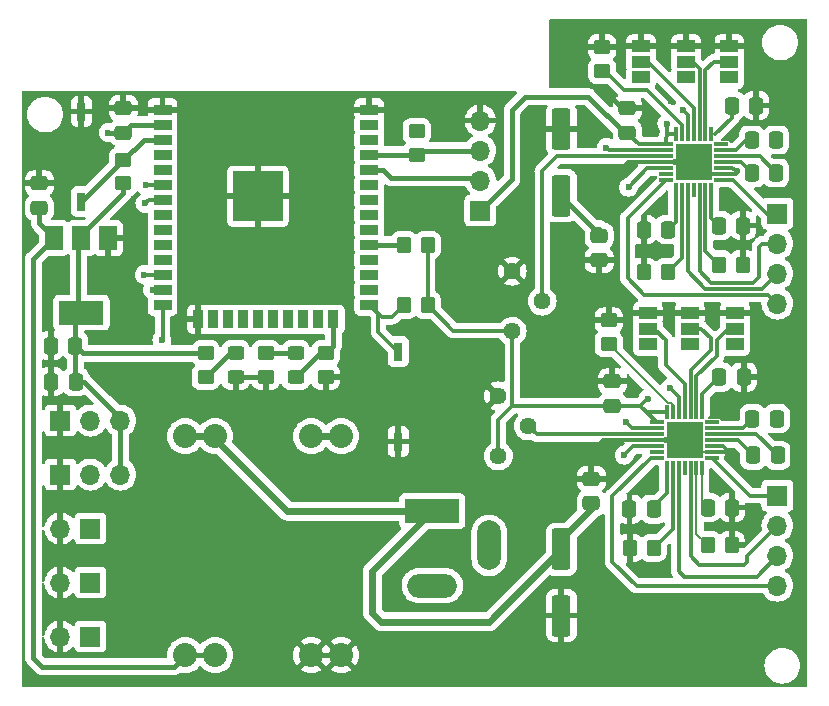
<source format=gbr>
%TF.GenerationSoftware,KiCad,Pcbnew,7.0.1*%
%TF.CreationDate,2023-05-08T21:24:27+02:00*%
%TF.ProjectId,PCB_evenwicht,5043425f-6576-4656-9e77-696368742e6b,rev?*%
%TF.SameCoordinates,Original*%
%TF.FileFunction,Copper,L1,Top*%
%TF.FilePolarity,Positive*%
%FSLAX46Y46*%
G04 Gerber Fmt 4.6, Leading zero omitted, Abs format (unit mm)*
G04 Created by KiCad (PCBNEW 7.0.1) date 2023-05-08 21:24:27*
%MOMM*%
%LPD*%
G01*
G04 APERTURE LIST*
G04 Aperture macros list*
%AMRoundRect*
0 Rectangle with rounded corners*
0 $1 Rounding radius*
0 $2 $3 $4 $5 $6 $7 $8 $9 X,Y pos of 4 corners*
0 Add a 4 corners polygon primitive as box body*
4,1,4,$2,$3,$4,$5,$6,$7,$8,$9,$2,$3,0*
0 Add four circle primitives for the rounded corners*
1,1,$1+$1,$2,$3*
1,1,$1+$1,$4,$5*
1,1,$1+$1,$6,$7*
1,1,$1+$1,$8,$9*
0 Add four rect primitives between the rounded corners*
20,1,$1+$1,$2,$3,$4,$5,0*
20,1,$1+$1,$4,$5,$6,$7,0*
20,1,$1+$1,$6,$7,$8,$9,0*
20,1,$1+$1,$8,$9,$2,$3,0*%
G04 Aperture macros list end*
%TA.AperFunction,SMDPad,CuDef*%
%ADD10RoundRect,0.250000X-0.350000X-0.450000X0.350000X-0.450000X0.350000X0.450000X-0.350000X0.450000X0*%
%TD*%
%TA.AperFunction,SMDPad,CuDef*%
%ADD11RoundRect,0.250000X0.350000X0.450000X-0.350000X0.450000X-0.350000X-0.450000X0.350000X-0.450000X0*%
%TD*%
%TA.AperFunction,SMDPad,CuDef*%
%ADD12RoundRect,0.250000X0.475000X-0.337500X0.475000X0.337500X-0.475000X0.337500X-0.475000X-0.337500X0*%
%TD*%
%TA.AperFunction,SMDPad,CuDef*%
%ADD13R,1.500000X0.900000*%
%TD*%
%TA.AperFunction,SMDPad,CuDef*%
%ADD14R,0.900000X1.500000*%
%TD*%
%TA.AperFunction,SMDPad,CuDef*%
%ADD15R,1.050000X1.050000*%
%TD*%
%TA.AperFunction,HeatsinkPad*%
%ADD16C,0.600000*%
%TD*%
%TA.AperFunction,SMDPad,CuDef*%
%ADD17R,4.200000X4.200000*%
%TD*%
%TA.AperFunction,SMDPad,CuDef*%
%ADD18R,1.500000X1.000000*%
%TD*%
%TA.AperFunction,SMDPad,CuDef*%
%ADD19RoundRect,0.250000X0.337500X0.475000X-0.337500X0.475000X-0.337500X-0.475000X0.337500X-0.475000X0*%
%TD*%
%TA.AperFunction,ComponentPad*%
%ADD20R,1.700000X1.700000*%
%TD*%
%TA.AperFunction,ComponentPad*%
%ADD21O,1.700000X1.700000*%
%TD*%
%TA.AperFunction,SMDPad,CuDef*%
%ADD22R,1.500000X2.000000*%
%TD*%
%TA.AperFunction,SMDPad,CuDef*%
%ADD23R,3.800000X2.000000*%
%TD*%
%TA.AperFunction,ComponentPad*%
%ADD24C,2.032000*%
%TD*%
%TA.AperFunction,SMDPad,CuDef*%
%ADD25R,0.760000X1.600000*%
%TD*%
%TA.AperFunction,SMDPad,CuDef*%
%ADD26RoundRect,0.250000X-0.337500X-0.475000X0.337500X-0.475000X0.337500X0.475000X-0.337500X0.475000X0*%
%TD*%
%TA.AperFunction,SMDPad,CuDef*%
%ADD27RoundRect,0.250000X0.450000X-0.350000X0.450000X0.350000X-0.450000X0.350000X-0.450000X-0.350000X0*%
%TD*%
%TA.AperFunction,ComponentPad*%
%ADD28C,1.440000*%
%TD*%
%TA.AperFunction,SMDPad,CuDef*%
%ADD29RoundRect,0.250000X-0.450000X0.350000X-0.450000X-0.350000X0.450000X-0.350000X0.450000X0.350000X0*%
%TD*%
%TA.AperFunction,SMDPad,CuDef*%
%ADD30RoundRect,0.250000X-0.550000X1.500000X-0.550000X-1.500000X0.550000X-1.500000X0.550000X1.500000X0*%
%TD*%
%TA.AperFunction,SMDPad,CuDef*%
%ADD31R,1.150000X0.300000*%
%TD*%
%TA.AperFunction,SMDPad,CuDef*%
%ADD32R,0.300000X1.150000*%
%TD*%
%TA.AperFunction,SMDPad,CuDef*%
%ADD33R,3.150000X3.150000*%
%TD*%
%TA.AperFunction,SMDPad,CuDef*%
%ADD34RoundRect,0.250000X0.450000X-0.325000X0.450000X0.325000X-0.450000X0.325000X-0.450000X-0.325000X0*%
%TD*%
%TA.AperFunction,SMDPad,CuDef*%
%ADD35RoundRect,0.250000X0.550000X-1.500000X0.550000X1.500000X-0.550000X1.500000X-0.550000X-1.500000X0*%
%TD*%
%TA.AperFunction,SMDPad,CuDef*%
%ADD36RoundRect,0.250000X-0.475000X0.337500X-0.475000X-0.337500X0.475000X-0.337500X0.475000X0.337500X0*%
%TD*%
%TA.AperFunction,ComponentPad*%
%ADD37R,4.600000X2.000000*%
%TD*%
%TA.AperFunction,ComponentPad*%
%ADD38O,4.200000X2.000000*%
%TD*%
%TA.AperFunction,ComponentPad*%
%ADD39O,2.000000X4.200000*%
%TD*%
%TA.AperFunction,SMDPad,CuDef*%
%ADD40RoundRect,0.250000X-0.450000X0.325000X-0.450000X-0.325000X0.450000X-0.325000X0.450000X0.325000X0*%
%TD*%
%TA.AperFunction,ViaPad*%
%ADD41C,0.600000*%
%TD*%
%TA.AperFunction,Conductor*%
%ADD42C,0.300000*%
%TD*%
%TA.AperFunction,Conductor*%
%ADD43C,0.400000*%
%TD*%
%TA.AperFunction,Conductor*%
%ADD44C,0.200000*%
%TD*%
%TA.AperFunction,Conductor*%
%ADD45C,0.406400*%
%TD*%
%TA.AperFunction,Conductor*%
%ADD46C,0.600000*%
%TD*%
G04 APERTURE END LIST*
D10*
%TO.P,R14,1*%
%TO.N,Net-(IC2-SENSE2)*%
X162521000Y-90805000D03*
%TO.P,R14,2*%
%TO.N,GND*%
X164521000Y-90805000D03*
%TD*%
D11*
%TO.P,R15,1*%
%TO.N,Net-(IC2-SENSE1)*%
X157917000Y-91059000D03*
%TO.P,R15,2*%
%TO.N,GND*%
X155917000Y-91059000D03*
%TD*%
D12*
%TO.P,C18,1*%
%TO.N,+3.3V*%
X154432000Y-79015500D03*
%TO.P,C18,2*%
%TO.N,GND*%
X154432000Y-76940500D03*
%TD*%
D13*
%TO.P,U1,1,GND*%
%TO.N,GND*%
X116345000Y-53935000D03*
%TO.P,U1,2,VDD*%
%TO.N,+3.3V*%
X116345000Y-55205000D03*
%TO.P,U1,3,EN*%
%TO.N,/ESP32/EN*%
X116345000Y-56475000D03*
%TO.P,U1,4,SENSOR_VP*%
%TO.N,unconnected-(U1-SENSOR_VP-Pad4)*%
X116345000Y-57745000D03*
%TO.P,U1,5,SENSOR_VN*%
%TO.N,unconnected-(U1-SENSOR_VN-Pad5)*%
X116345000Y-59015000D03*
%TO.P,U1,6,IO34*%
%TO.N,GPIO34*%
X116345000Y-60285000D03*
%TO.P,U1,7,IO35*%
%TO.N,GPIO35*%
X116345000Y-61555000D03*
%TO.P,U1,8,IO32*%
%TO.N,A4*%
X116345000Y-62825000D03*
%TO.P,U1,9,IO33*%
%TO.N,A5*%
X116345000Y-64095000D03*
%TO.P,U1,10,IO25*%
%TO.N,A8*%
X116345000Y-65365000D03*
%TO.P,U1,11,IO26*%
%TO.N,A9*%
X116345000Y-66635000D03*
%TO.P,U1,12,IO27*%
%TO.N,GPIO27*%
X116345000Y-67905000D03*
%TO.P,U1,13,IO14*%
%TO.N,GPIO14*%
X116345000Y-69175000D03*
%TO.P,U1,14,IO12*%
%TO.N,GPIO12*%
X116345000Y-70445000D03*
D14*
%TO.P,U1,15,GND*%
%TO.N,GND*%
X119385000Y-71695000D03*
%TO.P,U1,16,IO13*%
%TO.N,GPIO13*%
X120655000Y-71695000D03*
%TO.P,U1,17,SHD/SD2*%
%TO.N,unconnected-(U1-SHD{slash}SD2-Pad17)*%
X121925000Y-71695000D03*
%TO.P,U1,18,SWP/SD3*%
%TO.N,unconnected-(U1-SWP{slash}SD3-Pad18)*%
X123195000Y-71695000D03*
%TO.P,U1,19,SCS/CMD*%
%TO.N,unconnected-(U1-SCS{slash}CMD-Pad19)*%
X124465000Y-71695000D03*
%TO.P,U1,20,SCK/CLK*%
%TO.N,unconnected-(U1-SCK{slash}CLK-Pad20)*%
X125735000Y-71695000D03*
%TO.P,U1,21,SDO/SD0*%
%TO.N,unconnected-(U1-SDO{slash}SD0-Pad21)*%
X127005000Y-71695000D03*
%TO.P,U1,22,SDI/SD1*%
%TO.N,unconnected-(U1-SDI{slash}SD1-Pad22)*%
X128275000Y-71695000D03*
%TO.P,U1,23,IO15*%
%TO.N,GPIO15*%
X129545000Y-71695000D03*
%TO.P,U1,24,IO2*%
%TO.N,GPIO2*%
X130815000Y-71695000D03*
D13*
%TO.P,U1,25,IO0*%
%TO.N,GPIO0*%
X133845000Y-70445000D03*
%TO.P,U1,26,IO4*%
%TO.N,GPIO4*%
X133845000Y-69175000D03*
%TO.P,U1,27,IO16*%
%TO.N,RX2*%
X133845000Y-67905000D03*
%TO.P,U1,28,IO17*%
%TO.N,TX2*%
X133845000Y-66635000D03*
%TO.P,U1,29,IO5*%
%TO.N,GPIO5*%
X133845000Y-65365000D03*
%TO.P,U1,30,IO18*%
%TO.N,GPIO18*%
X133845000Y-64095000D03*
%TO.P,U1,31,IO19*%
%TO.N,GPIO19*%
X133845000Y-62825000D03*
%TO.P,U1,32,NC*%
%TO.N,unconnected-(U1-NC-Pad32)*%
X133845000Y-61555000D03*
%TO.P,U1,33,IO21*%
%TO.N,GPIO21*%
X133845000Y-60285000D03*
%TO.P,U1,34,RXD0/IO3*%
%TO.N,RX0*%
X133845000Y-59015000D03*
%TO.P,U1,35,TXD0/IO1*%
%TO.N,TX0*%
X133845000Y-57745000D03*
%TO.P,U1,36,IO22*%
%TO.N,GPIO22*%
X133845000Y-56475000D03*
%TO.P,U1,37,IO23*%
%TO.N,GPIO23*%
X133845000Y-55205000D03*
%TO.P,U1,38,GND*%
%TO.N,GND*%
X133845000Y-53935000D03*
D15*
%TO.P,U1,39,GND*%
X122890000Y-59750000D03*
D16*
X122890000Y-60512500D03*
D15*
X122890000Y-61275000D03*
D16*
X122890000Y-62037500D03*
D15*
X122890000Y-62800000D03*
D16*
X123652500Y-59750000D03*
X123652500Y-61275000D03*
X123652500Y-62800000D03*
D15*
X124415000Y-59750000D03*
D16*
X124415000Y-60512500D03*
D15*
X124415000Y-61275000D03*
D17*
X124415000Y-61275000D03*
D16*
X124415000Y-62037500D03*
D15*
X124415000Y-62800000D03*
D16*
X125177500Y-59750000D03*
X125177500Y-61275000D03*
X125177500Y-62800000D03*
D15*
X125940000Y-59750000D03*
D16*
X125940000Y-60512500D03*
D15*
X125940000Y-61275000D03*
D16*
X125940000Y-62037500D03*
D15*
X125940000Y-62800000D03*
%TD*%
D18*
%TO.P,JP2,1,A*%
%TO.N,GND*%
X160676900Y-48576100D03*
%TO.P,JP2,2,C*%
%TO.N,MS2_1*%
X160676900Y-49876100D03*
%TO.P,JP2,3,B*%
%TO.N,+3.3V*%
X160676900Y-51176100D03*
%TD*%
D12*
%TO.P,C2,1*%
%TO.N,VDD*%
X105918000Y-62251500D03*
%TO.P,C2,2*%
%TO.N,GND*%
X105918000Y-60176500D03*
%TD*%
D19*
%TO.P,C14,1*%
%TO.N,Vmot*%
X168363500Y-80113000D03*
%TO.P,C14,2*%
%TO.N,Net-(IC2-VCP)*%
X166288500Y-80113000D03*
%TD*%
D20*
%TO.P,J8,1,Pin_1*%
%TO.N,GND*%
X107696000Y-80264000D03*
D21*
%TO.P,J8,2,Pin_2*%
%TO.N,GPIO34*%
X110236000Y-80264000D03*
%TO.P,J8,3,Pin_3*%
%TO.N,+3.3V*%
X112776000Y-80264000D03*
%TD*%
D18*
%TO.P,JP6,1,A*%
%TO.N,GND*%
X164811000Y-71187000D03*
%TO.P,JP6,2,C*%
%TO.N,MS1_2*%
X164811000Y-72487000D03*
%TO.P,JP6,3,B*%
%TO.N,+3.3V*%
X164811000Y-73787000D03*
%TD*%
D22*
%TO.P,U2,1,GND*%
%TO.N,GND*%
X111760000Y-64820000D03*
%TO.P,U2,2,VO*%
%TO.N,+3.3V*%
X109460000Y-64820000D03*
D23*
X109460000Y-71120000D03*
D22*
%TO.P,U2,3,VI*%
%TO.N,VDD*%
X107160000Y-64820000D03*
%TD*%
D24*
%TO.P,U3,1,IN-*%
%TO.N,Net-(J1-Pad2)*%
X131470400Y-81584800D03*
%TO.P,U3,2,IN-*%
X128930400Y-81584800D03*
%TO.P,U3,3,IN+*%
%TO.N,Vmot*%
X120802400Y-81584800D03*
%TO.P,U3,4,IN+*%
X118262400Y-81584800D03*
%TO.P,U3,5,OUT+*%
%TO.N,VDD*%
X118262400Y-100126800D03*
%TO.P,U3,6,OUT+*%
X120802400Y-100126800D03*
%TO.P,U3,7,OUT-*%
%TO.N,GND*%
X128930400Y-100126800D03*
%TO.P,U3,8,OUT-*%
X131470400Y-100126800D03*
%TD*%
D20*
%TO.P,J4,1,Pin_1*%
%TO.N,Net-(IC1-OUT2B)*%
X168402000Y-62738000D03*
D21*
%TO.P,J4,2,Pin_2*%
%TO.N,Net-(IC1-OUT2A)*%
X168402000Y-65278000D03*
%TO.P,J4,3,Pin_3*%
%TO.N,Net-(IC1-OUT1A)*%
X168402000Y-67818000D03*
%TO.P,J4,4,Pin_4*%
%TO.N,Net-(IC1-OUT1B)*%
X168402000Y-70358000D03*
%TD*%
D25*
%TO.P,SW2,1,1*%
%TO.N,GPIO0*%
X136296400Y-74422000D03*
%TO.P,SW2,2,2*%
%TO.N,GND*%
X136296400Y-82042000D03*
%TD*%
D26*
%TO.P,C9,1*%
%TO.N,Vmot*%
X163449400Y-63754000D03*
%TO.P,C9,2*%
%TO.N,GND*%
X165524400Y-63754000D03*
%TD*%
D27*
%TO.P,R1,1*%
%TO.N,+3.3V*%
X113030000Y-60182000D03*
%TO.P,R1,2*%
%TO.N,/ESP32/EN*%
X113030000Y-58182000D03*
%TD*%
D18*
%TO.P,JP5,1,A*%
%TO.N,GND*%
X160981000Y-71187000D03*
%TO.P,JP5,2,C*%
%TO.N,MS2_2*%
X160981000Y-72487000D03*
%TO.P,JP5,3,B*%
%TO.N,+3.3V*%
X160981000Y-73787000D03*
%TD*%
D20*
%TO.P,J2,1,Pin_1*%
%TO.N,+3.3V*%
X143256000Y-62484000D03*
D21*
%TO.P,J2,2,Pin_2*%
%TO.N,RX0*%
X143256000Y-59944000D03*
%TO.P,J2,3,Pin_3*%
%TO.N,TX0*%
X143256000Y-57404000D03*
%TO.P,J2,4,Pin_4*%
%TO.N,GND*%
X143256000Y-54864000D03*
%TD*%
D28*
%TO.P,RV2,1,1*%
%TO.N,+3.3V*%
X144780000Y-83261200D03*
%TO.P,RV2,2,2*%
%TO.N,Net-(IC2-REF)*%
X147320000Y-80721200D03*
%TO.P,RV2,3,3*%
%TO.N,GND*%
X144780000Y-78181200D03*
%TD*%
D18*
%TO.P,JP1,1,A*%
%TO.N,GND*%
X156866900Y-48576100D03*
%TO.P,JP1,2,C*%
%TO.N,MS3_1*%
X156866900Y-49876100D03*
%TO.P,JP1,3,B*%
%TO.N,+3.3V*%
X156866900Y-51176100D03*
%TD*%
%TO.P,JP4,1,A*%
%TO.N,GND*%
X157425000Y-71187000D03*
%TO.P,JP4,2,C*%
%TO.N,MS3_2*%
X157425000Y-72487000D03*
%TO.P,JP4,3,B*%
%TO.N,+3.3V*%
X157425000Y-73787000D03*
%TD*%
D28*
%TO.P,RV1,1,1*%
%TO.N,+3.3V*%
X145948400Y-72694800D03*
%TO.P,RV1,2,2*%
%TO.N,Net-(IC1-REF)*%
X148488400Y-70154800D03*
%TO.P,RV1,3,3*%
%TO.N,GND*%
X145948400Y-67614800D03*
%TD*%
D11*
%TO.P,R11,1*%
%TO.N,Net-(IC1-SENSE1)*%
X159136900Y-67686100D03*
%TO.P,R11,2*%
%TO.N,GND*%
X157136900Y-67686100D03*
%TD*%
D25*
%TO.P,SW1,1,1*%
%TO.N,/ESP32/EN*%
X109474000Y-61722000D03*
%TO.P,SW1,2,2*%
%TO.N,GND*%
X109474000Y-54102000D03*
%TD*%
D11*
%TO.P,R2,1*%
%TO.N,+3.3V*%
X138795000Y-70485000D03*
%TO.P,R2,2*%
%TO.N,GPIO0*%
X136795000Y-70485000D03*
%TD*%
D29*
%TO.P,R5,1*%
%TO.N,+3.3V*%
X137871200Y-55743600D03*
%TO.P,R5,2*%
%TO.N,TX0*%
X137871200Y-57743600D03*
%TD*%
D10*
%TO.P,R10,1*%
%TO.N,Net-(IC1-SENSE2)*%
X163486900Y-67056000D03*
%TO.P,R10,2*%
%TO.N,GND*%
X165486900Y-67056000D03*
%TD*%
D20*
%TO.P,J7,1,Pin_1*%
%TO.N,GPIO27*%
X110236000Y-89408000D03*
D21*
%TO.P,J7,2,Pin_2*%
%TO.N,GND*%
X107696000Y-89408000D03*
%TD*%
D12*
%TO.P,C10,1*%
%TO.N,+3.3V*%
X155702000Y-55901500D03*
%TO.P,C10,2*%
%TO.N,GND*%
X155702000Y-53826500D03*
%TD*%
D27*
%TO.P,R3,1*%
%TO.N,GND*%
X130175000Y-76565000D03*
%TO.P,R3,2*%
%TO.N,GPIO2*%
X130175000Y-74565000D03*
%TD*%
D11*
%TO.P,R6,1*%
%TO.N,+3.3V*%
X138795000Y-65405000D03*
%TO.P,R6,2*%
%TO.N,GPIO5*%
X136795000Y-65405000D03*
%TD*%
D20*
%TO.P,J3,1,Pin_1*%
%TO.N,GPIO14*%
X110241000Y-93980000D03*
D21*
%TO.P,J3,2,Pin_2*%
%TO.N,GND*%
X107701000Y-93980000D03*
%TD*%
D20*
%TO.P,J6,1,Pin_1*%
%TO.N,Net-(IC2-OUT2B)*%
X168402000Y-86624000D03*
D21*
%TO.P,J6,2,Pin_2*%
%TO.N,Net-(IC2-OUT2A)*%
X168402000Y-89164000D03*
%TO.P,J6,3,Pin_3*%
%TO.N,Net-(IC2-OUT1A)*%
X168402000Y-91704000D03*
%TO.P,J6,4,Pin_4*%
%TO.N,Net-(IC2-OUT1B)*%
X168402000Y-94244000D03*
%TD*%
D18*
%TO.P,JP3,1,A*%
%TO.N,GND*%
X164338000Y-48576100D03*
%TO.P,JP3,2,C*%
%TO.N,MS1_1*%
X164338000Y-49876100D03*
%TO.P,JP3,3,B*%
%TO.N,+3.3V*%
X164338000Y-51176100D03*
%TD*%
D30*
%TO.P,C19,1*%
%TO.N,Vmot*%
X150114000Y-91174000D03*
%TO.P,C19,2*%
%TO.N,GND*%
X150114000Y-96774000D03*
%TD*%
D19*
%TO.P,C11,1*%
%TO.N,Net-(IC2-CP2)*%
X168423500Y-83210400D03*
%TO.P,C11,2*%
%TO.N,Net-(IC2-CP1)*%
X166348500Y-83210400D03*
%TD*%
D26*
%TO.P,C12,1*%
%TO.N,Net-(IC2-VREG)*%
X163499500Y-76581000D03*
%TO.P,C12,2*%
%TO.N,GND*%
X165574500Y-76581000D03*
%TD*%
D19*
%TO.P,C16,1*%
%TO.N,Vmot*%
X157954500Y-87757000D03*
%TO.P,C16,2*%
%TO.N,GND*%
X155879500Y-87757000D03*
%TD*%
D29*
%TO.P,R7,1*%
%TO.N,Net-(D1-K)*%
X125095000Y-74565000D03*
%TO.P,R7,2*%
%TO.N,GND*%
X125095000Y-76565000D03*
%TD*%
D12*
%TO.P,C1,1*%
%TO.N,+3.3V*%
X113030000Y-55880000D03*
%TO.P,C1,2*%
%TO.N,GND*%
X113030000Y-53805000D03*
%TD*%
D29*
%TO.P,R4,1*%
%TO.N,+3.3V*%
X120015000Y-74565000D03*
%TO.P,R4,2*%
%TO.N,Net-(D2-A)*%
X120015000Y-76565000D03*
%TD*%
D31*
%TO.P,IC1,1,OUT2B*%
%TO.N,Net-(IC1-OUT2B)*%
X163661900Y-59876600D03*
%TO.P,IC1,2,~{ENABLE}*%
%TO.N,GND*%
X163661900Y-59376600D03*
%TO.P,IC1,3,GND_1*%
X163661900Y-58876600D03*
%TO.P,IC1,4,CP1*%
%TO.N,Net-(IC1-CP1)*%
X163661900Y-58376600D03*
%TO.P,IC1,5,CP2*%
%TO.N,Net-(IC1-CP2)*%
X163661900Y-57876600D03*
%TO.P,IC1,6,VCP*%
%TO.N,Net-(IC1-VCP)*%
X163661900Y-57376600D03*
%TO.P,IC1,7,NC_1*%
%TO.N,unconnected-(IC1-NC_1-Pad7)*%
X163661900Y-56876600D03*
D32*
%TO.P,IC1,8,VREG*%
%TO.N,Net-(IC1-VREG)*%
X162811900Y-56026600D03*
%TO.P,IC1,9,MS1*%
%TO.N,MS1_1*%
X162311900Y-56026600D03*
%TO.P,IC1,10,MS2*%
%TO.N,MS2_1*%
X161811900Y-56026600D03*
%TO.P,IC1,11,MS3*%
%TO.N,MS3_1*%
X161311900Y-56026600D03*
%TO.P,IC1,12,~{RESET}*%
%TO.N,+3.3V*%
X160811900Y-56026600D03*
%TO.P,IC1,13,ROSC*%
%TO.N,Net-(IC1-ROSC)*%
X160311900Y-56026600D03*
%TO.P,IC1,14,~{SLEEP}*%
%TO.N,+3.3V*%
X159811900Y-56026600D03*
D31*
%TO.P,IC1,15,VDD*%
X158961900Y-56876600D03*
%TO.P,IC1,16,STEP*%
%TO.N,GPIO19*%
X158961900Y-57376600D03*
%TO.P,IC1,17,REF*%
%TO.N,Net-(IC1-REF)*%
X158961900Y-57876600D03*
%TO.P,IC1,18,GND_2*%
%TO.N,GND*%
X158961900Y-58376600D03*
%TO.P,IC1,19,DIR*%
%TO.N,GPIO18*%
X158961900Y-58876600D03*
%TO.P,IC1,20,NC_2*%
%TO.N,unconnected-(IC1-NC_2-Pad20)*%
X158961900Y-59376600D03*
%TO.P,IC1,21,OUT1B*%
%TO.N,Net-(IC1-OUT1B)*%
X158961900Y-59876600D03*
D32*
%TO.P,IC1,22,VBB1*%
%TO.N,Vmot*%
X159811900Y-60726600D03*
%TO.P,IC1,23,SENSE1*%
%TO.N,Net-(IC1-SENSE1)*%
X160311900Y-60726600D03*
%TO.P,IC1,24,OUT1A*%
%TO.N,Net-(IC1-OUT1A)*%
X160811900Y-60726600D03*
%TO.P,IC1,25,NC_3*%
%TO.N,unconnected-(IC1-NC_3-Pad25)*%
X161311900Y-60726600D03*
%TO.P,IC1,26,OUT2A*%
%TO.N,Net-(IC1-OUT2A)*%
X161811900Y-60726600D03*
%TO.P,IC1,27,SENSE2*%
%TO.N,Net-(IC1-SENSE2)*%
X162311900Y-60726600D03*
%TO.P,IC1,28,VBB2*%
%TO.N,Vmot*%
X162811900Y-60726600D03*
D33*
%TO.P,IC1,29,EP*%
%TO.N,GND*%
X161311900Y-58376600D03*
%TD*%
D12*
%TO.P,C17,1*%
%TO.N,GND*%
X153310900Y-66691600D03*
%TO.P,C17,2*%
%TO.N,Vmot*%
X153310900Y-64616600D03*
%TD*%
D20*
%TO.P,J9,1,Pin_1*%
%TO.N,GPIO12*%
X110241000Y-98552000D03*
D21*
%TO.P,J9,2,Pin_2*%
%TO.N,GND*%
X107701000Y-98552000D03*
%TD*%
D31*
%TO.P,IC2,1,OUT2B*%
%TO.N,Net-(IC2-OUT2B)*%
X162896000Y-83415000D03*
%TO.P,IC2,2,~{ENABLE}*%
%TO.N,GND*%
X162896000Y-82915000D03*
%TO.P,IC2,3,GND_1*%
X162896000Y-82415000D03*
%TO.P,IC2,4,CP1*%
%TO.N,Net-(IC2-CP1)*%
X162896000Y-81915000D03*
%TO.P,IC2,5,CP2*%
%TO.N,Net-(IC2-CP2)*%
X162896000Y-81415000D03*
%TO.P,IC2,6,VCP*%
%TO.N,Net-(IC2-VCP)*%
X162896000Y-80915000D03*
%TO.P,IC2,7,NC_1*%
%TO.N,unconnected-(IC2-NC_1-Pad7)*%
X162896000Y-80415000D03*
D32*
%TO.P,IC2,8,VREG*%
%TO.N,Net-(IC2-VREG)*%
X162046000Y-79565000D03*
%TO.P,IC2,9,MS1*%
%TO.N,MS1_2*%
X161546000Y-79565000D03*
%TO.P,IC2,10,MS2*%
%TO.N,MS2_2*%
X161046000Y-79565000D03*
%TO.P,IC2,11,MS3*%
%TO.N,MS3_2*%
X160546000Y-79565000D03*
%TO.P,IC2,12,~{RESET}*%
%TO.N,+3.3V*%
X160046000Y-79565000D03*
%TO.P,IC2,13,ROSC*%
%TO.N,Net-(IC2-ROSC)*%
X159546000Y-79565000D03*
%TO.P,IC2,14,~{SLEEP}*%
%TO.N,+3.3V*%
X159046000Y-79565000D03*
D31*
%TO.P,IC2,15,VDD*%
X158196000Y-80415000D03*
%TO.P,IC2,16,STEP*%
%TO.N,A4*%
X158196000Y-80915000D03*
%TO.P,IC2,17,REF*%
%TO.N,Net-(IC2-REF)*%
X158196000Y-81415000D03*
%TO.P,IC2,18,GND_2*%
%TO.N,GND*%
X158196000Y-81915000D03*
%TO.P,IC2,19,DIR*%
%TO.N,A5*%
X158196000Y-82415000D03*
%TO.P,IC2,20,NC_2*%
%TO.N,unconnected-(IC2-NC_2-Pad20)*%
X158196000Y-82915000D03*
%TO.P,IC2,21,OUT1B*%
%TO.N,Net-(IC2-OUT1B)*%
X158196000Y-83415000D03*
D32*
%TO.P,IC2,22,VBB1*%
%TO.N,Vmot*%
X159046000Y-84265000D03*
%TO.P,IC2,23,SENSE1*%
%TO.N,Net-(IC2-SENSE1)*%
X159546000Y-84265000D03*
%TO.P,IC2,24,OUT1A*%
%TO.N,Net-(IC2-OUT1A)*%
X160046000Y-84265000D03*
%TO.P,IC2,25,NC_3*%
%TO.N,unconnected-(IC2-NC_3-Pad25)*%
X160546000Y-84265000D03*
%TO.P,IC2,26,OUT2A*%
%TO.N,Net-(IC2-OUT2A)*%
X161046000Y-84265000D03*
%TO.P,IC2,27,SENSE2*%
%TO.N,Net-(IC2-SENSE2)*%
X161546000Y-84265000D03*
%TO.P,IC2,28,VBB2*%
%TO.N,Vmot*%
X162046000Y-84265000D03*
D33*
%TO.P,IC2,29,EP*%
%TO.N,GND*%
X160546000Y-81915000D03*
%TD*%
D20*
%TO.P,J5,1,Pin_1*%
%TO.N,GND*%
X107696000Y-84836000D03*
D21*
%TO.P,J5,2,Pin_2*%
%TO.N,GPIO35*%
X110236000Y-84836000D03*
%TO.P,J5,3,Pin_3*%
%TO.N,+3.3V*%
X112776000Y-84836000D03*
%TD*%
D29*
%TO.P,R13,1*%
%TO.N,GND*%
X154123000Y-71787000D03*
%TO.P,R13,2*%
%TO.N,Net-(IC2-ROSC)*%
X154123000Y-73787000D03*
%TD*%
D19*
%TO.P,C8,1*%
%TO.N,Vmot*%
X168318400Y-56510100D03*
%TO.P,C8,2*%
%TO.N,Net-(IC1-VCP)*%
X166243400Y-56510100D03*
%TD*%
D26*
%TO.P,C6,1*%
%TO.N,Net-(IC1-VREG)*%
X164549000Y-53594000D03*
%TO.P,C6,2*%
%TO.N,GND*%
X166624000Y-53594000D03*
%TD*%
%TO.P,C7,1*%
%TO.N,GND*%
X157099400Y-64091600D03*
%TO.P,C7,2*%
%TO.N,Vmot*%
X159174400Y-64091600D03*
%TD*%
D34*
%TO.P,D2,1,K*%
%TO.N,GND*%
X122555000Y-76590000D03*
%TO.P,D2,2,A*%
%TO.N,Net-(D2-A)*%
X122555000Y-74540000D03*
%TD*%
D35*
%TO.P,C20,1*%
%TO.N,Vmot*%
X150114000Y-61214000D03*
%TO.P,C20,2*%
%TO.N,GND*%
X150114000Y-55614000D03*
%TD*%
D19*
%TO.P,C5,1*%
%TO.N,Net-(IC1-CP2)*%
X168318400Y-59304100D03*
%TO.P,C5,2*%
%TO.N,Net-(IC1-CP1)*%
X166243400Y-59304100D03*
%TD*%
D36*
%TO.P,C15,1*%
%TO.N,GND*%
X152654000Y-85195500D03*
%TO.P,C15,2*%
%TO.N,Vmot*%
X152654000Y-87270500D03*
%TD*%
D37*
%TO.P,J1,1*%
%TO.N,Vmot*%
X139192000Y-87934000D03*
D38*
%TO.P,J1,2*%
%TO.N,Net-(J1-Pad2)*%
X139192000Y-94234000D03*
D39*
%TO.P,J1,3*%
%TO.N,N/C*%
X143992000Y-90834000D03*
%TD*%
D19*
%TO.P,C4,1*%
%TO.N,+3.3V*%
X108987500Y-76962000D03*
%TO.P,C4,2*%
%TO.N,GND*%
X106912500Y-76962000D03*
%TD*%
%TO.P,C13,1*%
%TO.N,GND*%
X164568500Y-87630000D03*
%TO.P,C13,2*%
%TO.N,Vmot*%
X162493500Y-87630000D03*
%TD*%
D40*
%TO.P,D1,1,K*%
%TO.N,Net-(D1-K)*%
X127635000Y-74540000D03*
%TO.P,D1,2,A*%
%TO.N,GPIO2*%
X127635000Y-76590000D03*
%TD*%
D29*
%TO.P,R9,1*%
%TO.N,GND*%
X153564900Y-48668100D03*
%TO.P,R9,2*%
%TO.N,Net-(IC1-ROSC)*%
X153564900Y-50668100D03*
%TD*%
D26*
%TO.P,C3,1*%
%TO.N,GND*%
X106891000Y-73914000D03*
%TO.P,C3,2*%
%TO.N,+3.3V*%
X108966000Y-73914000D03*
%TD*%
D41*
%TO.N,GND*%
X118973600Y-69596000D03*
%TO.N,+3.3V*%
X159308800Y-77520800D03*
X159054800Y-55118000D03*
X155702000Y-55901500D03*
X160981000Y-73787000D03*
X138795000Y-65405000D03*
X160375600Y-53949600D03*
X157425000Y-73787000D03*
X156866900Y-51176100D03*
X154432000Y-78994000D03*
X164811000Y-73787002D03*
X137871200Y-55743600D03*
X157429200Y-78435200D03*
X109220000Y-71120000D03*
X164337998Y-51176100D03*
X111760000Y-55880000D03*
X160676900Y-51176100D03*
%TO.N,GND*%
X157099000Y-65913000D03*
X161340800Y-57708800D03*
X152908000Y-82651600D03*
X160528000Y-81889600D03*
X160731200Y-58318400D03*
X150571200Y-50952400D03*
X164998400Y-59131200D03*
X161137600Y-82499200D03*
X147523200Y-55575200D03*
X159918400Y-82499200D03*
X161950400Y-57708800D03*
X160528000Y-82499200D03*
X154838400Y-59283600D03*
X157628900Y-55494100D03*
X161340800Y-58318400D03*
X150114000Y-100228400D03*
X160731200Y-57708800D03*
X164541200Y-89255600D03*
X155917000Y-91058998D03*
X161137600Y-81280000D03*
X159918400Y-81889600D03*
X112217200Y-67970400D03*
X160731200Y-58928000D03*
X161950400Y-58318400D03*
X160528000Y-81280000D03*
X159406900Y-53208100D03*
X151892000Y-71780400D03*
X165524400Y-63754002D03*
X167233600Y-51511200D03*
X161950400Y-58928000D03*
X159918400Y-81280000D03*
X161137600Y-81889600D03*
X157171000Y-85725000D03*
X161340800Y-58928000D03*
%TO.N,A4*%
X155575000Y-80391000D03*
X116332000Y-62788800D03*
%TO.N,A5*%
X155448000Y-83185000D03*
X116332000Y-64058800D03*
%TO.N,GPIO34*%
X114909600Y-60350400D03*
%TO.N,GPIO35*%
X114858800Y-61874400D03*
%TO.N,GPIO27*%
X114808000Y-67920868D03*
%TO.N,GPIO14*%
X115508300Y-69189600D03*
%TO.N,GPIO12*%
X116281200Y-73456800D03*
%TO.N,GPIO18*%
X133858000Y-64109600D03*
X155803600Y-60502800D03*
%TO.N,GPIO19*%
X133908800Y-62839600D03*
X153924000Y-57150000D03*
%TO.N,Vmot*%
X152654000Y-87795500D03*
X163449400Y-63754000D03*
X168318400Y-56510100D03*
X153310900Y-64091600D03*
X159203700Y-64053900D03*
X168363502Y-80113000D03*
X162505000Y-87757000D03*
X157954500Y-87757000D03*
%TD*%
D42*
%TO.N,GPIO35*%
X115178200Y-61555000D02*
X116345000Y-61555000D01*
X114858800Y-61874400D02*
X115178200Y-61555000D01*
%TO.N,GPIO34*%
X116279600Y-60350400D02*
X116345000Y-60285000D01*
X114909600Y-60350400D02*
X116279600Y-60350400D01*
D43*
%TO.N,+3.3V*%
X109460000Y-64570000D02*
X113030000Y-61000000D01*
X108966000Y-73914000D02*
X108966000Y-76940500D01*
X112776000Y-80264000D02*
X112776000Y-81280000D01*
D42*
X159308800Y-77520800D02*
X160046000Y-78258000D01*
X160811900Y-54385900D02*
X160375600Y-53949600D01*
X140954000Y-72644000D02*
X138795000Y-70485000D01*
X156796500Y-79015500D02*
X157376800Y-78435200D01*
D43*
X145923000Y-53975000D02*
X147066000Y-52832000D01*
X111760000Y-55880000D02*
X113030000Y-55880000D01*
X113705000Y-55205000D02*
X116345000Y-55205000D01*
D42*
X159077300Y-55140500D02*
X159054800Y-55118000D01*
X159811900Y-56026600D02*
X159258000Y-56026600D01*
X145948400Y-72694800D02*
X145897600Y-72644000D01*
D43*
X113030000Y-61000000D02*
X113030000Y-60182000D01*
X112776000Y-80010000D02*
X109728000Y-76962000D01*
X112776000Y-81280000D02*
X112776000Y-84836000D01*
D42*
X159258000Y-56026600D02*
X159077300Y-56207300D01*
X160811900Y-56026600D02*
X160811900Y-54385900D01*
D43*
X108966000Y-76940500D02*
X108987500Y-76962000D01*
D42*
X156796500Y-79015500D02*
X158196000Y-80415000D01*
X160046000Y-78258000D02*
X160046000Y-79565000D01*
X158961900Y-56876600D02*
X156677100Y-56876600D01*
D43*
X143256000Y-62484000D02*
X145923000Y-59817000D01*
D42*
X159077300Y-56207300D02*
X159077300Y-55140500D01*
D43*
X145923000Y-59817000D02*
X145923000Y-53975000D01*
D42*
X159046000Y-79565000D02*
X157361000Y-79565000D01*
D43*
X109460000Y-71120000D02*
X108966000Y-71614000D01*
X108966000Y-71614000D02*
X108966000Y-73914000D01*
X109460000Y-64820000D02*
X109460000Y-64570000D01*
D42*
X144780000Y-80183900D02*
X145948400Y-79015500D01*
D43*
X152400000Y-52832000D02*
X155469500Y-55901500D01*
D42*
X144780000Y-83261200D02*
X144780000Y-80183900D01*
X138795000Y-70485000D02*
X138795000Y-65405000D01*
D43*
X109220000Y-71120000D02*
X109460000Y-71120000D01*
X112776000Y-81280000D02*
X112776000Y-80010000D01*
D42*
X159077300Y-56207300D02*
X158961900Y-56322700D01*
D44*
X154432000Y-79015500D02*
X154432000Y-78994000D01*
D42*
X154432000Y-78994000D02*
X156796500Y-79015500D01*
D43*
X147066000Y-52832000D02*
X152400000Y-52832000D01*
D42*
X145948400Y-79015500D02*
X145948400Y-72694800D01*
X156677100Y-56876600D02*
X155702000Y-55901500D01*
X157376800Y-78435200D02*
X157429200Y-78435200D01*
D43*
X109617000Y-74565000D02*
X120015000Y-74565000D01*
D42*
X154432000Y-79015500D02*
X145948400Y-79015500D01*
D43*
X113030000Y-55880000D02*
X113705000Y-55205000D01*
X155469500Y-55901500D02*
X155702000Y-55901500D01*
D42*
X145897600Y-72644000D02*
X140954000Y-72644000D01*
D43*
X109728000Y-76962000D02*
X108987500Y-76962000D01*
D42*
X158961900Y-56322700D02*
X158961900Y-56876600D01*
D43*
X109220000Y-65060000D02*
X109220000Y-71120000D01*
X108966000Y-73914000D02*
X109617000Y-74565000D01*
D42*
X157429200Y-78435200D02*
X157378400Y-78435200D01*
D43*
%TO.N,GND*%
X155879500Y-91021500D02*
X155917000Y-91059000D01*
D42*
X158961900Y-58376600D02*
X155745400Y-58376600D01*
D43*
X125177500Y-59750000D02*
X125177500Y-62800000D01*
D45*
X160528000Y-82499200D02*
X159918400Y-82499200D01*
X161340800Y-57708800D02*
X161950400Y-57708800D01*
D44*
X161553400Y-82915000D02*
X161137600Y-82499200D01*
D45*
X160731200Y-58928000D02*
X160731200Y-58318400D01*
D42*
X164998400Y-59131200D02*
X164567400Y-58876600D01*
D45*
X161950400Y-57708800D02*
X161950400Y-58318400D01*
D43*
X125940000Y-62800000D02*
X122890000Y-62800000D01*
D45*
X161950400Y-58928000D02*
X161340800Y-58928000D01*
D42*
X155745400Y-58376600D02*
X154838400Y-59283600D01*
D45*
X165524400Y-67018500D02*
X165486900Y-67056000D01*
D42*
X164922400Y-59376600D02*
X163661900Y-59376600D01*
D43*
X122890000Y-62800000D02*
X122890000Y-59750000D01*
D45*
X161137600Y-82499200D02*
X160528000Y-82499200D01*
X161950400Y-58318400D02*
X161950400Y-58928000D01*
X128930400Y-100126800D02*
X131470400Y-100126800D01*
D44*
X161311900Y-58376600D02*
X162311900Y-59376600D01*
D43*
X125940000Y-60512500D02*
X124415000Y-62037500D01*
D44*
X158961900Y-58376600D02*
X161311900Y-58376600D01*
D43*
X125940000Y-59750000D02*
X125940000Y-62800000D01*
X125940000Y-62037500D02*
X124415000Y-60512500D01*
D45*
X157099000Y-67648200D02*
X157136900Y-67686100D01*
D43*
X123652500Y-59750000D02*
X123652500Y-62800000D01*
D45*
X160731200Y-58318400D02*
X161340800Y-58318400D01*
D42*
X162311900Y-59376600D02*
X163661900Y-59376600D01*
D43*
X122890000Y-59750000D02*
X125940000Y-59750000D01*
D45*
X155702000Y-53826500D02*
X155274100Y-53826500D01*
X161340800Y-58318400D02*
X161340800Y-58928000D01*
X155274100Y-53826500D02*
X154228800Y-52781200D01*
D43*
X155879500Y-87757000D02*
X155879500Y-91021500D01*
D45*
X159918400Y-82499200D02*
X159918400Y-81889600D01*
D42*
X158196000Y-81915000D02*
X153644600Y-81915000D01*
D45*
X164521000Y-90805000D02*
X164521000Y-89275800D01*
D44*
X164059000Y-71217000D02*
X164557000Y-71217000D01*
D45*
X161340800Y-58928000D02*
X160731200Y-58928000D01*
D43*
X122555000Y-76590000D02*
X125070000Y-76590000D01*
X122890000Y-60512500D02*
X125177500Y-62800000D01*
D42*
X163767000Y-82415000D02*
X164267000Y-82915000D01*
D45*
X165524400Y-63754002D02*
X165524400Y-67018500D01*
D43*
X125070000Y-76590000D02*
X125095000Y-76565000D01*
D45*
X160731200Y-57708800D02*
X161340800Y-57708800D01*
X159918400Y-81280000D02*
X160528000Y-81280000D01*
X157099000Y-65913000D02*
X157099000Y-67648200D01*
X161137600Y-81280000D02*
X161137600Y-81889600D01*
D42*
X164567400Y-58876600D02*
X163661900Y-58876600D01*
D44*
X158196000Y-81915000D02*
X160546000Y-81915000D01*
D45*
X160528000Y-81280000D02*
X161137600Y-81280000D01*
X161137600Y-81889600D02*
X161137600Y-82499200D01*
D42*
X164998400Y-59131200D02*
X164922400Y-59376600D01*
D45*
X160528000Y-81889600D02*
X160528000Y-82499200D01*
D42*
X164267000Y-82915000D02*
X162896000Y-82915000D01*
D45*
X159918400Y-81889600D02*
X160528000Y-81889600D01*
X164521000Y-89275800D02*
X164541200Y-89255600D01*
D42*
X153644600Y-81915000D02*
X152908000Y-82651600D01*
X162896000Y-82415000D02*
X163767000Y-82415000D01*
D44*
X162896000Y-82915000D02*
X161553400Y-82915000D01*
X157721000Y-71217000D02*
X157171000Y-71217000D01*
D45*
%TO.N,VDD*%
X105918000Y-63578000D02*
X107160000Y-64820000D01*
X118313200Y-100076000D02*
X120523000Y-100076000D01*
X105410000Y-100330000D02*
X106172000Y-101092000D01*
X105918000Y-62251500D02*
X105918000Y-63578000D01*
X107160000Y-64820000D02*
X105410000Y-66570000D01*
X117297200Y-101092000D02*
X118313200Y-100076000D01*
X105410000Y-66570000D02*
X105410000Y-100330000D01*
X106172000Y-101092000D02*
X117297200Y-101092000D01*
D43*
%TO.N,Net-(D1-K)*%
X125095000Y-74565000D02*
X127610000Y-74565000D01*
X127610000Y-74565000D02*
X127635000Y-74540000D01*
%TO.N,GPIO2*%
X129660000Y-74565000D02*
X127635000Y-76590000D01*
X130815000Y-73925000D02*
X130815000Y-71695000D01*
X130175000Y-74565000D02*
X130815000Y-73925000D01*
X130175000Y-74565000D02*
X129660000Y-74565000D01*
%TO.N,Net-(D2-A)*%
X122040000Y-74540000D02*
X120015000Y-76565000D01*
X122555000Y-74540000D02*
X122040000Y-74540000D01*
%TO.N,RX0*%
X143002000Y-59690000D02*
X135670000Y-59690000D01*
X134995000Y-59015000D02*
X133845000Y-59015000D01*
X135670000Y-59690000D02*
X134995000Y-59015000D01*
X143256000Y-59944000D02*
X143002000Y-59690000D01*
%TO.N,TX0*%
X137869800Y-57745000D02*
X138210800Y-57404000D01*
X138210800Y-57404000D02*
X143256000Y-57404000D01*
X133845000Y-57745000D02*
X137869800Y-57745000D01*
D42*
%TO.N,Net-(IC2-CP2)*%
X162896000Y-81415000D02*
X166628100Y-81415000D01*
X166628100Y-81415000D02*
X168423500Y-83210400D01*
%TO.N,GPIO0*%
X134885000Y-71485000D02*
X135795000Y-71485000D01*
X133845000Y-70445000D02*
X134885000Y-71485000D01*
X136296400Y-74422000D02*
X134620000Y-72745600D01*
X135795000Y-71485000D02*
X136795000Y-70485000D01*
D44*
X134620000Y-71220000D02*
X133845000Y-70445000D01*
D42*
X134620000Y-72745600D02*
X134620000Y-71220000D01*
D43*
%TO.N,GPIO5*%
X133845000Y-65365000D02*
X136755000Y-65365000D01*
X136755000Y-65365000D02*
X136795000Y-65405000D01*
D42*
%TO.N,Net-(IC2-CP1)*%
X165053100Y-81915000D02*
X166348500Y-83210400D01*
X162896000Y-81915000D02*
X165053100Y-81915000D01*
%TO.N,Net-(IC2-VREG)*%
X162046000Y-78034500D02*
X163499500Y-76581000D01*
X162046000Y-79565000D02*
X162046000Y-78034500D01*
%TO.N,Net-(IC2-VCP)*%
X162896000Y-80915000D02*
X165486500Y-80915000D01*
X165486500Y-80915000D02*
X166288500Y-80113000D01*
%TO.N,MS1_1*%
X163026700Y-49876100D02*
X164338000Y-49876100D01*
X162311900Y-50590900D02*
X163026700Y-49876100D01*
X162311900Y-56026600D02*
X162311900Y-50590900D01*
%TO.N,A4*%
X155575000Y-80391000D02*
X156099000Y-80915000D01*
X156099000Y-80915000D02*
X158196000Y-80915000D01*
%TO.N,A5*%
X156218000Y-82415000D02*
X155448000Y-83185000D01*
X158196000Y-82415000D02*
X156218000Y-82415000D01*
%TO.N,GPIO27*%
X116345000Y-67905000D02*
X114823866Y-67905000D01*
X114823866Y-67905000D02*
X114807998Y-67920868D01*
%TO.N,GPIO14*%
X115522902Y-69175000D02*
X115508302Y-69189600D01*
D44*
X115508300Y-69189600D02*
X115508302Y-69189600D01*
D42*
X116345000Y-69175000D02*
X115522902Y-69175000D01*
%TO.N,GPIO12*%
X116281200Y-73456800D02*
X116345000Y-73393000D01*
X116345000Y-73393000D02*
X116345000Y-70445000D01*
D44*
%TO.N,GPIO18*%
X155803600Y-60502800D02*
X155803600Y-60452000D01*
D42*
X157379000Y-58876600D02*
X158961900Y-58876600D01*
X155803600Y-60452000D02*
X157379000Y-58876600D01*
%TO.N,GPIO19*%
X154150600Y-57376600D02*
X158961900Y-57376600D01*
X153924000Y-57150000D02*
X154150600Y-57376600D01*
%TO.N,Net-(IC1-OUT2B)*%
X167523300Y-62738000D02*
X168402000Y-62738000D01*
X164661900Y-59876600D02*
X167523300Y-62738000D01*
X163661900Y-59876600D02*
X164661900Y-59876600D01*
%TO.N,Net-(IC1-CP1)*%
X166243400Y-59304100D02*
X165315900Y-58376600D01*
X165315900Y-58376600D02*
X163661900Y-58376600D01*
%TO.N,Net-(IC1-CP2)*%
X163661900Y-57876600D02*
X166890900Y-57876600D01*
X166890900Y-57876600D02*
X168318400Y-59304100D01*
D44*
%TO.N,Net-(IC1-VCP)*%
X165756900Y-56510100D02*
X166243400Y-56510100D01*
D42*
X163661900Y-57376600D02*
X164890400Y-57376600D01*
X164890400Y-57376600D02*
X165756900Y-56510100D01*
%TO.N,Net-(IC1-VREG)*%
X163153900Y-56026600D02*
X164549000Y-54631500D01*
X164549000Y-54631500D02*
X164549000Y-53594000D01*
D44*
X162811900Y-56026600D02*
X163153900Y-56026600D01*
%TO.N,MS2_1*%
X161226900Y-49876100D02*
X160676900Y-49876100D01*
D42*
X161811900Y-50461100D02*
X161226900Y-49876100D01*
X161811900Y-56026600D02*
X161811900Y-50461100D01*
%TO.N,MS3_1*%
X161311900Y-53771100D02*
X157416900Y-49876100D01*
D44*
X157416900Y-49876100D02*
X156866900Y-49876100D01*
D42*
X161311900Y-56026600D02*
X161311900Y-53771100D01*
%TO.N,Net-(IC2-OUT2B)*%
X162896000Y-83415000D02*
X166105000Y-86624000D01*
X166105000Y-86624000D02*
X168402000Y-86624000D01*
%TO.N,Net-(IC1-ROSC)*%
X155451399Y-52300599D02*
X157360899Y-52300599D01*
X157360899Y-52300599D02*
X160311900Y-55251600D01*
X160311900Y-55251600D02*
X160311900Y-56026600D01*
X153818900Y-50668100D02*
X155451399Y-52300599D01*
D44*
X153564900Y-50668100D02*
X153818900Y-50668100D01*
D42*
%TO.N,Net-(IC1-REF)*%
X148488400Y-59156600D02*
X148488400Y-70154800D01*
X149768400Y-57876600D02*
X148488400Y-59156600D01*
X158961900Y-57876600D02*
X149768400Y-57876600D01*
%TO.N,Net-(IC1-OUT1B)*%
X158961900Y-59876600D02*
X155731900Y-63106600D01*
X157124400Y-69596000D02*
X167640000Y-69596000D01*
X167640000Y-69596000D02*
X168402000Y-70358000D01*
X155731900Y-63106600D02*
X155731900Y-68203500D01*
X155731900Y-68203500D02*
X157124400Y-69596000D01*
D45*
%TO.N,Vmot*%
X150114000Y-61214000D02*
X152991600Y-64091600D01*
D42*
X159811900Y-60726600D02*
X159811900Y-63454100D01*
D44*
X159212100Y-64053900D02*
X159203700Y-64053900D01*
D42*
X162811900Y-63116500D02*
X162811900Y-60726600D01*
D44*
X159203700Y-64062300D02*
X159174400Y-64091600D01*
D45*
X152991600Y-64091600D02*
X153310900Y-64091600D01*
D46*
X139192000Y-87934000D02*
X134112000Y-93014000D01*
D44*
X162505000Y-87757000D02*
X162493500Y-87630000D01*
X157700500Y-87757000D02*
X157954500Y-87757000D01*
X157679000Y-87778500D02*
X157700500Y-87757000D01*
D46*
X150114000Y-91174000D02*
X150114000Y-90335500D01*
X144006000Y-97282000D02*
X150114000Y-91174000D01*
D44*
X163470900Y-64113100D02*
X163449400Y-64091600D01*
X157954500Y-87757000D02*
X157679000Y-87778500D01*
D46*
X150114000Y-90335500D02*
X152654000Y-87795500D01*
D42*
X159046000Y-86411500D02*
X157700500Y-87757000D01*
D44*
X163449400Y-63754000D02*
X163470900Y-64113100D01*
D46*
X118262400Y-81584800D02*
X120573800Y-81584800D01*
X134112000Y-96520000D02*
X134874000Y-97282000D01*
D44*
X159203700Y-64053900D02*
X159203700Y-64062300D01*
D42*
X159811900Y-63454100D02*
X159212100Y-64053900D01*
D46*
X120573800Y-81584800D02*
X126923000Y-87934000D01*
D42*
X163449400Y-63754000D02*
X162811900Y-63116500D01*
D44*
X162046000Y-84265000D02*
X162046000Y-87182500D01*
D46*
X134112000Y-93014000D02*
X134112000Y-96520000D01*
X126923000Y-87934000D02*
X139192000Y-87934000D01*
D42*
X159046000Y-84265000D02*
X159046000Y-86411500D01*
D46*
X134874000Y-97282000D02*
X144006000Y-97282000D01*
D44*
X162046000Y-87182500D02*
X162505000Y-87757000D01*
D42*
%TO.N,Net-(IC1-SENSE1)*%
X160311900Y-60726600D02*
X160311900Y-66511100D01*
X160311900Y-66511100D02*
X159136900Y-67686100D01*
%TO.N,Net-(IC1-OUT1A)*%
X160811900Y-67593900D02*
X162306000Y-69088000D01*
X162306000Y-69088000D02*
X167132000Y-69088000D01*
X167132000Y-69088000D02*
X168402000Y-67818000D01*
X160811900Y-60726600D02*
X160811900Y-67593900D01*
%TO.N,Net-(IC1-OUT2A)*%
X161811900Y-67577900D02*
X162814000Y-68580000D01*
X162814000Y-68580000D02*
X166370000Y-68580000D01*
X166370000Y-68580000D02*
X166878000Y-68072000D01*
X166878000Y-65532000D02*
X167132000Y-65278000D01*
X166878000Y-68072000D02*
X166878000Y-65532000D01*
X161811900Y-60726600D02*
X161811900Y-67577900D01*
X167132000Y-65278000D02*
X168402000Y-65278000D01*
%TO.N,Net-(IC1-SENSE2)*%
X162311900Y-60726600D02*
X162311900Y-65881000D01*
X162311900Y-65881000D02*
X163486900Y-67056000D01*
D44*
%TO.N,Net-(IC2-ROSC)*%
X159126000Y-78790000D02*
X159396000Y-78790000D01*
X154123000Y-73787000D02*
X159126000Y-78790000D01*
X159396000Y-78790000D02*
X159546000Y-78940000D01*
X159546000Y-78940000D02*
X159546000Y-79565000D01*
D42*
%TO.N,Net-(IC2-OUT1B)*%
X157703000Y-83415000D02*
X158196000Y-83415000D01*
X168402000Y-94244000D02*
X156474000Y-94244000D01*
X154432000Y-92202000D02*
X154432000Y-86686000D01*
X156474000Y-94244000D02*
X154432000Y-92202000D01*
X154432000Y-86686000D02*
X157703000Y-83415000D01*
%TO.N,Net-(IC2-SENSE1)*%
X159546000Y-89430000D02*
X158176000Y-90800000D01*
X159546000Y-84265000D02*
X159546000Y-89430000D01*
%TO.N,Net-(IC2-OUT1A)*%
X160046000Y-92990000D02*
X160046000Y-84265000D01*
X166634000Y-93472000D02*
X160528000Y-93472000D01*
X160528000Y-93472000D02*
X160046000Y-92990000D01*
X168402000Y-91704000D02*
X166634000Y-93472000D01*
%TO.N,Net-(IC2-OUT2A)*%
X165862000Y-92202000D02*
X165862000Y-91704000D01*
X161046000Y-84265000D02*
X161046000Y-91704000D01*
X161046000Y-91704000D02*
X161798000Y-92456000D01*
X165608000Y-92456000D02*
X165862000Y-92202000D01*
X161798000Y-92456000D02*
X165608000Y-92456000D01*
X165862000Y-91704000D02*
X168402000Y-89164000D01*
D44*
%TO.N,Net-(IC2-SENSE2)*%
X161546000Y-84265000D02*
X161546000Y-89830000D01*
X161546000Y-89830000D02*
X162521000Y-90805000D01*
D46*
%TO.N,Net-(J1-Pad2)*%
X131470400Y-81584800D02*
X128930400Y-81584800D01*
D42*
%TO.N,Net-(IC2-REF)*%
X148013800Y-81415000D02*
X147472401Y-80873601D01*
X158196000Y-81415000D02*
X148013800Y-81415000D01*
D43*
%TO.N,/ESP32/EN*%
X114737000Y-56475000D02*
X116345000Y-56475000D01*
X113030000Y-58182000D02*
X114737000Y-56475000D01*
X113014000Y-58182000D02*
X109474000Y-61722000D01*
X113030000Y-58182000D02*
X113014000Y-58182000D01*
D42*
%TO.N,MS1_2*%
X163267000Y-73481000D02*
X164261000Y-72487000D01*
X163267000Y-74803000D02*
X163267000Y-73481000D01*
X161546000Y-76524000D02*
X163267000Y-74803000D01*
X161546000Y-79565000D02*
X161546000Y-76524000D01*
D44*
X164261000Y-72487000D02*
X164811000Y-72487000D01*
D42*
%TO.N,MS2_2*%
X162759000Y-74295000D02*
X162759000Y-73315000D01*
X161046000Y-79565000D02*
X161046000Y-76008000D01*
X162759000Y-73315000D02*
X161931000Y-72487000D01*
X161046000Y-76008000D02*
X162759000Y-74295000D01*
X161931000Y-72487000D02*
X160981000Y-72487000D01*
D44*
%TO.N,MS3_2*%
X157975000Y-72487000D02*
X157425000Y-72487000D01*
D42*
X158949000Y-73461000D02*
X157975000Y-72487000D01*
X160546000Y-77162000D02*
X158949000Y-75565000D01*
X160546000Y-79565000D02*
X160546000Y-77162000D01*
X158949000Y-75565000D02*
X158949000Y-73461000D01*
%TD*%
%TA.AperFunction,Conductor*%
%TO.N,GND*%
G36*
X114272089Y-60862493D02*
G01*
X114319059Y-60891938D01*
X114407336Y-60980215D01*
X114425210Y-60991446D01*
X114467766Y-61036459D01*
X114483238Y-61096440D01*
X114467766Y-61156421D01*
X114425210Y-61201434D01*
X114356536Y-61244584D01*
X114228985Y-61372135D01*
X114138961Y-61515408D01*
X114133011Y-61524878D01*
X114073432Y-61695145D01*
X114073431Y-61695148D01*
X114053234Y-61874399D01*
X114073431Y-62053651D01*
X114073431Y-62053653D01*
X114073432Y-62053655D01*
X114133011Y-62223922D01*
X114160401Y-62267513D01*
X114228985Y-62376664D01*
X114356535Y-62504214D01*
X114356537Y-62504215D01*
X114356538Y-62504216D01*
X114509278Y-62600189D01*
X114679545Y-62659768D01*
X114813986Y-62674915D01*
X114858799Y-62679965D01*
X114858799Y-62679964D01*
X114858800Y-62679965D01*
X114907466Y-62674481D01*
X114956616Y-62668944D01*
X115024301Y-62680444D01*
X115075494Y-62726192D01*
X115094500Y-62792164D01*
X115094500Y-63322869D01*
X115100909Y-63382485D01*
X115113658Y-63416667D01*
X115121476Y-63459999D01*
X115113659Y-63503330D01*
X115100909Y-63537515D01*
X115099244Y-63553000D01*
X115094806Y-63594286D01*
X115094500Y-63597130D01*
X115094500Y-64592869D01*
X115100909Y-64652485D01*
X115113658Y-64686667D01*
X115121476Y-64729999D01*
X115113659Y-64773330D01*
X115100909Y-64807515D01*
X115094500Y-64867130D01*
X115094500Y-65862869D01*
X115100909Y-65922485D01*
X115113658Y-65956666D01*
X115121476Y-65999997D01*
X115113659Y-66043328D01*
X115100909Y-66077513D01*
X115094500Y-66137131D01*
X115094500Y-67008827D01*
X115075494Y-67074799D01*
X115024302Y-67120547D01*
X114956617Y-67132047D01*
X114808000Y-67115302D01*
X114628748Y-67135499D01*
X114628745Y-67135499D01*
X114628745Y-67135500D01*
X114458478Y-67195079D01*
X114458476Y-67195079D01*
X114458476Y-67195080D01*
X114305735Y-67291053D01*
X114178185Y-67418603D01*
X114128646Y-67497445D01*
X114082211Y-67571346D01*
X114064691Y-67621416D01*
X114022631Y-67741616D01*
X114002434Y-67920867D01*
X114022631Y-68100119D01*
X114022631Y-68100121D01*
X114022632Y-68100123D01*
X114082211Y-68270390D01*
X114093840Y-68288897D01*
X114178185Y-68423132D01*
X114305735Y-68550682D01*
X114305737Y-68550683D01*
X114305738Y-68550684D01*
X114458478Y-68646657D01*
X114628745Y-68706236D01*
X114667220Y-68710571D01*
X114719309Y-68728797D01*
X114758331Y-68767818D01*
X114776558Y-68819907D01*
X114770380Y-68874745D01*
X114722931Y-69010347D01*
X114702734Y-69189600D01*
X114722931Y-69368851D01*
X114722931Y-69368853D01*
X114722932Y-69368855D01*
X114782511Y-69539122D01*
X114799616Y-69566344D01*
X114878485Y-69691864D01*
X115006035Y-69819414D01*
X115036472Y-69838539D01*
X115079028Y-69883552D01*
X115094500Y-69943533D01*
X115094500Y-70942869D01*
X115100909Y-71002484D01*
X115126056Y-71069906D01*
X115151204Y-71137331D01*
X115237454Y-71252546D01*
X115352669Y-71338796D01*
X115487517Y-71389091D01*
X115547127Y-71395500D01*
X115570500Y-71395500D01*
X115632500Y-71412113D01*
X115677887Y-71457500D01*
X115694500Y-71519500D01*
X115694500Y-72860059D01*
X115685061Y-72907512D01*
X115658181Y-72947740D01*
X115651385Y-72954535D01*
X115560984Y-73098408D01*
X115555411Y-73107278D01*
X115512884Y-73228813D01*
X115495831Y-73277548D01*
X115475634Y-73456800D01*
X115495831Y-73636055D01*
X115518048Y-73699545D01*
X115523789Y-73757834D01*
X115502137Y-73812255D01*
X115457921Y-73850667D01*
X115401007Y-73864500D01*
X110177999Y-73864500D01*
X110115999Y-73847887D01*
X110070612Y-73802500D01*
X110053999Y-73740500D01*
X110053999Y-73388991D01*
X110043499Y-73286203D01*
X110031521Y-73250055D01*
X109988314Y-73119666D01*
X109918205Y-73006000D01*
X109896211Y-72970342D01*
X109761908Y-72836039D01*
X109763469Y-72834477D01*
X109734531Y-72803981D01*
X109719352Y-72742333D01*
X109736675Y-72681253D01*
X109781959Y-72636753D01*
X109843333Y-72620499D01*
X111407870Y-72620499D01*
X111407872Y-72620499D01*
X111467483Y-72614091D01*
X111602331Y-72563796D01*
X111717546Y-72477546D01*
X111803796Y-72362331D01*
X111854091Y-72227483D01*
X111860500Y-72167873D01*
X111860499Y-70072128D01*
X111854091Y-70012517D01*
X111803796Y-69877669D01*
X111717546Y-69762454D01*
X111602331Y-69676204D01*
X111467483Y-69625909D01*
X111407873Y-69619500D01*
X111407869Y-69619500D01*
X110044500Y-69619500D01*
X109982500Y-69602887D01*
X109937113Y-69557500D01*
X109920500Y-69495500D01*
X109920500Y-66444499D01*
X109937113Y-66382499D01*
X109982500Y-66337112D01*
X110044500Y-66320499D01*
X110257870Y-66320499D01*
X110257872Y-66320499D01*
X110317483Y-66314091D01*
X110452331Y-66263796D01*
X110536109Y-66201079D01*
X110584057Y-66179182D01*
X110636774Y-66179182D01*
X110684727Y-66201081D01*
X110767911Y-66263352D01*
X110902624Y-66313597D01*
X110962176Y-66320000D01*
X111510000Y-66320000D01*
X111510000Y-65070000D01*
X112010000Y-65070000D01*
X112010000Y-66320000D01*
X112557824Y-66320000D01*
X112617375Y-66313597D01*
X112752089Y-66263352D01*
X112867188Y-66177188D01*
X112953352Y-66062089D01*
X113003597Y-65927375D01*
X113010000Y-65867824D01*
X113010000Y-65070000D01*
X112010000Y-65070000D01*
X111510000Y-65070000D01*
X111510000Y-64694000D01*
X111526613Y-64632000D01*
X111572000Y-64586613D01*
X111634000Y-64570000D01*
X113010000Y-64570000D01*
X113010000Y-63772176D01*
X113003597Y-63712624D01*
X112953352Y-63577910D01*
X112867188Y-63462811D01*
X112752089Y-63376647D01*
X112617375Y-63326402D01*
X112557824Y-63320000D01*
X112000018Y-63320000D01*
X111943723Y-63306485D01*
X111899700Y-63268885D01*
X111877545Y-63215398D01*
X111882087Y-63157682D01*
X111912337Y-63108319D01*
X112693529Y-62327127D01*
X113507731Y-61512924D01*
X113513151Y-61507822D01*
X113558183Y-61467929D01*
X113592358Y-61418416D01*
X113596779Y-61412407D01*
X113633877Y-61365057D01*
X113638033Y-61355820D01*
X113649058Y-61336273D01*
X113654818Y-61327930D01*
X113661319Y-61310787D01*
X113691463Y-61265234D01*
X113738256Y-61237052D01*
X113799334Y-61216814D01*
X113948656Y-61124712D01*
X114072712Y-61000656D01*
X114125838Y-60914523D01*
X114164752Y-60875039D01*
X114216982Y-60856458D01*
X114272089Y-60862493D01*
G37*
%TD.AperFunction*%
%TA.AperFunction,Conductor*%
G36*
X170869500Y-46255113D02*
G01*
X170914887Y-46300500D01*
X170931500Y-46362500D01*
X170931500Y-102735500D01*
X170914887Y-102797500D01*
X170869500Y-102842887D01*
X170807500Y-102859500D01*
X104528500Y-102859500D01*
X104466500Y-102842887D01*
X104421113Y-102797500D01*
X104404500Y-102735500D01*
X104404500Y-62639008D01*
X104692500Y-62639008D01*
X104703000Y-62741796D01*
X104758186Y-62908334D01*
X104850288Y-63057657D01*
X104974342Y-63181711D01*
X105009223Y-63203226D01*
X105123666Y-63273814D01*
X105129307Y-63275683D01*
X105173630Y-63301561D01*
X105203677Y-63343173D01*
X105214300Y-63393388D01*
X105214300Y-63553000D01*
X105214074Y-63560486D01*
X105210425Y-63620800D01*
X105221315Y-63680222D01*
X105222442Y-63687625D01*
X105229730Y-63747642D01*
X105233360Y-63757214D01*
X105239386Y-63778832D01*
X105241230Y-63788890D01*
X105261756Y-63834500D01*
X105266028Y-63843991D01*
X105268893Y-63850908D01*
X105290328Y-63907426D01*
X105296139Y-63915844D01*
X105307165Y-63935395D01*
X105311364Y-63944726D01*
X105348647Y-63992313D01*
X105353087Y-63998347D01*
X105387406Y-64048067D01*
X105432630Y-64088132D01*
X105438084Y-64093266D01*
X105873181Y-64528363D01*
X105900061Y-64568591D01*
X105909500Y-64616044D01*
X105909500Y-65023955D01*
X105900061Y-65071408D01*
X105873181Y-65111636D01*
X104930090Y-66054726D01*
X104924638Y-66059858D01*
X104879407Y-66099930D01*
X104845082Y-66149658D01*
X104840645Y-66155687D01*
X104803363Y-66203274D01*
X104799162Y-66212610D01*
X104788140Y-66232154D01*
X104782327Y-66240575D01*
X104760898Y-66297077D01*
X104758034Y-66303992D01*
X104733229Y-66359109D01*
X104731385Y-66369172D01*
X104725362Y-66390777D01*
X104721730Y-66400354D01*
X104714441Y-66460377D01*
X104713314Y-66467778D01*
X104702425Y-66527197D01*
X104706074Y-66587514D01*
X104706300Y-66595000D01*
X104706300Y-100305000D01*
X104706074Y-100312486D01*
X104702425Y-100372800D01*
X104713315Y-100432222D01*
X104714442Y-100439625D01*
X104721730Y-100499642D01*
X104725360Y-100509214D01*
X104731387Y-100530833D01*
X104733230Y-100540891D01*
X104758028Y-100595991D01*
X104760893Y-100602908D01*
X104782328Y-100659426D01*
X104788139Y-100667844D01*
X104799165Y-100687395D01*
X104803364Y-100696726D01*
X104840647Y-100744313D01*
X104845084Y-100750343D01*
X104865675Y-100780175D01*
X104879406Y-100800067D01*
X104924630Y-100840132D01*
X104930084Y-100845266D01*
X105656724Y-101571906D01*
X105661858Y-101577359D01*
X105701934Y-101622595D01*
X105751684Y-101656934D01*
X105757682Y-101661348D01*
X105805276Y-101698636D01*
X105814613Y-101702838D01*
X105834152Y-101713858D01*
X105842573Y-101719671D01*
X105898569Y-101740907D01*
X105899075Y-101741099D01*
X105905996Y-101743965D01*
X105961110Y-101768771D01*
X105971172Y-101770614D01*
X105992785Y-101776639D01*
X106002357Y-101780270D01*
X106062371Y-101787556D01*
X106069739Y-101788677D01*
X106129200Y-101799574D01*
X106189514Y-101795925D01*
X106197000Y-101795700D01*
X117272200Y-101795700D01*
X117279685Y-101795925D01*
X117340000Y-101799574D01*
X117399458Y-101788677D01*
X117406822Y-101787557D01*
X117466843Y-101780270D01*
X117476408Y-101776641D01*
X117498036Y-101770611D01*
X117508090Y-101768770D01*
X117508091Y-101768769D01*
X117508093Y-101768769D01*
X117563199Y-101743968D01*
X117570113Y-101741103D01*
X117626627Y-101719671D01*
X117635039Y-101713863D01*
X117654594Y-101702834D01*
X117663925Y-101698636D01*
X117711507Y-101661356D01*
X117717544Y-101656914D01*
X117779659Y-101614041D01*
X117781997Y-101617428D01*
X117813678Y-101596866D01*
X117879892Y-101594559D01*
X118024434Y-101629261D01*
X118262400Y-101647989D01*
X118500366Y-101629261D01*
X118732473Y-101573537D01*
X118953005Y-101482189D01*
X119156532Y-101357468D01*
X119338043Y-101202443D01*
X119438111Y-101085277D01*
X119480486Y-101053201D01*
X119532400Y-101041811D01*
X119584314Y-101053201D01*
X119626688Y-101085277D01*
X119726757Y-101202443D01*
X119908268Y-101357468D01*
X120111795Y-101482189D01*
X120119581Y-101485414D01*
X120332326Y-101573537D01*
X120405654Y-101591141D01*
X120564434Y-101629261D01*
X120802400Y-101647989D01*
X121040366Y-101629261D01*
X121272473Y-101573537D01*
X121493005Y-101482189D01*
X121686576Y-101363569D01*
X128047182Y-101363569D01*
X128240020Y-101481741D01*
X128460481Y-101573060D01*
X128692510Y-101628765D01*
X128930400Y-101647487D01*
X129168289Y-101628765D01*
X129400318Y-101573060D01*
X129620779Y-101481742D01*
X129813615Y-101363570D01*
X129813616Y-101363569D01*
X130587182Y-101363569D01*
X130780020Y-101481741D01*
X131000481Y-101573060D01*
X131232510Y-101628765D01*
X131470400Y-101647487D01*
X131708289Y-101628765D01*
X131940318Y-101573060D01*
X132160779Y-101481742D01*
X132353615Y-101363570D01*
X132353616Y-101363569D01*
X132007247Y-101017200D01*
X167293229Y-101017200D01*
X167311883Y-101254226D01*
X167367386Y-101485414D01*
X167405397Y-101577179D01*
X167458373Y-101705073D01*
X167463760Y-101713864D01*
X167582602Y-101907797D01*
X167737011Y-102088588D01*
X167917802Y-102242997D01*
X167917804Y-102242998D01*
X167917805Y-102242999D01*
X168120527Y-102367227D01*
X168282808Y-102434446D01*
X168340185Y-102458213D01*
X168413224Y-102475748D01*
X168571375Y-102513717D01*
X168808400Y-102532371D01*
X169045425Y-102513717D01*
X169276614Y-102458213D01*
X169496273Y-102367227D01*
X169698995Y-102242999D01*
X169879788Y-102088588D01*
X170034199Y-101907795D01*
X170158427Y-101705073D01*
X170249413Y-101485414D01*
X170304917Y-101254225D01*
X170323571Y-101017200D01*
X170304917Y-100780175D01*
X170249413Y-100548986D01*
X170243023Y-100533560D01*
X170204114Y-100439625D01*
X170158427Y-100329327D01*
X170034199Y-100126605D01*
X170034198Y-100126604D01*
X170034197Y-100126602D01*
X169879788Y-99945811D01*
X169698997Y-99791402D01*
X169591617Y-99725600D01*
X169496273Y-99667173D01*
X169415132Y-99633563D01*
X169276614Y-99576186D01*
X169045426Y-99520683D01*
X168808400Y-99502029D01*
X168571373Y-99520683D01*
X168340185Y-99576186D01*
X168120525Y-99667174D01*
X167917802Y-99791402D01*
X167737011Y-99945811D01*
X167582602Y-100126602D01*
X167458374Y-100329325D01*
X167367386Y-100548985D01*
X167311883Y-100780173D01*
X167293229Y-101017200D01*
X132007247Y-101017200D01*
X131470401Y-100480353D01*
X131470400Y-100480353D01*
X130587182Y-101363569D01*
X129813616Y-101363569D01*
X128930401Y-100480353D01*
X128930400Y-100480353D01*
X128047182Y-101363569D01*
X121686576Y-101363569D01*
X121696532Y-101357468D01*
X121878043Y-101202443D01*
X122033068Y-101020932D01*
X122157789Y-100817405D01*
X122249137Y-100596873D01*
X122304861Y-100364766D01*
X122323589Y-100126800D01*
X127409712Y-100126800D01*
X127428434Y-100364689D01*
X127484139Y-100596718D01*
X127575458Y-100817179D01*
X127693629Y-101010016D01*
X128576846Y-100126801D01*
X129283953Y-100126801D01*
X130167169Y-101010015D01*
X130185826Y-101007807D01*
X130214976Y-101007808D01*
X130233629Y-101010016D01*
X131116846Y-100126801D01*
X131823953Y-100126801D01*
X132707169Y-101010016D01*
X132707170Y-101010015D01*
X132825342Y-100817179D01*
X132916660Y-100596718D01*
X132972365Y-100364689D01*
X132991087Y-100126800D01*
X132972365Y-99888910D01*
X132916660Y-99656881D01*
X132825341Y-99436420D01*
X132707169Y-99243582D01*
X131823953Y-100126800D01*
X131823953Y-100126801D01*
X131116846Y-100126801D01*
X131116846Y-100126800D01*
X130233629Y-99243582D01*
X130214974Y-99245791D01*
X130185827Y-99245791D01*
X130167169Y-99243583D01*
X129283953Y-100126800D01*
X129283953Y-100126801D01*
X128576846Y-100126801D01*
X128576846Y-100126800D01*
X127693629Y-99243582D01*
X127575455Y-99436422D01*
X127484140Y-99656878D01*
X127428434Y-99888910D01*
X127409712Y-100126800D01*
X122323589Y-100126800D01*
X122304861Y-99888834D01*
X122249137Y-99656727D01*
X122244002Y-99644331D01*
X122188146Y-99509483D01*
X122157789Y-99436195D01*
X122033068Y-99232668D01*
X122030427Y-99229576D01*
X121978110Y-99168320D01*
X121878043Y-99051157D01*
X121768588Y-98957673D01*
X121696535Y-98896134D01*
X121696532Y-98896132D01*
X121686573Y-98890029D01*
X128047182Y-98890029D01*
X128930400Y-99773246D01*
X128930401Y-99773246D01*
X129813616Y-98890029D01*
X130587182Y-98890029D01*
X131470400Y-99773246D01*
X131470401Y-99773246D01*
X132353616Y-98890029D01*
X132160779Y-98771858D01*
X131940318Y-98680539D01*
X131708289Y-98624834D01*
X131470400Y-98606112D01*
X131232510Y-98624834D01*
X131000478Y-98680540D01*
X130780022Y-98771855D01*
X130587182Y-98890029D01*
X129813616Y-98890029D01*
X129620779Y-98771858D01*
X129400318Y-98680539D01*
X129168289Y-98624834D01*
X128930400Y-98606112D01*
X128692510Y-98624834D01*
X128460478Y-98680540D01*
X128240022Y-98771855D01*
X128047182Y-98890029D01*
X121686573Y-98890029D01*
X121493005Y-98771411D01*
X121493002Y-98771410D01*
X121493001Y-98771409D01*
X121272473Y-98680062D01*
X121040367Y-98624339D01*
X120802400Y-98605611D01*
X120564432Y-98624339D01*
X120332326Y-98680062D01*
X120111798Y-98771409D01*
X119908264Y-98896134D01*
X119726757Y-99051157D01*
X119626690Y-99168320D01*
X119584314Y-99200398D01*
X119532400Y-99211788D01*
X119480486Y-99200398D01*
X119438110Y-99168320D01*
X119411083Y-99136676D01*
X119338043Y-99051157D01*
X119228588Y-98957673D01*
X119156535Y-98896134D01*
X119156532Y-98896132D01*
X118953005Y-98771411D01*
X118953002Y-98771410D01*
X118953001Y-98771409D01*
X118732473Y-98680062D01*
X118500367Y-98624339D01*
X118262400Y-98605611D01*
X118024432Y-98624339D01*
X117792326Y-98680062D01*
X117571798Y-98771409D01*
X117368264Y-98896134D01*
X117186757Y-99051157D01*
X117031734Y-99232664D01*
X116907009Y-99436198D01*
X116815662Y-99656726D01*
X116759939Y-99888832D01*
X116741211Y-100126800D01*
X116751267Y-100254572D01*
X116738134Y-100320595D01*
X116692439Y-100370027D01*
X116627649Y-100388300D01*
X106514844Y-100388300D01*
X106467391Y-100378861D01*
X106427163Y-100351981D01*
X106150019Y-100074837D01*
X106123139Y-100034609D01*
X106113700Y-99987156D01*
X106113700Y-98738664D01*
X106129422Y-98678232D01*
X106172603Y-98633126D01*
X106232291Y-98614782D01*
X106293351Y-98627854D01*
X106340299Y-98669025D01*
X106361228Y-98727857D01*
X106366430Y-98787318D01*
X106427569Y-99015492D01*
X106527399Y-99229576D01*
X106662893Y-99423081D01*
X106829918Y-99590106D01*
X107023423Y-99725600D01*
X107237507Y-99825430D01*
X107450999Y-99882635D01*
X107451000Y-99882636D01*
X107451000Y-99882635D01*
X107951000Y-99882635D01*
X108164492Y-99825430D01*
X108378576Y-99725600D01*
X108572077Y-99590109D01*
X108694133Y-99468053D01*
X108746880Y-99436757D01*
X108808173Y-99434568D01*
X108863018Y-99462021D01*
X108897996Y-99512399D01*
X108947204Y-99644331D01*
X109033454Y-99759546D01*
X109148669Y-99845796D01*
X109283517Y-99896091D01*
X109343127Y-99902500D01*
X111138872Y-99902499D01*
X111198483Y-99896091D01*
X111333331Y-99845796D01*
X111448546Y-99759546D01*
X111534796Y-99644331D01*
X111585091Y-99509483D01*
X111591500Y-99449873D01*
X111591499Y-97654128D01*
X111585091Y-97594517D01*
X111534796Y-97459669D01*
X111448546Y-97344454D01*
X111333331Y-97258204D01*
X111198483Y-97207909D01*
X111138873Y-97201500D01*
X111138869Y-97201500D01*
X109343130Y-97201500D01*
X109283515Y-97207909D01*
X109148669Y-97258204D01*
X109033454Y-97344454D01*
X108947204Y-97459669D01*
X108897997Y-97591599D01*
X108863018Y-97641978D01*
X108808173Y-97669431D01*
X108746880Y-97667242D01*
X108694134Y-97635946D01*
X108572081Y-97513893D01*
X108378576Y-97378399D01*
X108164492Y-97278569D01*
X107951000Y-97221364D01*
X107951000Y-99882635D01*
X107451000Y-99882635D01*
X107451000Y-97221364D01*
X107450999Y-97221364D01*
X107237507Y-97278569D01*
X107023421Y-97378400D01*
X106829921Y-97513890D01*
X106662890Y-97680921D01*
X106527400Y-97874421D01*
X106427569Y-98088507D01*
X106366430Y-98316681D01*
X106361228Y-98376143D01*
X106340299Y-98434975D01*
X106293351Y-98476146D01*
X106232291Y-98489218D01*
X106172603Y-98470874D01*
X106129422Y-98425768D01*
X106113700Y-98365336D01*
X106113700Y-94166664D01*
X106129422Y-94106232D01*
X106172603Y-94061126D01*
X106232291Y-94042782D01*
X106293351Y-94055854D01*
X106340299Y-94097025D01*
X106361228Y-94155857D01*
X106366430Y-94215318D01*
X106427569Y-94443492D01*
X106527399Y-94657576D01*
X106662893Y-94851081D01*
X106829918Y-95018106D01*
X107023423Y-95153600D01*
X107237507Y-95253430D01*
X107450999Y-95310635D01*
X107451000Y-95310636D01*
X107451000Y-95310635D01*
X107951000Y-95310635D01*
X108164492Y-95253430D01*
X108378576Y-95153600D01*
X108572077Y-95018109D01*
X108694133Y-94896053D01*
X108746880Y-94864757D01*
X108808173Y-94862568D01*
X108863018Y-94890021D01*
X108897996Y-94940399D01*
X108947204Y-95072331D01*
X109033454Y-95187546D01*
X109148669Y-95273796D01*
X109283517Y-95324091D01*
X109343127Y-95330500D01*
X111138872Y-95330499D01*
X111198483Y-95324091D01*
X111333331Y-95273796D01*
X111448546Y-95187546D01*
X111534796Y-95072331D01*
X111585091Y-94937483D01*
X111591500Y-94877873D01*
X111591499Y-93082128D01*
X111585091Y-93022517D01*
X111534796Y-92887669D01*
X111448546Y-92772454D01*
X111333331Y-92686204D01*
X111198483Y-92635909D01*
X111138873Y-92629500D01*
X111138869Y-92629500D01*
X109343130Y-92629500D01*
X109283515Y-92635909D01*
X109148669Y-92686204D01*
X109033454Y-92772454D01*
X108947204Y-92887669D01*
X108897997Y-93019599D01*
X108863018Y-93069978D01*
X108808173Y-93097431D01*
X108746880Y-93095242D01*
X108694134Y-93063946D01*
X108572081Y-92941893D01*
X108378576Y-92806399D01*
X108164492Y-92706569D01*
X107951000Y-92649364D01*
X107951000Y-95310635D01*
X107451000Y-95310635D01*
X107451000Y-92649364D01*
X107450999Y-92649364D01*
X107237507Y-92706569D01*
X107023421Y-92806400D01*
X106829921Y-92941890D01*
X106662890Y-93108921D01*
X106527400Y-93302421D01*
X106427569Y-93516507D01*
X106366430Y-93744681D01*
X106361228Y-93804143D01*
X106340299Y-93862975D01*
X106293351Y-93904146D01*
X106232291Y-93917218D01*
X106172603Y-93898874D01*
X106129422Y-93853768D01*
X106113700Y-93793336D01*
X106113700Y-89651814D01*
X106129423Y-89591382D01*
X106172603Y-89546275D01*
X106232291Y-89527932D01*
X106293351Y-89541004D01*
X106340299Y-89582176D01*
X106358349Y-89632915D01*
X106358623Y-89632842D01*
X106359537Y-89636255D01*
X106361228Y-89641007D01*
X106361430Y-89643318D01*
X106422569Y-89871492D01*
X106522399Y-90085576D01*
X106657893Y-90279081D01*
X106824918Y-90446106D01*
X107018423Y-90581600D01*
X107232507Y-90681430D01*
X107445999Y-90738635D01*
X107446000Y-90738636D01*
X107446000Y-90738635D01*
X107946000Y-90738635D01*
X108159492Y-90681430D01*
X108373576Y-90581600D01*
X108567077Y-90446109D01*
X108689133Y-90324053D01*
X108741880Y-90292757D01*
X108803173Y-90290568D01*
X108858018Y-90318021D01*
X108892996Y-90368399D01*
X108942204Y-90500331D01*
X109028454Y-90615546D01*
X109143669Y-90701796D01*
X109278517Y-90752091D01*
X109338127Y-90758500D01*
X111133872Y-90758499D01*
X111193483Y-90752091D01*
X111328331Y-90701796D01*
X111443546Y-90615546D01*
X111529796Y-90500331D01*
X111580091Y-90365483D01*
X111586500Y-90305873D01*
X111586499Y-88510128D01*
X111580091Y-88450517D01*
X111529796Y-88315669D01*
X111443546Y-88200454D01*
X111328331Y-88114204D01*
X111193483Y-88063909D01*
X111133873Y-88057500D01*
X111133869Y-88057500D01*
X109338130Y-88057500D01*
X109278515Y-88063909D01*
X109143669Y-88114204D01*
X109028454Y-88200454D01*
X108942204Y-88315669D01*
X108892997Y-88447599D01*
X108858018Y-88497978D01*
X108803173Y-88525431D01*
X108741880Y-88523242D01*
X108689134Y-88491946D01*
X108567081Y-88369893D01*
X108373576Y-88234399D01*
X108159492Y-88134569D01*
X107946000Y-88077364D01*
X107946000Y-90738635D01*
X107446000Y-90738635D01*
X107446000Y-88077364D01*
X107445999Y-88077364D01*
X107232507Y-88134569D01*
X107018421Y-88234400D01*
X106824921Y-88369890D01*
X106657890Y-88536921D01*
X106522400Y-88730421D01*
X106422569Y-88944507D01*
X106361430Y-89172681D01*
X106361228Y-89174993D01*
X106359537Y-89179744D01*
X106358623Y-89183158D01*
X106358349Y-89183084D01*
X106340299Y-89233824D01*
X106293351Y-89274996D01*
X106232291Y-89288068D01*
X106172603Y-89269725D01*
X106129423Y-89224618D01*
X106113700Y-89164186D01*
X106113700Y-85840677D01*
X106132438Y-85775134D01*
X106182989Y-85729400D01*
X106250074Y-85717296D01*
X106313420Y-85742481D01*
X106353882Y-85797343D01*
X106402647Y-85928089D01*
X106488811Y-86043188D01*
X106603910Y-86129352D01*
X106738624Y-86179597D01*
X106798176Y-86186000D01*
X107446000Y-86186000D01*
X107446000Y-83486000D01*
X106798176Y-83486000D01*
X106738624Y-83492402D01*
X106603910Y-83542647D01*
X106488811Y-83628811D01*
X106402647Y-83743910D01*
X106353882Y-83874657D01*
X106313420Y-83929519D01*
X106250074Y-83954704D01*
X106182989Y-83942600D01*
X106132438Y-83896866D01*
X106113700Y-83831323D01*
X106113700Y-81268677D01*
X106132438Y-81203134D01*
X106182989Y-81157400D01*
X106250074Y-81145296D01*
X106313420Y-81170481D01*
X106353882Y-81225343D01*
X106402647Y-81356089D01*
X106488811Y-81471188D01*
X106603910Y-81557352D01*
X106738624Y-81607597D01*
X106798176Y-81614000D01*
X107446000Y-81614000D01*
X107446000Y-78914000D01*
X106798176Y-78914000D01*
X106738624Y-78920402D01*
X106603910Y-78970647D01*
X106488811Y-79056811D01*
X106402647Y-79171910D01*
X106353882Y-79302657D01*
X106313420Y-79357519D01*
X106250074Y-79382704D01*
X106182989Y-79370600D01*
X106132438Y-79324866D01*
X106113700Y-79259323D01*
X106113700Y-78245965D01*
X106127297Y-78189509D01*
X106165107Y-78145435D01*
X106218837Y-78123408D01*
X106276704Y-78128259D01*
X106422303Y-78176506D01*
X106525021Y-78187000D01*
X106662500Y-78187000D01*
X106662500Y-75737001D01*
X106525021Y-75737001D01*
X106422304Y-75747493D01*
X106276704Y-75795741D01*
X106218837Y-75800592D01*
X106165107Y-75778565D01*
X106127297Y-75734491D01*
X106113700Y-75678035D01*
X106113700Y-75205089D01*
X106127297Y-75148633D01*
X106165107Y-75104559D01*
X106218837Y-75082532D01*
X106276704Y-75087383D01*
X106400804Y-75128506D01*
X106503521Y-75139000D01*
X106641000Y-75139000D01*
X106641000Y-72689001D01*
X106503521Y-72689001D01*
X106400804Y-72699493D01*
X106276704Y-72740617D01*
X106218837Y-72745468D01*
X106165107Y-72723441D01*
X106127297Y-72679367D01*
X106113700Y-72622911D01*
X106113700Y-66912844D01*
X106123139Y-66865391D01*
X106150019Y-66825163D01*
X106618363Y-66356818D01*
X106658591Y-66329938D01*
X106706044Y-66320499D01*
X107957870Y-66320499D01*
X107957872Y-66320499D01*
X108017483Y-66314091D01*
X108152331Y-66263796D01*
X108235692Y-66201391D01*
X108283640Y-66179494D01*
X108336357Y-66179494D01*
X108384308Y-66201392D01*
X108467669Y-66263796D01*
X108467670Y-66263796D01*
X108469811Y-66265399D01*
X108506384Y-66309162D01*
X108519500Y-66364666D01*
X108519500Y-69495501D01*
X108502887Y-69557501D01*
X108457500Y-69602888D01*
X108395500Y-69619501D01*
X107512128Y-69619501D01*
X107482322Y-69622704D01*
X107452515Y-69625909D01*
X107317669Y-69676204D01*
X107202454Y-69762454D01*
X107116204Y-69877668D01*
X107065909Y-70012516D01*
X107059500Y-70072130D01*
X107059500Y-72167869D01*
X107065909Y-72227484D01*
X107079396Y-72263644D01*
X107116204Y-72362331D01*
X107186416Y-72456122D01*
X107212293Y-72490689D01*
X107236532Y-72553947D01*
X107223910Y-72620504D01*
X107178193Y-72670495D01*
X107152093Y-72677906D01*
X107141000Y-72689000D01*
X107141000Y-75138999D01*
X107278479Y-75138999D01*
X107381195Y-75128506D01*
X107547622Y-75073357D01*
X107696845Y-74981316D01*
X107820813Y-74857348D01*
X107822664Y-74854348D01*
X107867771Y-74811164D01*
X107928204Y-74795440D01*
X107988638Y-74811163D01*
X108033746Y-74854345D01*
X108035790Y-74857659D01*
X108159842Y-74981711D01*
X108206596Y-75010549D01*
X108249777Y-75055656D01*
X108265500Y-75116088D01*
X108265500Y-75773173D01*
X108249777Y-75833605D01*
X108206597Y-75878712D01*
X108181341Y-75894289D01*
X108057286Y-76018344D01*
X108055242Y-76021659D01*
X108010135Y-76064837D01*
X107949704Y-76080558D01*
X107889274Y-76064835D01*
X107844168Y-76021656D01*
X107842316Y-76018654D01*
X107718345Y-75894683D01*
X107569122Y-75802642D01*
X107402696Y-75747493D01*
X107299979Y-75737000D01*
X107162500Y-75737000D01*
X107162500Y-78186999D01*
X107299979Y-78186999D01*
X107402695Y-78176506D01*
X107569122Y-78121357D01*
X107718345Y-78029316D01*
X107842313Y-77905348D01*
X107844164Y-77902348D01*
X107889271Y-77859164D01*
X107949704Y-77843440D01*
X108010138Y-77859163D01*
X108055246Y-77902345D01*
X108057290Y-77905659D01*
X108181342Y-78029711D01*
X108181344Y-78029712D01*
X108330666Y-78121814D01*
X108413025Y-78149105D01*
X108497202Y-78176999D01*
X108507702Y-78178071D01*
X108599991Y-78187500D01*
X109375008Y-78187499D01*
X109477797Y-78176999D01*
X109644334Y-78121814D01*
X109717260Y-78076832D01*
X109769154Y-78059078D01*
X109823633Y-78065445D01*
X109870035Y-78094692D01*
X110485704Y-78710361D01*
X110516605Y-78761788D01*
X110519745Y-78821702D01*
X110494389Y-78876078D01*
X110446474Y-78912185D01*
X110387216Y-78921570D01*
X110236000Y-78908340D01*
X110000592Y-78928936D01*
X109772336Y-78990097D01*
X109558170Y-79089965D01*
X109364601Y-79225503D01*
X109242285Y-79347819D01*
X109189539Y-79379114D01*
X109128246Y-79381303D01*
X109073401Y-79353850D01*
X109038422Y-79303471D01*
X108989352Y-79171911D01*
X108903188Y-79056811D01*
X108788089Y-78970647D01*
X108653375Y-78920402D01*
X108593824Y-78914000D01*
X107946000Y-78914000D01*
X107946000Y-81614000D01*
X108593824Y-81614000D01*
X108653375Y-81607597D01*
X108788089Y-81557352D01*
X108903188Y-81471188D01*
X108989352Y-81356089D01*
X109038422Y-81224528D01*
X109073401Y-81174149D01*
X109128246Y-81146696D01*
X109189539Y-81148885D01*
X109242284Y-81180180D01*
X109364599Y-81302495D01*
X109558170Y-81438035D01*
X109772337Y-81537903D01*
X110000592Y-81599063D01*
X110236000Y-81619659D01*
X110471408Y-81599063D01*
X110699663Y-81537903D01*
X110913830Y-81438035D01*
X111107401Y-81302495D01*
X111274495Y-81135401D01*
X111404426Y-80949839D01*
X111448743Y-80910975D01*
X111506000Y-80896964D01*
X111563257Y-80910975D01*
X111607573Y-80949839D01*
X111737505Y-81135401D01*
X111904599Y-81302495D01*
X112002637Y-81371142D01*
X112022623Y-81385136D01*
X112061489Y-81429454D01*
X112075500Y-81486711D01*
X112075500Y-83613289D01*
X112061489Y-83670546D01*
X112022623Y-83714864D01*
X111904598Y-83797505D01*
X111737505Y-83964598D01*
X111607575Y-84150159D01*
X111563257Y-84189025D01*
X111506000Y-84203036D01*
X111448743Y-84189025D01*
X111404425Y-84150159D01*
X111363924Y-84092317D01*
X111274495Y-83964599D01*
X111107401Y-83797505D01*
X110913830Y-83661965D01*
X110699663Y-83562097D01*
X110627074Y-83542647D01*
X110471407Y-83500936D01*
X110236000Y-83480340D01*
X110000592Y-83500936D01*
X109772336Y-83562097D01*
X109558170Y-83661965D01*
X109364601Y-83797503D01*
X109242285Y-83919819D01*
X109189539Y-83951114D01*
X109128246Y-83953303D01*
X109073401Y-83925850D01*
X109038422Y-83875471D01*
X108989352Y-83743911D01*
X108903188Y-83628811D01*
X108788089Y-83542647D01*
X108653375Y-83492402D01*
X108593824Y-83486000D01*
X107946000Y-83486000D01*
X107946000Y-86186000D01*
X108593824Y-86186000D01*
X108653375Y-86179597D01*
X108788089Y-86129352D01*
X108903188Y-86043188D01*
X108989352Y-85928089D01*
X109038422Y-85796528D01*
X109073401Y-85746149D01*
X109128246Y-85718696D01*
X109189539Y-85720885D01*
X109242285Y-85752181D01*
X109364599Y-85874495D01*
X109558170Y-86010035D01*
X109772337Y-86109903D01*
X110000592Y-86171063D01*
X110236000Y-86191659D01*
X110471408Y-86171063D01*
X110699663Y-86109903D01*
X110913830Y-86010035D01*
X111107401Y-85874495D01*
X111274495Y-85707401D01*
X111404426Y-85521839D01*
X111448743Y-85482975D01*
X111506000Y-85468964D01*
X111563257Y-85482975D01*
X111607573Y-85521839D01*
X111737505Y-85707401D01*
X111904599Y-85874495D01*
X112098170Y-86010035D01*
X112312337Y-86109903D01*
X112540592Y-86171063D01*
X112776000Y-86191659D01*
X113011408Y-86171063D01*
X113239663Y-86109903D01*
X113453830Y-86010035D01*
X113647401Y-85874495D01*
X113814495Y-85707401D01*
X113950035Y-85513830D01*
X114049903Y-85299663D01*
X114111063Y-85071408D01*
X114131659Y-84836000D01*
X114111063Y-84600592D01*
X114049903Y-84372337D01*
X113950035Y-84158171D01*
X113814495Y-83964599D01*
X113647401Y-83797505D01*
X113529376Y-83714863D01*
X113490511Y-83670546D01*
X113476500Y-83613289D01*
X113476500Y-81486711D01*
X113490511Y-81429454D01*
X113529377Y-81385136D01*
X113647401Y-81302495D01*
X113814495Y-81135401D01*
X113950035Y-80941830D01*
X114049903Y-80727663D01*
X114111063Y-80499408D01*
X114131659Y-80264000D01*
X114111063Y-80028592D01*
X114049903Y-79800337D01*
X113950035Y-79586171D01*
X113814495Y-79392599D01*
X113647401Y-79225505D01*
X113453830Y-79089965D01*
X113239663Y-78990097D01*
X113167074Y-78970647D01*
X113011407Y-78928936D01*
X112775999Y-78908340D01*
X112731529Y-78912231D01*
X112678311Y-78905225D01*
X112633041Y-78876384D01*
X111937856Y-78181199D01*
X143555339Y-78181199D01*
X143573944Y-78393857D01*
X143629197Y-78600061D01*
X143719410Y-78793526D01*
X143758415Y-78849230D01*
X143758416Y-78849231D01*
X144426447Y-78181201D01*
X144426447Y-78181200D01*
X143758414Y-77513167D01*
X143719411Y-77568872D01*
X143629197Y-77762338D01*
X143573944Y-77968542D01*
X143555339Y-78181199D01*
X111937856Y-78181199D01*
X110240940Y-76484283D01*
X110235822Y-76478847D01*
X110195929Y-76433817D01*
X110146432Y-76399651D01*
X110140406Y-76395216D01*
X110095328Y-76359901D01*
X110070384Y-76333641D01*
X110054095Y-76301296D01*
X110009814Y-76167666D01*
X109940933Y-76055992D01*
X109917711Y-76018342D01*
X109793657Y-75894288D01*
X109725404Y-75852190D01*
X109682223Y-75807083D01*
X109666500Y-75746651D01*
X109666500Y-75389500D01*
X109683113Y-75327500D01*
X109728500Y-75282113D01*
X109790500Y-75265500D01*
X118830202Y-75265500D01*
X118890634Y-75281223D01*
X118935741Y-75324404D01*
X118972286Y-75383654D01*
X118972287Y-75383655D01*
X118972288Y-75383656D01*
X119065951Y-75477319D01*
X119098044Y-75532905D01*
X119098044Y-75597092D01*
X119065951Y-75652680D01*
X118972287Y-75746344D01*
X118880186Y-75895665D01*
X118825000Y-76062202D01*
X118814500Y-76164990D01*
X118814500Y-76965008D01*
X118825000Y-77067796D01*
X118880186Y-77234334D01*
X118972288Y-77383657D01*
X119096342Y-77507711D01*
X119123815Y-77524656D01*
X119245666Y-77599814D01*
X119357016Y-77636712D01*
X119412202Y-77654999D01*
X119422702Y-77656071D01*
X119514991Y-77665500D01*
X120515008Y-77665499D01*
X120617797Y-77654999D01*
X120784334Y-77599814D01*
X120933656Y-77507712D01*
X121057712Y-77383656D01*
X121149814Y-77234334D01*
X121167557Y-77180786D01*
X121200695Y-77129104D01*
X121254565Y-77099652D01*
X121315960Y-77099652D01*
X121369830Y-77129104D01*
X121402969Y-77180788D01*
X121420642Y-77234122D01*
X121512683Y-77383345D01*
X121636654Y-77507316D01*
X121785877Y-77599357D01*
X121952303Y-77654506D01*
X122055021Y-77665000D01*
X122305000Y-77665000D01*
X122305000Y-76464000D01*
X122321613Y-76402000D01*
X122367000Y-76356613D01*
X122429000Y-76340000D01*
X122681000Y-76340000D01*
X122743000Y-76356613D01*
X122788387Y-76402000D01*
X122805000Y-76464000D01*
X122805000Y-77664999D01*
X123054979Y-77664999D01*
X123157695Y-77654506D01*
X123324122Y-77599357D01*
X123473345Y-77507316D01*
X123597316Y-77383345D01*
X123689357Y-77234122D01*
X123707294Y-77179994D01*
X123740432Y-77128310D01*
X123794302Y-77098858D01*
X123855698Y-77098858D01*
X123909568Y-77128310D01*
X123942706Y-77179994D01*
X123960642Y-77234122D01*
X124052683Y-77383345D01*
X124176654Y-77507316D01*
X124325877Y-77599357D01*
X124492303Y-77654506D01*
X124595021Y-77665000D01*
X124845000Y-77665000D01*
X124845000Y-76439000D01*
X124861613Y-76377000D01*
X124907000Y-76331613D01*
X124969000Y-76315000D01*
X125221000Y-76315000D01*
X125283000Y-76331613D01*
X125328387Y-76377000D01*
X125345000Y-76439000D01*
X125345000Y-77664999D01*
X125594979Y-77664999D01*
X125697695Y-77654506D01*
X125864122Y-77599357D01*
X126013345Y-77507316D01*
X126137316Y-77383345D01*
X126229357Y-77234121D01*
X126247030Y-77180789D01*
X126280167Y-77129105D01*
X126334037Y-77099652D01*
X126395432Y-77099652D01*
X126449302Y-77129103D01*
X126482441Y-77180787D01*
X126500184Y-77234331D01*
X126592288Y-77383657D01*
X126716342Y-77507711D01*
X126743815Y-77524656D01*
X126865666Y-77599814D01*
X126977016Y-77636712D01*
X127032202Y-77654999D01*
X127042702Y-77656071D01*
X127134991Y-77665500D01*
X128135008Y-77665499D01*
X128237797Y-77654999D01*
X128404334Y-77599814D01*
X128553656Y-77507712D01*
X128677712Y-77383656D01*
X128769814Y-77234334D01*
X128787557Y-77180786D01*
X128820695Y-77129104D01*
X128874565Y-77099652D01*
X128935960Y-77099652D01*
X128989830Y-77129104D01*
X129022969Y-77180788D01*
X129040642Y-77234122D01*
X129132683Y-77383345D01*
X129256654Y-77507316D01*
X129405877Y-77599357D01*
X129572303Y-77654506D01*
X129675021Y-77665000D01*
X129925000Y-77665000D01*
X129925000Y-76815000D01*
X130425000Y-76815000D01*
X130425000Y-77664999D01*
X130674979Y-77664999D01*
X130777695Y-77654506D01*
X130944122Y-77599357D01*
X131093345Y-77507316D01*
X131217316Y-77383345D01*
X131309357Y-77234122D01*
X131364506Y-77067696D01*
X131375000Y-76964979D01*
X131375000Y-76815000D01*
X130425000Y-76815000D01*
X129925000Y-76815000D01*
X129925000Y-76439000D01*
X129941613Y-76377000D01*
X129987000Y-76331613D01*
X130049000Y-76315000D01*
X131374999Y-76315000D01*
X131374999Y-76165021D01*
X131364506Y-76062304D01*
X131309357Y-75895877D01*
X131217316Y-75746654D01*
X131123696Y-75653034D01*
X131091602Y-75597446D01*
X131091602Y-75533259D01*
X131123694Y-75477673D01*
X131217712Y-75383656D01*
X131309814Y-75234334D01*
X131364999Y-75067797D01*
X131375500Y-74965009D01*
X131375499Y-74388213D01*
X131382282Y-74347764D01*
X131401887Y-74311742D01*
X131418878Y-74290056D01*
X131423035Y-74280818D01*
X131434061Y-74261268D01*
X131439818Y-74252930D01*
X131461152Y-74196674D01*
X131463994Y-74189811D01*
X131488695Y-74134931D01*
X131490522Y-74124956D01*
X131496549Y-74103339D01*
X131500140Y-74093872D01*
X131507387Y-74034179D01*
X131508514Y-74026777D01*
X131519358Y-73967606D01*
X131515726Y-73907566D01*
X131515500Y-73900079D01*
X131515500Y-72944751D01*
X131528616Y-72889247D01*
X131565189Y-72845485D01*
X131622543Y-72802548D01*
X131622542Y-72802548D01*
X131622546Y-72802546D01*
X131708796Y-72687331D01*
X131759091Y-72552483D01*
X131765500Y-72492873D01*
X131765499Y-70897128D01*
X131759091Y-70837517D01*
X131708796Y-70702669D01*
X131622546Y-70587454D01*
X131507331Y-70501204D01*
X131372483Y-70450909D01*
X131312873Y-70444500D01*
X131312869Y-70444500D01*
X130317130Y-70444500D01*
X130257516Y-70450909D01*
X130223331Y-70463659D01*
X130180000Y-70471476D01*
X130136668Y-70463658D01*
X130102486Y-70450909D01*
X130076935Y-70448162D01*
X130042873Y-70444500D01*
X130042869Y-70444500D01*
X129047130Y-70444500D01*
X128987516Y-70450909D01*
X128953331Y-70463659D01*
X128910000Y-70471476D01*
X128866668Y-70463658D01*
X128832486Y-70450909D01*
X128806935Y-70448162D01*
X128772873Y-70444500D01*
X128772869Y-70444500D01*
X127777130Y-70444500D01*
X127717516Y-70450909D01*
X127683331Y-70463659D01*
X127640000Y-70471476D01*
X127596668Y-70463658D01*
X127562486Y-70450909D01*
X127536935Y-70448162D01*
X127502873Y-70444500D01*
X127502869Y-70444500D01*
X126507130Y-70444500D01*
X126447516Y-70450909D01*
X126413331Y-70463659D01*
X126370000Y-70471476D01*
X126326668Y-70463658D01*
X126292486Y-70450909D01*
X126266935Y-70448162D01*
X126232873Y-70444500D01*
X126232869Y-70444500D01*
X125237130Y-70444500D01*
X125177516Y-70450909D01*
X125143331Y-70463659D01*
X125100000Y-70471476D01*
X125056668Y-70463658D01*
X125022486Y-70450909D01*
X124996935Y-70448162D01*
X124962873Y-70444500D01*
X124962869Y-70444500D01*
X123967130Y-70444500D01*
X123907516Y-70450909D01*
X123873331Y-70463659D01*
X123830000Y-70471476D01*
X123786668Y-70463658D01*
X123752486Y-70450909D01*
X123726935Y-70448162D01*
X123692873Y-70444500D01*
X123692869Y-70444500D01*
X122697130Y-70444500D01*
X122637516Y-70450909D01*
X122603331Y-70463659D01*
X122560000Y-70471476D01*
X122516668Y-70463658D01*
X122482486Y-70450909D01*
X122456935Y-70448162D01*
X122422873Y-70444500D01*
X122422869Y-70444500D01*
X121427130Y-70444500D01*
X121367516Y-70450909D01*
X121333331Y-70463659D01*
X121290000Y-70471476D01*
X121246668Y-70463658D01*
X121212486Y-70450909D01*
X121186935Y-70448162D01*
X121152873Y-70444500D01*
X121152869Y-70444500D01*
X120157130Y-70444500D01*
X120097514Y-70450909D01*
X120062617Y-70463925D01*
X120019284Y-70471743D01*
X119975952Y-70463925D01*
X119942377Y-70451402D01*
X119882824Y-70445000D01*
X119635000Y-70445000D01*
X119635000Y-72945000D01*
X119882824Y-72945000D01*
X119942376Y-72938597D01*
X119975949Y-72926075D01*
X120019284Y-72918256D01*
X120062618Y-72926074D01*
X120085500Y-72934609D01*
X120096192Y-72938597D01*
X120097517Y-72939091D01*
X120157127Y-72945500D01*
X121152872Y-72945499D01*
X121212483Y-72939091D01*
X121246664Y-72926341D01*
X121289998Y-72918523D01*
X121333332Y-72926341D01*
X121367517Y-72939091D01*
X121427127Y-72945500D01*
X122422872Y-72945499D01*
X122482483Y-72939091D01*
X122516664Y-72926341D01*
X122559998Y-72918523D01*
X122603332Y-72926341D01*
X122637517Y-72939091D01*
X122697127Y-72945500D01*
X123692872Y-72945499D01*
X123752483Y-72939091D01*
X123786664Y-72926341D01*
X123829998Y-72918523D01*
X123873332Y-72926341D01*
X123907517Y-72939091D01*
X123967127Y-72945500D01*
X124962872Y-72945499D01*
X125022483Y-72939091D01*
X125056664Y-72926341D01*
X125099998Y-72918523D01*
X125143332Y-72926341D01*
X125177517Y-72939091D01*
X125237127Y-72945500D01*
X126232872Y-72945499D01*
X126292483Y-72939091D01*
X126326664Y-72926341D01*
X126369998Y-72918523D01*
X126413332Y-72926341D01*
X126447517Y-72939091D01*
X126507127Y-72945500D01*
X127502872Y-72945499D01*
X127562483Y-72939091D01*
X127596664Y-72926341D01*
X127639998Y-72918523D01*
X127683332Y-72926341D01*
X127717517Y-72939091D01*
X127777127Y-72945500D01*
X128772872Y-72945499D01*
X128832483Y-72939091D01*
X128866664Y-72926341D01*
X128909998Y-72918523D01*
X128953332Y-72926341D01*
X128987517Y-72939091D01*
X129047127Y-72945500D01*
X129990500Y-72945499D01*
X130052500Y-72962112D01*
X130097887Y-73007499D01*
X130114500Y-73069499D01*
X130114500Y-73340501D01*
X130097887Y-73402501D01*
X130052500Y-73447888D01*
X129990500Y-73464501D01*
X129674991Y-73464501D01*
X129572203Y-73475000D01*
X129405665Y-73530186D01*
X129256342Y-73622288D01*
X129132288Y-73746342D01*
X129040185Y-73895667D01*
X129022704Y-73948419D01*
X128989565Y-74000102D01*
X128935695Y-74029554D01*
X128874300Y-74029553D01*
X128820430Y-74000100D01*
X128787294Y-73948418D01*
X128769814Y-73895666D01*
X128677712Y-73746344D01*
X128677711Y-73746342D01*
X128553657Y-73622288D01*
X128404334Y-73530186D01*
X128237797Y-73475000D01*
X128135009Y-73464500D01*
X127134991Y-73464500D01*
X127032203Y-73475000D01*
X126865665Y-73530186D01*
X126716342Y-73622288D01*
X126592288Y-73746342D01*
X126555741Y-73805596D01*
X126510634Y-73848777D01*
X126450202Y-73864500D01*
X126279798Y-73864500D01*
X126219366Y-73848777D01*
X126174259Y-73805596D01*
X126137711Y-73746342D01*
X126013657Y-73622288D01*
X125864334Y-73530186D01*
X125697797Y-73475000D01*
X125595009Y-73464500D01*
X124594991Y-73464500D01*
X124492203Y-73475000D01*
X124325665Y-73530186D01*
X124176342Y-73622288D01*
X124052288Y-73746342D01*
X123960185Y-73895667D01*
X123942704Y-73948419D01*
X123909565Y-74000102D01*
X123855695Y-74029554D01*
X123794300Y-74029553D01*
X123740430Y-74000100D01*
X123707294Y-73948418D01*
X123689814Y-73895666D01*
X123597712Y-73746344D01*
X123597711Y-73746342D01*
X123473657Y-73622288D01*
X123324334Y-73530186D01*
X123157797Y-73475000D01*
X123055009Y-73464500D01*
X122054991Y-73464500D01*
X121952203Y-73475000D01*
X121785665Y-73530186D01*
X121636342Y-73622288D01*
X121512288Y-73746342D01*
X121420185Y-73895667D01*
X121402704Y-73948419D01*
X121369565Y-74000102D01*
X121315695Y-74029554D01*
X121254300Y-74029553D01*
X121200430Y-74000100D01*
X121167294Y-73948418D01*
X121149814Y-73895666D01*
X121057712Y-73746344D01*
X121057711Y-73746342D01*
X120933657Y-73622288D01*
X120784334Y-73530186D01*
X120617797Y-73475000D01*
X120515009Y-73464500D01*
X119514991Y-73464500D01*
X119412203Y-73475000D01*
X119245665Y-73530186D01*
X119096342Y-73622288D01*
X118972288Y-73746342D01*
X118935741Y-73805596D01*
X118890634Y-73848777D01*
X118830202Y-73864500D01*
X117161393Y-73864500D01*
X117104479Y-73850667D01*
X117060263Y-73812255D01*
X117038611Y-73757834D01*
X117044352Y-73699545D01*
X117066568Y-73636055D01*
X117086765Y-73456800D01*
X117066568Y-73277544D01*
X117002459Y-73094332D01*
X116995500Y-73053377D01*
X116995500Y-71945000D01*
X118435000Y-71945000D01*
X118435000Y-72492824D01*
X118441402Y-72552375D01*
X118491647Y-72687089D01*
X118577811Y-72802188D01*
X118692910Y-72888352D01*
X118827624Y-72938597D01*
X118887176Y-72945000D01*
X119135000Y-72945000D01*
X119135000Y-71945000D01*
X118435000Y-71945000D01*
X116995500Y-71945000D01*
X116995500Y-71519499D01*
X117012113Y-71457499D01*
X117024612Y-71445000D01*
X118435000Y-71445000D01*
X119135000Y-71445000D01*
X119135000Y-70445000D01*
X118887176Y-70445000D01*
X118827624Y-70451402D01*
X118692910Y-70501647D01*
X118577811Y-70587811D01*
X118491647Y-70702910D01*
X118441402Y-70837624D01*
X118435000Y-70897176D01*
X118435000Y-71445000D01*
X117024612Y-71445000D01*
X117057500Y-71412112D01*
X117119500Y-71395499D01*
X117142870Y-71395499D01*
X117142872Y-71395499D01*
X117202483Y-71389091D01*
X117337331Y-71338796D01*
X117452546Y-71252546D01*
X117538796Y-71137331D01*
X117589091Y-71002483D01*
X117595500Y-70942873D01*
X117595499Y-69947128D01*
X117589091Y-69887517D01*
X117576340Y-69853330D01*
X117568523Y-69810000D01*
X117576342Y-69766665D01*
X117589090Y-69732485D01*
X117589089Y-69732485D01*
X117589091Y-69732483D01*
X117595500Y-69672873D01*
X117595499Y-68677128D01*
X117589091Y-68617517D01*
X117576340Y-68583330D01*
X117568523Y-68540000D01*
X117576342Y-68496665D01*
X117589090Y-68462485D01*
X117589089Y-68462485D01*
X117589091Y-68462483D01*
X117595500Y-68402873D01*
X117595499Y-67407128D01*
X117589091Y-67347517D01*
X117576340Y-67313331D01*
X117568523Y-67269999D01*
X117576342Y-67226665D01*
X117589090Y-67192485D01*
X117589089Y-67192485D01*
X117589091Y-67192483D01*
X117595500Y-67132873D01*
X117595499Y-66137128D01*
X117589091Y-66077517D01*
X117576340Y-66043331D01*
X117568523Y-66000000D01*
X117576342Y-65956665D01*
X117589090Y-65922485D01*
X117589089Y-65922485D01*
X117589091Y-65922483D01*
X117595500Y-65862873D01*
X117595499Y-64867128D01*
X117589091Y-64807517D01*
X117576340Y-64773330D01*
X117568523Y-64730000D01*
X117576342Y-64686665D01*
X117584975Y-64663518D01*
X117589091Y-64652483D01*
X117595500Y-64592873D01*
X117595499Y-63597128D01*
X117589091Y-63537517D01*
X117576340Y-63503330D01*
X117568523Y-63460000D01*
X117576342Y-63416665D01*
X117589090Y-63382485D01*
X117589089Y-63382485D01*
X117589091Y-63382483D01*
X117595500Y-63322873D01*
X117595499Y-62327128D01*
X117589091Y-62267517D01*
X117576340Y-62233331D01*
X117568523Y-62189999D01*
X117576342Y-62146665D01*
X117589090Y-62112485D01*
X117589089Y-62112485D01*
X117589091Y-62112483D01*
X117595500Y-62052873D01*
X117595499Y-61525000D01*
X121815000Y-61525000D01*
X121815000Y-63422824D01*
X121821402Y-63482375D01*
X121871647Y-63617089D01*
X121957811Y-63732188D01*
X122072910Y-63818352D01*
X122207624Y-63868597D01*
X122267176Y-63875000D01*
X124165000Y-63875000D01*
X124665000Y-63875000D01*
X126562824Y-63875000D01*
X126622375Y-63868597D01*
X126757089Y-63818352D01*
X126872188Y-63732188D01*
X126958352Y-63617089D01*
X127008597Y-63482375D01*
X127015000Y-63422824D01*
X127015000Y-61525000D01*
X126190000Y-61525000D01*
X126190000Y-61933947D01*
X126205872Y-61949819D01*
X126237966Y-62005406D01*
X126237966Y-62069594D01*
X126205872Y-62125181D01*
X126190000Y-62141052D01*
X126190000Y-62926000D01*
X126173387Y-62988000D01*
X126128000Y-63033387D01*
X126066000Y-63050000D01*
X125281052Y-63050000D01*
X125265181Y-63065872D01*
X125209594Y-63097966D01*
X125145406Y-63097966D01*
X125089819Y-63065872D01*
X125073947Y-63050000D01*
X124665000Y-63050000D01*
X124665000Y-63875000D01*
X124165000Y-63875000D01*
X124165000Y-63050000D01*
X123756052Y-63050000D01*
X123740181Y-63065872D01*
X123684594Y-63097966D01*
X123620406Y-63097966D01*
X123564819Y-63065872D01*
X123548947Y-63050000D01*
X122764000Y-63050000D01*
X122702000Y-63033387D01*
X122656613Y-62988000D01*
X122640000Y-62926000D01*
X122640000Y-62141054D01*
X122639999Y-62141052D01*
X122624128Y-62125181D01*
X122592034Y-62069594D01*
X122592034Y-62037500D01*
X123243553Y-62037500D01*
X123652500Y-62446447D01*
X124061447Y-62037500D01*
X124768553Y-62037500D01*
X125177500Y-62446447D01*
X125586447Y-62037500D01*
X125177500Y-61628553D01*
X124768553Y-62037500D01*
X124061447Y-62037500D01*
X123652500Y-61628553D01*
X123243553Y-62037500D01*
X122592034Y-62037500D01*
X122592034Y-62005406D01*
X122624128Y-61949819D01*
X122639999Y-61933947D01*
X122640000Y-61933947D01*
X122640000Y-61525000D01*
X121815000Y-61525000D01*
X117595499Y-61525000D01*
X117595499Y-61057128D01*
X117592045Y-61025000D01*
X121815000Y-61025000D01*
X122640000Y-61025000D01*
X122640000Y-60616054D01*
X122639999Y-60616052D01*
X122624128Y-60600181D01*
X122592034Y-60544594D01*
X122592034Y-60512500D01*
X123243553Y-60512500D01*
X123652500Y-60921447D01*
X124061447Y-60512500D01*
X124768553Y-60512500D01*
X125177500Y-60921447D01*
X125586447Y-60512500D01*
X125177500Y-60103553D01*
X124768553Y-60512500D01*
X124061447Y-60512500D01*
X123652500Y-60103553D01*
X123243553Y-60512500D01*
X122592034Y-60512500D01*
X122592034Y-60480406D01*
X122624128Y-60424819D01*
X122639999Y-60408947D01*
X122640000Y-60408947D01*
X122640000Y-59624000D01*
X122656613Y-59562000D01*
X122702000Y-59516613D01*
X122764000Y-59500000D01*
X123548947Y-59500000D01*
X123548947Y-59499999D01*
X123564819Y-59484128D01*
X123620406Y-59452034D01*
X123684594Y-59452034D01*
X123740181Y-59484128D01*
X123756053Y-59500000D01*
X124165000Y-59500000D01*
X124165000Y-58675000D01*
X124665000Y-58675000D01*
X124665000Y-59500000D01*
X125073947Y-59500000D01*
X125073947Y-59499999D01*
X125089819Y-59484128D01*
X125145406Y-59452034D01*
X125209594Y-59452034D01*
X125265181Y-59484128D01*
X125281053Y-59500000D01*
X126066000Y-59500000D01*
X126128000Y-59516613D01*
X126173387Y-59562000D01*
X126190000Y-59624000D01*
X126190000Y-60408947D01*
X126205872Y-60424819D01*
X126237966Y-60480406D01*
X126237966Y-60544594D01*
X126205872Y-60600181D01*
X126190000Y-60616052D01*
X126190000Y-61025000D01*
X127015000Y-61025000D01*
X127015000Y-59127176D01*
X127008597Y-59067624D01*
X126958352Y-58932910D01*
X126872188Y-58817811D01*
X126757089Y-58731647D01*
X126622375Y-58681402D01*
X126562824Y-58675000D01*
X124665000Y-58675000D01*
X124165000Y-58675000D01*
X122267176Y-58675000D01*
X122207624Y-58681402D01*
X122072910Y-58731647D01*
X121957811Y-58817811D01*
X121871647Y-58932910D01*
X121821402Y-59067624D01*
X121815000Y-59127176D01*
X121815000Y-61025000D01*
X117592045Y-61025000D01*
X117589091Y-60997517D01*
X117576340Y-60963330D01*
X117568523Y-60919999D01*
X117576342Y-60876665D01*
X117589090Y-60842485D01*
X117589089Y-60842485D01*
X117589091Y-60842483D01*
X117595500Y-60782873D01*
X117595499Y-59787128D01*
X117589091Y-59727517D01*
X117576340Y-59693330D01*
X117568523Y-59650000D01*
X117576342Y-59606665D01*
X117589090Y-59572485D01*
X117589089Y-59572485D01*
X117589091Y-59572483D01*
X117595500Y-59512873D01*
X117595499Y-58517128D01*
X117589091Y-58457517D01*
X117576340Y-58423330D01*
X117568523Y-58380000D01*
X117576342Y-58336665D01*
X117589090Y-58302485D01*
X117589089Y-58302485D01*
X117589091Y-58302483D01*
X117595500Y-58242873D01*
X117595499Y-57247128D01*
X117589091Y-57187517D01*
X117576340Y-57153331D01*
X117568523Y-57109999D01*
X117576342Y-57066665D01*
X117587593Y-57036498D01*
X117589091Y-57032483D01*
X117595500Y-56972873D01*
X117595499Y-55977128D01*
X117589091Y-55917517D01*
X117576340Y-55883331D01*
X117568523Y-55840000D01*
X117576342Y-55796665D01*
X117589090Y-55762485D01*
X117589089Y-55762485D01*
X117589091Y-55762483D01*
X117595500Y-55702873D01*
X117595499Y-54707128D01*
X117589091Y-54647517D01*
X117586482Y-54640523D01*
X117576075Y-54612619D01*
X117568256Y-54569284D01*
X117576075Y-54525949D01*
X117588597Y-54492376D01*
X117595000Y-54432824D01*
X117595000Y-54185000D01*
X115095000Y-54185000D01*
X115095000Y-54380500D01*
X115078387Y-54442500D01*
X115033000Y-54487887D01*
X114971000Y-54504500D01*
X114346870Y-54504500D01*
X114290414Y-54490903D01*
X114246340Y-54453093D01*
X114224313Y-54399363D01*
X114229164Y-54341496D01*
X114244506Y-54295196D01*
X114255000Y-54192479D01*
X114255000Y-54055000D01*
X111805001Y-54055000D01*
X111805001Y-54192479D01*
X111815493Y-54295195D01*
X111870642Y-54461622D01*
X111962683Y-54610845D01*
X112086654Y-54734816D01*
X112089656Y-54736668D01*
X112132835Y-54781774D01*
X112148558Y-54842204D01*
X112132837Y-54902635D01*
X112089659Y-54947742D01*
X112086346Y-54949785D01*
X111983496Y-55052635D01*
X111936769Y-55081995D01*
X111881931Y-55088173D01*
X111759999Y-55074434D01*
X111580748Y-55094631D01*
X111580745Y-55094631D01*
X111580745Y-55094632D01*
X111410478Y-55154211D01*
X111410476Y-55154211D01*
X111410476Y-55154212D01*
X111257735Y-55250185D01*
X111130185Y-55377735D01*
X111034212Y-55530476D01*
X110974631Y-55700748D01*
X110954434Y-55880000D01*
X110974631Y-56059251D01*
X110974631Y-56059253D01*
X110974632Y-56059255D01*
X111034211Y-56229522D01*
X111071589Y-56289008D01*
X111130185Y-56382264D01*
X111257735Y-56509814D01*
X111257737Y-56509815D01*
X111257738Y-56509816D01*
X111410478Y-56605789D01*
X111580745Y-56665368D01*
X111692903Y-56678005D01*
X111759999Y-56685565D01*
X111759999Y-56685564D01*
X111760000Y-56685565D01*
X111792569Y-56681895D01*
X111881932Y-56671827D01*
X111936771Y-56678005D01*
X111983497Y-56707366D01*
X112086342Y-56810211D01*
X112086344Y-56810212D01*
X112235666Y-56902314D01*
X112262442Y-56911186D01*
X112314125Y-56944324D01*
X112343577Y-56998194D01*
X112343577Y-57059589D01*
X112314126Y-57113459D01*
X112262443Y-57146596D01*
X112261669Y-57146853D01*
X112260664Y-57147186D01*
X112111342Y-57239288D01*
X111987288Y-57363342D01*
X111895186Y-57512665D01*
X111840000Y-57679202D01*
X111829500Y-57781991D01*
X111829500Y-58324480D01*
X111820061Y-58371933D01*
X111793181Y-58412161D01*
X109820160Y-60385181D01*
X109779932Y-60412061D01*
X109732479Y-60421500D01*
X109046130Y-60421500D01*
X108986515Y-60427909D01*
X108851669Y-60478204D01*
X108736454Y-60564454D01*
X108650204Y-60679668D01*
X108606782Y-60796088D01*
X108599909Y-60814517D01*
X108595845Y-60852322D01*
X108593500Y-60874130D01*
X108593500Y-62569869D01*
X108599909Y-62629484D01*
X108618916Y-62680444D01*
X108650204Y-62764331D01*
X108736454Y-62879546D01*
X108851669Y-62965796D01*
X108986517Y-63016091D01*
X109046127Y-63022500D01*
X109717480Y-63022499D01*
X109773775Y-63036014D01*
X109817798Y-63073614D01*
X109839953Y-63127101D01*
X109835411Y-63184817D01*
X109805161Y-63234180D01*
X109756160Y-63283181D01*
X109715932Y-63310061D01*
X109668479Y-63319500D01*
X108662130Y-63319500D01*
X108602515Y-63325909D01*
X108467667Y-63376204D01*
X108384309Y-63438606D01*
X108336357Y-63460505D01*
X108283640Y-63460505D01*
X108235691Y-63438607D01*
X108152331Y-63376204D01*
X108017483Y-63325909D01*
X107957873Y-63319500D01*
X107957869Y-63319500D01*
X107023231Y-63319500D01*
X106966936Y-63305985D01*
X106922913Y-63268385D01*
X106900758Y-63214898D01*
X106905300Y-63157182D01*
X106935550Y-63107819D01*
X106985711Y-63057657D01*
X106997040Y-63039290D01*
X107077814Y-62908334D01*
X107132999Y-62741797D01*
X107143500Y-62639009D01*
X107143499Y-61863992D01*
X107141061Y-61840130D01*
X107132999Y-61761203D01*
X107111110Y-61695148D01*
X107077814Y-61594666D01*
X107001796Y-61471421D01*
X106985711Y-61445342D01*
X106861659Y-61321290D01*
X106858345Y-61319246D01*
X106815163Y-61274138D01*
X106799440Y-61213704D01*
X106815164Y-61153271D01*
X106858348Y-61108164D01*
X106861348Y-61106313D01*
X106985316Y-60982345D01*
X107077357Y-60833122D01*
X107132506Y-60666696D01*
X107143000Y-60563979D01*
X107143000Y-60426500D01*
X104693001Y-60426500D01*
X104693001Y-60563979D01*
X104703493Y-60666695D01*
X104758642Y-60833122D01*
X104850683Y-60982345D01*
X104974654Y-61106316D01*
X104977656Y-61108168D01*
X105020835Y-61153274D01*
X105036558Y-61213704D01*
X105020837Y-61274135D01*
X104977659Y-61319242D01*
X104974344Y-61321286D01*
X104850288Y-61445342D01*
X104758186Y-61594665D01*
X104703000Y-61761202D01*
X104692500Y-61863990D01*
X104692500Y-62639008D01*
X104404500Y-62639008D01*
X104404500Y-59926500D01*
X104693000Y-59926500D01*
X105668000Y-59926500D01*
X105668000Y-59089001D01*
X105393021Y-59089001D01*
X105290304Y-59099493D01*
X105123877Y-59154642D01*
X104974654Y-59246683D01*
X104850683Y-59370654D01*
X104758642Y-59519877D01*
X104703493Y-59686303D01*
X104693000Y-59789021D01*
X104693000Y-59926500D01*
X104404500Y-59926500D01*
X104404500Y-59089000D01*
X106168000Y-59089000D01*
X106168000Y-59926500D01*
X107142999Y-59926500D01*
X107142999Y-59789021D01*
X107132506Y-59686304D01*
X107077357Y-59519877D01*
X106985316Y-59370654D01*
X106861345Y-59246683D01*
X106712122Y-59154642D01*
X106545696Y-59099493D01*
X106442979Y-59089000D01*
X106168000Y-59089000D01*
X104404500Y-59089000D01*
X104404500Y-54356000D01*
X104884029Y-54356000D01*
X104902683Y-54593026D01*
X104958186Y-54824214D01*
X105015563Y-54962732D01*
X105049173Y-55043873D01*
X105094598Y-55118000D01*
X105173402Y-55246597D01*
X105327811Y-55427388D01*
X105508602Y-55581797D01*
X105508604Y-55581798D01*
X105508605Y-55581799D01*
X105711327Y-55706027D01*
X105873608Y-55773246D01*
X105930985Y-55797013D01*
X106004024Y-55814548D01*
X106162175Y-55852517D01*
X106399200Y-55871171D01*
X106636225Y-55852517D01*
X106867414Y-55797013D01*
X107087073Y-55706027D01*
X107289795Y-55581799D01*
X107470588Y-55427388D01*
X107624999Y-55246595D01*
X107749227Y-55043873D01*
X107840213Y-54824214D01*
X107895717Y-54593025D01*
X107914371Y-54356000D01*
X107914056Y-54352000D01*
X108594000Y-54352000D01*
X108594000Y-54949824D01*
X108600402Y-55009375D01*
X108650647Y-55144089D01*
X108736811Y-55259188D01*
X108851910Y-55345352D01*
X108986624Y-55395597D01*
X109046176Y-55402000D01*
X109224000Y-55402000D01*
X109224000Y-54352000D01*
X109724000Y-54352000D01*
X109724000Y-55402000D01*
X109901824Y-55402000D01*
X109961375Y-55395597D01*
X110096089Y-55345352D01*
X110211188Y-55259188D01*
X110297352Y-55144089D01*
X110347597Y-55009375D01*
X110354000Y-54949824D01*
X110354000Y-54352000D01*
X109724000Y-54352000D01*
X109224000Y-54352000D01*
X108594000Y-54352000D01*
X107914056Y-54352000D01*
X107895717Y-54118975D01*
X107840213Y-53887786D01*
X107833823Y-53872360D01*
X107825390Y-53852000D01*
X108594000Y-53852000D01*
X109224000Y-53852000D01*
X109224000Y-52802000D01*
X109724000Y-52802000D01*
X109724000Y-53852000D01*
X110354000Y-53852000D01*
X110354000Y-53685000D01*
X115095000Y-53685000D01*
X116095000Y-53685000D01*
X116095000Y-52985000D01*
X116595000Y-52985000D01*
X116595000Y-53685000D01*
X117595000Y-53685000D01*
X132595000Y-53685000D01*
X133595000Y-53685000D01*
X133595000Y-52985000D01*
X134095000Y-52985000D01*
X134095000Y-53685000D01*
X135095000Y-53685000D01*
X135095000Y-53437176D01*
X135088597Y-53377624D01*
X135038352Y-53242910D01*
X134952188Y-53127811D01*
X134837089Y-53041647D01*
X134702375Y-52991402D01*
X134642824Y-52985000D01*
X134095000Y-52985000D01*
X133595000Y-52985000D01*
X133047176Y-52985000D01*
X132987624Y-52991402D01*
X132852910Y-53041647D01*
X132737811Y-53127811D01*
X132651647Y-53242910D01*
X132601402Y-53377624D01*
X132595000Y-53437176D01*
X132595000Y-53685000D01*
X117595000Y-53685000D01*
X117595000Y-53437176D01*
X117588597Y-53377624D01*
X117538352Y-53242910D01*
X117452188Y-53127811D01*
X117337089Y-53041647D01*
X117202375Y-52991402D01*
X117142824Y-52985000D01*
X116595000Y-52985000D01*
X116095000Y-52985000D01*
X115547176Y-52985000D01*
X115487624Y-52991402D01*
X115352910Y-53041647D01*
X115237811Y-53127811D01*
X115151647Y-53242910D01*
X115101402Y-53377624D01*
X115095000Y-53437176D01*
X115095000Y-53685000D01*
X110354000Y-53685000D01*
X110354000Y-53555000D01*
X111805000Y-53555000D01*
X112780000Y-53555000D01*
X112780000Y-52717501D01*
X112505021Y-52717501D01*
X112402304Y-52727993D01*
X112235877Y-52783142D01*
X112086654Y-52875183D01*
X111962683Y-52999154D01*
X111870642Y-53148377D01*
X111815493Y-53314803D01*
X111805000Y-53417521D01*
X111805000Y-53555000D01*
X110354000Y-53555000D01*
X110354000Y-53254176D01*
X110347597Y-53194624D01*
X110297352Y-53059910D01*
X110211188Y-52944811D01*
X110096089Y-52858647D01*
X109961375Y-52808402D01*
X109901824Y-52802000D01*
X109724000Y-52802000D01*
X109224000Y-52802000D01*
X109046176Y-52802000D01*
X108986624Y-52808402D01*
X108851910Y-52858647D01*
X108736811Y-52944811D01*
X108650647Y-53059910D01*
X108600402Y-53194624D01*
X108594000Y-53254176D01*
X108594000Y-53852000D01*
X107825390Y-53852000D01*
X107802462Y-53796648D01*
X107749227Y-53668127D01*
X107624999Y-53465405D01*
X107624998Y-53465404D01*
X107624997Y-53465402D01*
X107470588Y-53284611D01*
X107289797Y-53130202D01*
X107189909Y-53068991D01*
X107087073Y-53005973D01*
X106977384Y-52960538D01*
X106867414Y-52914986D01*
X106636226Y-52859483D01*
X106399200Y-52840829D01*
X106162173Y-52859483D01*
X105930985Y-52914986D01*
X105746504Y-52991402D01*
X105727790Y-52999154D01*
X105711325Y-53005974D01*
X105508602Y-53130202D01*
X105327811Y-53284611D01*
X105173402Y-53465402D01*
X105049174Y-53668125D01*
X104958186Y-53887785D01*
X104902683Y-54118973D01*
X104884029Y-54356000D01*
X104404500Y-54356000D01*
X104404500Y-52717500D01*
X113280000Y-52717500D01*
X113280000Y-53555000D01*
X114254999Y-53555000D01*
X114254999Y-53417521D01*
X114244506Y-53314804D01*
X114189357Y-53148377D01*
X114097316Y-52999154D01*
X113973345Y-52875183D01*
X113824122Y-52783142D01*
X113657696Y-52727993D01*
X113554979Y-52717500D01*
X113280000Y-52717500D01*
X104404500Y-52717500D01*
X104404500Y-52509000D01*
X104421113Y-52447000D01*
X104466500Y-52401613D01*
X104528500Y-52385000D01*
X146222981Y-52385000D01*
X146279276Y-52398515D01*
X146323299Y-52436115D01*
X146345454Y-52489602D01*
X146340912Y-52547318D01*
X146310662Y-52596681D01*
X145445290Y-53462051D01*
X145439838Y-53467183D01*
X145394816Y-53507070D01*
X145360649Y-53556568D01*
X145356213Y-53562597D01*
X145319121Y-53609942D01*
X145314961Y-53619186D01*
X145303941Y-53638725D01*
X145298182Y-53647069D01*
X145276853Y-53703305D01*
X145273989Y-53710219D01*
X145249303Y-53765070D01*
X145247475Y-53775047D01*
X145241454Y-53796648D01*
X145237859Y-53806128D01*
X145230609Y-53865827D01*
X145229483Y-53873226D01*
X145218641Y-53932391D01*
X145222274Y-53992434D01*
X145222500Y-53999921D01*
X145222500Y-59475482D01*
X145213061Y-59522935D01*
X145186181Y-59563163D01*
X144815273Y-59934069D01*
X144754430Y-59967449D01*
X144685181Y-59962910D01*
X144629216Y-59921874D01*
X144604064Y-59857195D01*
X144598695Y-59795831D01*
X144591063Y-59708592D01*
X144529903Y-59480337D01*
X144430035Y-59266171D01*
X144294495Y-59072599D01*
X144127401Y-58905505D01*
X143941839Y-58775573D01*
X143902975Y-58731257D01*
X143888964Y-58674000D01*
X143902975Y-58616743D01*
X143941839Y-58572426D01*
X144127401Y-58442495D01*
X144294495Y-58275401D01*
X144430035Y-58081830D01*
X144529903Y-57867663D01*
X144591063Y-57639408D01*
X144611659Y-57404000D01*
X144601251Y-57285044D01*
X144591063Y-57168592D01*
X144563752Y-57066665D01*
X144529903Y-56940337D01*
X144430035Y-56726171D01*
X144294495Y-56532599D01*
X144127401Y-56365505D01*
X143941402Y-56235267D01*
X143902539Y-56190951D01*
X143888528Y-56133694D01*
X143902539Y-56076437D01*
X143941405Y-56032119D01*
X144127078Y-55902109D01*
X144294106Y-55735081D01*
X144429600Y-55541576D01*
X144529430Y-55327492D01*
X144586636Y-55114000D01*
X141925364Y-55114000D01*
X141982569Y-55327492D01*
X142082399Y-55541576D01*
X142217893Y-55735081D01*
X142384918Y-55902106D01*
X142570595Y-56032119D01*
X142609460Y-56076437D01*
X142623471Y-56133694D01*
X142609460Y-56190951D01*
X142570595Y-56235269D01*
X142384595Y-56365508D01*
X142217505Y-56532598D01*
X142134864Y-56650623D01*
X142090546Y-56689489D01*
X142033289Y-56703500D01*
X139048966Y-56703500D01*
X138986187Y-56686434D01*
X138940689Y-56639932D01*
X138924995Y-56576796D01*
X138943427Y-56514404D01*
X138946258Y-56509814D01*
X139006014Y-56412934D01*
X139061199Y-56246397D01*
X139071700Y-56143609D01*
X139071699Y-55343592D01*
X139067057Y-55298154D01*
X139061199Y-55240803D01*
X139061198Y-55240802D01*
X139006014Y-55074266D01*
X138927974Y-54947742D01*
X138913911Y-54924942D01*
X138789857Y-54800888D01*
X138640534Y-54708786D01*
X138473997Y-54653600D01*
X138371209Y-54643100D01*
X137371191Y-54643100D01*
X137268403Y-54653600D01*
X137101865Y-54708786D01*
X136952542Y-54800888D01*
X136828488Y-54924942D01*
X136736386Y-55074265D01*
X136681200Y-55240802D01*
X136670700Y-55343590D01*
X136670700Y-56143608D01*
X136681200Y-56246396D01*
X136736386Y-56412934D01*
X136828488Y-56562257D01*
X136922150Y-56655919D01*
X136954244Y-56711506D01*
X136954244Y-56775693D01*
X136922151Y-56831281D01*
X136828486Y-56924945D01*
X136791078Y-56985596D01*
X136745971Y-57028777D01*
X136685539Y-57044500D01*
X135219500Y-57044500D01*
X135157500Y-57027887D01*
X135112113Y-56982500D01*
X135095500Y-56920500D01*
X135095499Y-55977130D01*
X135095499Y-55977127D01*
X135089091Y-55917517D01*
X135076340Y-55883331D01*
X135068523Y-55840000D01*
X135076342Y-55796665D01*
X135089090Y-55762485D01*
X135089089Y-55762485D01*
X135089091Y-55762483D01*
X135095500Y-55702873D01*
X135095499Y-54707128D01*
X135089091Y-54647517D01*
X135086482Y-54640523D01*
X135076590Y-54614000D01*
X141925364Y-54614000D01*
X143006000Y-54614000D01*
X143006000Y-53533364D01*
X143506000Y-53533364D01*
X143506000Y-54614000D01*
X144586636Y-54614000D01*
X144586635Y-54613999D01*
X144529430Y-54400507D01*
X144429599Y-54186421D01*
X144294109Y-53992921D01*
X144127081Y-53825893D01*
X143933576Y-53690399D01*
X143719492Y-53590569D01*
X143506000Y-53533364D01*
X143006000Y-53533364D01*
X143005999Y-53533364D01*
X142792507Y-53590569D01*
X142578421Y-53690400D01*
X142384921Y-53825890D01*
X142217890Y-53992921D01*
X142082400Y-54186421D01*
X141982569Y-54400507D01*
X141925364Y-54613999D01*
X141925364Y-54614000D01*
X135076590Y-54614000D01*
X135076075Y-54612619D01*
X135068256Y-54569284D01*
X135076075Y-54525949D01*
X135088597Y-54492376D01*
X135095000Y-54432824D01*
X135095000Y-54185000D01*
X132595000Y-54185000D01*
X132595000Y-54432824D01*
X132601402Y-54492377D01*
X132613925Y-54525952D01*
X132621743Y-54569285D01*
X132613925Y-54612617D01*
X132600909Y-54647513D01*
X132594500Y-54707130D01*
X132594500Y-55702869D01*
X132600909Y-55762485D01*
X132613658Y-55796666D01*
X132621476Y-55839997D01*
X132613659Y-55883328D01*
X132600909Y-55917513D01*
X132594500Y-55977130D01*
X132594500Y-56972869D01*
X132600909Y-57032485D01*
X132613658Y-57066666D01*
X132621476Y-57109997D01*
X132613659Y-57153328D01*
X132600909Y-57187513D01*
X132600909Y-57187516D01*
X132600909Y-57187517D01*
X132595520Y-57237645D01*
X132594500Y-57247130D01*
X132594500Y-58242869D01*
X132600909Y-58302485D01*
X132613658Y-58336667D01*
X132621476Y-58379999D01*
X132613659Y-58423330D01*
X132600909Y-58457515D01*
X132598345Y-58481361D01*
X132595292Y-58509766D01*
X132594500Y-58517130D01*
X132594500Y-59512869D01*
X132600909Y-59572485D01*
X132613658Y-59606667D01*
X132621476Y-59649999D01*
X132613659Y-59693330D01*
X132600909Y-59727515D01*
X132594500Y-59787130D01*
X132594500Y-60782869D01*
X132600909Y-60842485D01*
X132613658Y-60876667D01*
X132621476Y-60919999D01*
X132613659Y-60963330D01*
X132600909Y-60997515D01*
X132598345Y-61021360D01*
X132597809Y-61026355D01*
X132594500Y-61057130D01*
X132594500Y-62052869D01*
X132600909Y-62112485D01*
X132613658Y-62146666D01*
X132621476Y-62189997D01*
X132613659Y-62233328D01*
X132600909Y-62267513D01*
X132594500Y-62327130D01*
X132594500Y-63322869D01*
X132600909Y-63382485D01*
X132613658Y-63416667D01*
X132621476Y-63459999D01*
X132613659Y-63503330D01*
X132600909Y-63537515D01*
X132599244Y-63553000D01*
X132594806Y-63594286D01*
X132594500Y-63597130D01*
X132594500Y-64592869D01*
X132600909Y-64652485D01*
X132613658Y-64686667D01*
X132621476Y-64729999D01*
X132613659Y-64773330D01*
X132600909Y-64807515D01*
X132594500Y-64867130D01*
X132594500Y-65862869D01*
X132600909Y-65922485D01*
X132613658Y-65956666D01*
X132621476Y-65999997D01*
X132613659Y-66043328D01*
X132600909Y-66077513D01*
X132594500Y-66137130D01*
X132594500Y-67132869D01*
X132600909Y-67192485D01*
X132613658Y-67226666D01*
X132621476Y-67269997D01*
X132613659Y-67313328D01*
X132600909Y-67347513D01*
X132594500Y-67407130D01*
X132594500Y-68402869D01*
X132600909Y-68462485D01*
X132613658Y-68496667D01*
X132621476Y-68539999D01*
X132613659Y-68583330D01*
X132600909Y-68617515D01*
X132594500Y-68677130D01*
X132594500Y-69672869D01*
X132600909Y-69732485D01*
X132613658Y-69766667D01*
X132621476Y-69809999D01*
X132613659Y-69853330D01*
X132600909Y-69887515D01*
X132600908Y-69887517D01*
X132600909Y-69887517D01*
X132594887Y-69943533D01*
X132594500Y-69947130D01*
X132594500Y-70942869D01*
X132600909Y-71002484D01*
X132626056Y-71069906D01*
X132651204Y-71137331D01*
X132737454Y-71252546D01*
X132852669Y-71338796D01*
X132987517Y-71389091D01*
X133047127Y-71395500D01*
X133824191Y-71395499D01*
X133871644Y-71404938D01*
X133911872Y-71431818D01*
X133933181Y-71453127D01*
X133960061Y-71493355D01*
X133969500Y-71540808D01*
X133969500Y-72660095D01*
X133967158Y-72681304D01*
X133969439Y-72753862D01*
X133969500Y-72757757D01*
X133969500Y-72786526D01*
X133970053Y-72790907D01*
X133970968Y-72802540D01*
X133972402Y-72848169D01*
X133978323Y-72868550D01*
X133982267Y-72887595D01*
X133984928Y-72908659D01*
X134001737Y-72951115D01*
X134005520Y-72962163D01*
X134018256Y-73006000D01*
X134029061Y-73024270D01*
X134037621Y-73041743D01*
X134045431Y-73061469D01*
X134072267Y-73098408D01*
X134078673Y-73108160D01*
X134101919Y-73147465D01*
X134101921Y-73147467D01*
X134116925Y-73162471D01*
X134129564Y-73177269D01*
X134142037Y-73194437D01*
X134177212Y-73223536D01*
X134185854Y-73231400D01*
X135379581Y-74425127D01*
X135406461Y-74465355D01*
X135415900Y-74512808D01*
X135415900Y-75269869D01*
X135422309Y-75329484D01*
X135432564Y-75356978D01*
X135472604Y-75464331D01*
X135558854Y-75579546D01*
X135674069Y-75665796D01*
X135808917Y-75716091D01*
X135868527Y-75722500D01*
X136724272Y-75722499D01*
X136783883Y-75716091D01*
X136918731Y-75665796D01*
X137033946Y-75579546D01*
X137120196Y-75464331D01*
X137170491Y-75329483D01*
X137176900Y-75269873D01*
X137176899Y-73574128D01*
X137170491Y-73514517D01*
X137120196Y-73379669D01*
X137033946Y-73264454D01*
X136918731Y-73178204D01*
X136783883Y-73127909D01*
X136724273Y-73121500D01*
X136724269Y-73121500D01*
X135967208Y-73121500D01*
X135919755Y-73112061D01*
X135879527Y-73085181D01*
X135306819Y-72512473D01*
X135279939Y-72472245D01*
X135270500Y-72424792D01*
X135270500Y-72259500D01*
X135287113Y-72197500D01*
X135332500Y-72152113D01*
X135394500Y-72135500D01*
X135709495Y-72135500D01*
X135730704Y-72137841D01*
X135733294Y-72137759D01*
X135733296Y-72137760D01*
X135803262Y-72135560D01*
X135807157Y-72135500D01*
X135835920Y-72135500D01*
X135835925Y-72135500D01*
X135840302Y-72134946D01*
X135851941Y-72134030D01*
X135897569Y-72132597D01*
X135917949Y-72126675D01*
X135936989Y-72122732D01*
X135958058Y-72120071D01*
X136000520Y-72103258D01*
X136011557Y-72099480D01*
X136055398Y-72086744D01*
X136073670Y-72075936D01*
X136091136Y-72067380D01*
X136110871Y-72059568D01*
X136147816Y-72032725D01*
X136157548Y-72026332D01*
X136196865Y-72003081D01*
X136211874Y-71988071D01*
X136226663Y-71975439D01*
X136243837Y-71962963D01*
X136272946Y-71927774D01*
X136280790Y-71919154D01*
X136478127Y-71721817D01*
X136518355Y-71694938D01*
X136565808Y-71685499D01*
X137195009Y-71685499D01*
X137246402Y-71680248D01*
X137297797Y-71674999D01*
X137464334Y-71619814D01*
X137613656Y-71527712D01*
X137707320Y-71434047D01*
X137762906Y-71401955D01*
X137827094Y-71401955D01*
X137882679Y-71434047D01*
X137935132Y-71486500D01*
X137976345Y-71527713D01*
X138001979Y-71543524D01*
X138125666Y-71619814D01*
X138237016Y-71656712D01*
X138292202Y-71674999D01*
X138301729Y-71675972D01*
X138394991Y-71685500D01*
X139024191Y-71685499D01*
X139071644Y-71694938D01*
X139111872Y-71721818D01*
X140433564Y-73043510D01*
X140446912Y-73060169D01*
X140499831Y-73109864D01*
X140502628Y-73112575D01*
X140522961Y-73132908D01*
X140526442Y-73135608D01*
X140535328Y-73143197D01*
X140568607Y-73174448D01*
X140587206Y-73184673D01*
X140603466Y-73195354D01*
X140620236Y-73208362D01*
X140640046Y-73216934D01*
X140662129Y-73226491D01*
X140672620Y-73231630D01*
X140712632Y-73253627D01*
X140733196Y-73258906D01*
X140751601Y-73265208D01*
X140771074Y-73273635D01*
X140816171Y-73280777D01*
X140827586Y-73283141D01*
X140871823Y-73294500D01*
X140893045Y-73294500D01*
X140912444Y-73296027D01*
X140914799Y-73296399D01*
X140933405Y-73299347D01*
X140975319Y-73295384D01*
X140978861Y-73295050D01*
X140990530Y-73294500D01*
X144813809Y-73294500D01*
X144871066Y-73308511D01*
X144915384Y-73347377D01*
X145009871Y-73482320D01*
X145160879Y-73633328D01*
X145245023Y-73692246D01*
X145283889Y-73736564D01*
X145297900Y-73793821D01*
X145297900Y-76895334D01*
X145285112Y-76950178D01*
X145249386Y-76993710D01*
X145198091Y-77016951D01*
X145141806Y-77015109D01*
X144992657Y-76975144D01*
X144780000Y-76956539D01*
X144567342Y-76975144D01*
X144361138Y-77030397D01*
X144167672Y-77120611D01*
X144111967Y-77159614D01*
X145045871Y-78093518D01*
X145077965Y-78149105D01*
X145077965Y-78213293D01*
X145045871Y-78268880D01*
X144111967Y-79202783D01*
X144167670Y-79241787D01*
X144361139Y-79332003D01*
X144430358Y-79350550D01*
X144485946Y-79382644D01*
X144518040Y-79438231D01*
X144518040Y-79502418D01*
X144485946Y-79558006D01*
X144380484Y-79663468D01*
X144363831Y-79676810D01*
X144314133Y-79729733D01*
X144311427Y-79732526D01*
X144291083Y-79752871D01*
X144288376Y-79756360D01*
X144280807Y-79765221D01*
X144249551Y-79798507D01*
X144239322Y-79817112D01*
X144228645Y-79833367D01*
X144215636Y-79850138D01*
X144197506Y-79892032D01*
X144192370Y-79902516D01*
X144170372Y-79942532D01*
X144165091Y-79963099D01*
X144158791Y-79981500D01*
X144150364Y-80000974D01*
X144143223Y-80046061D01*
X144140855Y-80057493D01*
X144131712Y-80093110D01*
X144129500Y-80101724D01*
X144129500Y-80122945D01*
X144127973Y-80142344D01*
X144125193Y-80159898D01*
X144124653Y-80163305D01*
X144126157Y-80179213D01*
X144128950Y-80208761D01*
X144129500Y-80220430D01*
X144129500Y-82162179D01*
X144115489Y-82219436D01*
X144076623Y-82263754D01*
X143992479Y-82322671D01*
X143841471Y-82473679D01*
X143718979Y-82648617D01*
X143628724Y-82842168D01*
X143573450Y-83048455D01*
X143554837Y-83261199D01*
X143573450Y-83473944D01*
X143628724Y-83680231D01*
X143718979Y-83873782D01*
X143841471Y-84048720D01*
X143992479Y-84199728D01*
X144167417Y-84322220D01*
X144167418Y-84322220D01*
X144167419Y-84322221D01*
X144360970Y-84412476D01*
X144567253Y-84467749D01*
X144709084Y-84480157D01*
X144779999Y-84486362D01*
X144779999Y-84486361D01*
X144780000Y-84486362D01*
X144992747Y-84467749D01*
X145199030Y-84412476D01*
X145392581Y-84322221D01*
X145567519Y-84199729D01*
X145659248Y-84108000D01*
X152904000Y-84108000D01*
X152904000Y-84945500D01*
X153878999Y-84945500D01*
X153878999Y-84808021D01*
X153868506Y-84705304D01*
X153813357Y-84538877D01*
X153721316Y-84389654D01*
X153597345Y-84265683D01*
X153448122Y-84173642D01*
X153281696Y-84118493D01*
X153178979Y-84108000D01*
X152904000Y-84108000D01*
X145659248Y-84108000D01*
X145718529Y-84048719D01*
X145841021Y-83873781D01*
X145931276Y-83680230D01*
X145986549Y-83473947D01*
X146005162Y-83261200D01*
X146004628Y-83255102D01*
X145994336Y-83137457D01*
X145986549Y-83048453D01*
X145931276Y-82842170D01*
X145841021Y-82648619D01*
X145833205Y-82637457D01*
X145718528Y-82473679D01*
X145567520Y-82322671D01*
X145483377Y-82263754D01*
X145444511Y-82219436D01*
X145430500Y-82162179D01*
X145430500Y-80504708D01*
X145439939Y-80457255D01*
X145466819Y-80417027D01*
X146181527Y-79702319D01*
X146221755Y-79675439D01*
X146269208Y-79666000D01*
X146349789Y-79666000D01*
X146406084Y-79679515D01*
X146450107Y-79717115D01*
X146472262Y-79770602D01*
X146467720Y-79828318D01*
X146437470Y-79877681D01*
X146381471Y-79933679D01*
X146258979Y-80108617D01*
X146168724Y-80302168D01*
X146113450Y-80508455D01*
X146094837Y-80721200D01*
X146113450Y-80933944D01*
X146168724Y-81140231D01*
X146258979Y-81333782D01*
X146381471Y-81508720D01*
X146532479Y-81659728D01*
X146707417Y-81782220D01*
X146707418Y-81782220D01*
X146707419Y-81782221D01*
X146900970Y-81872476D01*
X147107253Y-81927749D01*
X147320000Y-81946362D01*
X147543555Y-81926804D01*
X147543664Y-81928057D01*
X147574248Y-81925889D01*
X147619097Y-81940330D01*
X147647006Y-81955673D01*
X147663266Y-81966353D01*
X147680037Y-81979363D01*
X147721944Y-81997497D01*
X147732418Y-82002628D01*
X147772432Y-82024627D01*
X147792997Y-82029906D01*
X147811393Y-82036205D01*
X147830874Y-82044636D01*
X147875978Y-82051779D01*
X147887397Y-82054144D01*
X147931623Y-82065500D01*
X147952845Y-82065500D01*
X147972243Y-82067026D01*
X147993205Y-82070347D01*
X148035119Y-82066384D01*
X148038661Y-82066050D01*
X148050330Y-82065500D01*
X155348191Y-82065500D01*
X155404486Y-82079015D01*
X155448509Y-82116615D01*
X155470664Y-82170103D01*
X155466122Y-82227819D01*
X155435873Y-82277180D01*
X155390382Y-82322671D01*
X155349775Y-82363278D01*
X155315897Y-82387315D01*
X155275982Y-82398816D01*
X155268743Y-82399631D01*
X155098480Y-82459209D01*
X154945735Y-82555185D01*
X154818185Y-82682735D01*
X154758003Y-82778515D01*
X154722211Y-82835478D01*
X154690505Y-82926089D01*
X154662631Y-83005748D01*
X154642434Y-83184999D01*
X154662631Y-83364251D01*
X154662631Y-83364253D01*
X154662632Y-83364255D01*
X154722211Y-83534522D01*
X154760420Y-83595331D01*
X154818185Y-83687264D01*
X154945735Y-83814814D01*
X154945737Y-83814815D01*
X154945738Y-83814816D01*
X155098478Y-83910789D01*
X155268745Y-83970368D01*
X155448000Y-83990565D01*
X155627255Y-83970368D01*
X155797522Y-83910789D01*
X155950262Y-83814816D01*
X156077816Y-83687262D01*
X156173789Y-83534522D01*
X156233368Y-83364255D01*
X156234183Y-83357018D01*
X156245682Y-83317103D01*
X156269716Y-83283228D01*
X156451129Y-83101816D01*
X156491356Y-83074939D01*
X156538808Y-83065500D01*
X156833192Y-83065500D01*
X156889487Y-83079015D01*
X156933510Y-83116615D01*
X156955665Y-83170102D01*
X156951123Y-83227818D01*
X156920873Y-83277181D01*
X154032484Y-86165568D01*
X154015831Y-86178910D01*
X153966133Y-86231833D01*
X153963427Y-86234626D01*
X153943083Y-86254971D01*
X153940376Y-86258460D01*
X153932807Y-86267321D01*
X153901551Y-86300607D01*
X153891322Y-86319212D01*
X153880645Y-86335466D01*
X153878493Y-86338242D01*
X153867635Y-86352240D01*
X153862163Y-86364884D01*
X153825891Y-86412409D01*
X153771597Y-86437437D01*
X153711902Y-86434151D01*
X153660683Y-86403314D01*
X153597659Y-86340290D01*
X153594345Y-86338246D01*
X153551163Y-86293138D01*
X153535440Y-86232704D01*
X153551164Y-86172271D01*
X153594348Y-86127164D01*
X153597348Y-86125313D01*
X153721316Y-86001345D01*
X153813357Y-85852122D01*
X153868506Y-85685696D01*
X153879000Y-85582979D01*
X153879000Y-85445500D01*
X151429001Y-85445500D01*
X151429001Y-85582979D01*
X151439493Y-85685695D01*
X151494642Y-85852122D01*
X151586683Y-86001345D01*
X151710654Y-86125316D01*
X151713656Y-86127168D01*
X151756835Y-86172274D01*
X151772558Y-86232704D01*
X151756837Y-86293135D01*
X151713659Y-86338242D01*
X151710344Y-86340286D01*
X151586288Y-86464342D01*
X151494186Y-86613665D01*
X151439000Y-86780202D01*
X151428500Y-86882990D01*
X151428500Y-87658008D01*
X151439001Y-87760798D01*
X151444218Y-87776543D01*
X151447169Y-87844143D01*
X151414193Y-87903227D01*
X150430239Y-88887181D01*
X150390011Y-88914061D01*
X150342558Y-88923500D01*
X149513991Y-88923500D01*
X149411203Y-88934000D01*
X149244665Y-88989186D01*
X149095342Y-89081288D01*
X148971288Y-89205342D01*
X148879186Y-89354665D01*
X148824000Y-89521202D01*
X148813500Y-89623991D01*
X148813500Y-91291059D01*
X148804061Y-91338512D01*
X148777181Y-91378740D01*
X143710741Y-96445181D01*
X143670513Y-96472061D01*
X143623060Y-96481500D01*
X135256940Y-96481500D01*
X135209487Y-96472061D01*
X135169259Y-96445181D01*
X134948819Y-96224741D01*
X134921939Y-96184513D01*
X134912500Y-96137060D01*
X134912500Y-94358335D01*
X136591500Y-94358335D01*
X136632429Y-94603615D01*
X136702719Y-94808362D01*
X136713172Y-94838810D01*
X136810204Y-95018109D01*
X136831529Y-95057514D01*
X136932737Y-95187545D01*
X136984262Y-95253744D01*
X137167215Y-95422164D01*
X137375393Y-95558173D01*
X137603119Y-95658063D01*
X137844179Y-95719108D01*
X137918480Y-95725264D01*
X138029927Y-95734500D01*
X138029933Y-95734500D01*
X140354067Y-95734500D01*
X140354073Y-95734500D01*
X140455387Y-95726104D01*
X140539821Y-95719108D01*
X140780881Y-95658063D01*
X141008607Y-95558173D01*
X141216785Y-95422164D01*
X141399738Y-95253744D01*
X141552474Y-95057509D01*
X141670828Y-94838810D01*
X141751571Y-94603614D01*
X141792500Y-94358335D01*
X141792500Y-94109665D01*
X141751571Y-93864386D01*
X141670828Y-93629190D01*
X141552474Y-93410491D01*
X141552471Y-93410487D01*
X141552470Y-93410485D01*
X141399740Y-93214259D01*
X141399738Y-93214256D01*
X141216785Y-93045836D01*
X141008607Y-92909827D01*
X141008604Y-92909825D01*
X140837437Y-92834745D01*
X140780881Y-92809937D01*
X140539821Y-92748892D01*
X140539819Y-92748891D01*
X140539816Y-92748891D01*
X140354073Y-92733500D01*
X140354067Y-92733500D01*
X138029933Y-92733500D01*
X138029927Y-92733500D01*
X137844183Y-92748891D01*
X137844179Y-92748891D01*
X137844179Y-92748892D01*
X137603119Y-92809937D01*
X137603116Y-92809938D01*
X137603117Y-92809938D01*
X137375395Y-92909825D01*
X137240033Y-92998262D01*
X137167215Y-93045836D01*
X137005756Y-93194470D01*
X136984259Y-93214259D01*
X136831529Y-93410485D01*
X136818533Y-93434500D01*
X136732487Y-93593500D01*
X136713170Y-93629194D01*
X136632429Y-93864384D01*
X136591500Y-94109665D01*
X136591500Y-94358335D01*
X134912500Y-94358335D01*
X134912500Y-93396940D01*
X134921939Y-93349487D01*
X134948819Y-93309259D01*
X136262005Y-91996073D01*
X142491500Y-91996073D01*
X142506891Y-92181816D01*
X142506891Y-92181819D01*
X142506892Y-92181821D01*
X142567937Y-92422881D01*
X142585271Y-92462398D01*
X142667825Y-92650604D01*
X142667827Y-92650607D01*
X142803836Y-92858785D01*
X142972256Y-93041738D01*
X142978940Y-93046940D01*
X143168485Y-93194470D01*
X143168487Y-93194471D01*
X143168491Y-93194474D01*
X143387190Y-93312828D01*
X143622386Y-93393571D01*
X143867665Y-93434500D01*
X144116335Y-93434500D01*
X144361614Y-93393571D01*
X144596810Y-93312828D01*
X144815509Y-93194474D01*
X145011744Y-93041738D01*
X145180164Y-92858785D01*
X145316173Y-92650607D01*
X145416063Y-92422881D01*
X145477108Y-92181821D01*
X145485862Y-92076175D01*
X145492500Y-91996073D01*
X145492500Y-89671927D01*
X145477108Y-89486183D01*
X145477108Y-89486179D01*
X145416063Y-89245119D01*
X145316173Y-89017393D01*
X145180164Y-88809215D01*
X145011744Y-88626262D01*
X144944156Y-88573656D01*
X144815514Y-88473529D01*
X144815510Y-88473526D01*
X144815509Y-88473526D01*
X144596810Y-88355172D01*
X144596806Y-88355170D01*
X144596805Y-88355170D01*
X144361615Y-88274429D01*
X144116335Y-88233500D01*
X143867665Y-88233500D01*
X143622384Y-88274429D01*
X143387194Y-88355170D01*
X143387190Y-88355171D01*
X143387190Y-88355172D01*
X143359994Y-88369890D01*
X143168485Y-88473529D01*
X142972259Y-88626259D01*
X142972256Y-88626261D01*
X142972256Y-88626262D01*
X142803836Y-88809215D01*
X142783891Y-88839743D01*
X142667825Y-89017395D01*
X142589100Y-89196873D01*
X142567937Y-89245119D01*
X142510782Y-89470818D01*
X142506891Y-89486183D01*
X142491500Y-89671927D01*
X142491500Y-91996073D01*
X136262005Y-91996073D01*
X138787259Y-89470818D01*
X138827487Y-89443938D01*
X138874940Y-89434499D01*
X141539870Y-89434499D01*
X141539872Y-89434499D01*
X141599483Y-89428091D01*
X141734331Y-89377796D01*
X141849546Y-89291546D01*
X141935796Y-89176331D01*
X141986091Y-89041483D01*
X141992500Y-88981873D01*
X141992499Y-86886128D01*
X141986091Y-86826517D01*
X141935796Y-86691669D01*
X141849546Y-86576454D01*
X141734331Y-86490204D01*
X141599483Y-86439909D01*
X141539873Y-86433500D01*
X141539869Y-86433500D01*
X136844130Y-86433500D01*
X136784515Y-86439909D01*
X136649669Y-86490204D01*
X136534454Y-86576454D01*
X136448204Y-86691668D01*
X136397909Y-86826515D01*
X136397909Y-86826517D01*
X136391838Y-86882991D01*
X136391500Y-86886131D01*
X136391500Y-87009500D01*
X136374887Y-87071500D01*
X136329500Y-87116887D01*
X136267500Y-87133500D01*
X127305940Y-87133500D01*
X127258487Y-87124061D01*
X127218259Y-87097181D01*
X125066578Y-84945500D01*
X151429000Y-84945500D01*
X152404000Y-84945500D01*
X152404000Y-84108001D01*
X152129021Y-84108001D01*
X152026304Y-84118493D01*
X151859877Y-84173642D01*
X151710654Y-84265683D01*
X151586683Y-84389654D01*
X151494642Y-84538877D01*
X151439493Y-84705303D01*
X151429000Y-84808021D01*
X151429000Y-84945500D01*
X125066578Y-84945500D01*
X122284072Y-82162994D01*
X122252409Y-82108972D01*
X122251179Y-82046366D01*
X122304861Y-81822766D01*
X122323589Y-81584800D01*
X127409211Y-81584800D01*
X127427939Y-81822767D01*
X127483662Y-82054873D01*
X127571423Y-82266744D01*
X127575011Y-82275405D01*
X127651137Y-82399632D01*
X127699734Y-82478935D01*
X127761273Y-82550988D01*
X127854757Y-82660443D01*
X127970917Y-82759653D01*
X127993001Y-82778515D01*
X128036268Y-82815468D01*
X128239795Y-82940189D01*
X128261972Y-82949375D01*
X128460326Y-83031537D01*
X128530787Y-83048453D01*
X128692434Y-83087261D01*
X128930400Y-83105989D01*
X129168366Y-83087261D01*
X129400473Y-83031537D01*
X129621005Y-82940189D01*
X129824532Y-82815468D01*
X130006043Y-82660443D01*
X130106111Y-82543277D01*
X130148486Y-82511201D01*
X130200400Y-82499811D01*
X130252314Y-82511201D01*
X130294688Y-82543277D01*
X130394757Y-82660443D01*
X130510917Y-82759653D01*
X130533001Y-82778515D01*
X130576268Y-82815468D01*
X130779795Y-82940189D01*
X130801972Y-82949375D01*
X131000326Y-83031537D01*
X131070787Y-83048453D01*
X131232434Y-83087261D01*
X131470400Y-83105989D01*
X131708366Y-83087261D01*
X131940473Y-83031537D01*
X132161005Y-82940189D01*
X132364532Y-82815468D01*
X132546043Y-82660443D01*
X132701068Y-82478932D01*
X132815620Y-82292000D01*
X135416400Y-82292000D01*
X135416400Y-82889824D01*
X135422802Y-82949375D01*
X135473047Y-83084089D01*
X135559211Y-83199188D01*
X135674310Y-83285352D01*
X135809024Y-83335597D01*
X135868576Y-83342000D01*
X136046400Y-83342000D01*
X136046400Y-82292000D01*
X136546400Y-82292000D01*
X136546400Y-83342000D01*
X136724224Y-83342000D01*
X136783775Y-83335597D01*
X136918489Y-83285352D01*
X137033588Y-83199188D01*
X137119752Y-83084089D01*
X137169997Y-82949375D01*
X137176400Y-82889824D01*
X137176400Y-82292000D01*
X136546400Y-82292000D01*
X136046400Y-82292000D01*
X135416400Y-82292000D01*
X132815620Y-82292000D01*
X132825789Y-82275405D01*
X132917137Y-82054873D01*
X132972861Y-81822766D01*
X132975282Y-81792000D01*
X135416400Y-81792000D01*
X136046400Y-81792000D01*
X136046400Y-80742000D01*
X136546400Y-80742000D01*
X136546400Y-81792000D01*
X137176400Y-81792000D01*
X137176400Y-81194176D01*
X137169997Y-81134624D01*
X137119752Y-80999910D01*
X137033588Y-80884811D01*
X136918489Y-80798647D01*
X136783775Y-80748402D01*
X136724224Y-80742000D01*
X136546400Y-80742000D01*
X136046400Y-80742000D01*
X135868576Y-80742000D01*
X135809024Y-80748402D01*
X135674310Y-80798647D01*
X135559211Y-80884811D01*
X135473047Y-80999910D01*
X135422802Y-81134624D01*
X135416400Y-81194176D01*
X135416400Y-81792000D01*
X132975282Y-81792000D01*
X132991589Y-81584800D01*
X132972861Y-81346834D01*
X132922101Y-81135404D01*
X132917137Y-81114726D01*
X132842254Y-80933944D01*
X132825789Y-80894195D01*
X132701068Y-80690668D01*
X132681744Y-80668043D01*
X132627228Y-80604213D01*
X132546043Y-80509157D01*
X132407698Y-80390999D01*
X132364535Y-80354134D01*
X132217449Y-80264000D01*
X132161005Y-80229411D01*
X132161002Y-80229410D01*
X132161001Y-80229409D01*
X131940473Y-80138062D01*
X131708367Y-80082339D01*
X131470400Y-80063611D01*
X131232432Y-80082339D01*
X131000326Y-80138062D01*
X130779798Y-80229409D01*
X130576264Y-80354134D01*
X130394757Y-80509157D01*
X130294690Y-80626320D01*
X130252314Y-80658398D01*
X130200400Y-80669788D01*
X130148486Y-80658398D01*
X130106110Y-80626320D01*
X130062191Y-80574898D01*
X130006043Y-80509157D01*
X129867698Y-80390999D01*
X129824535Y-80354134D01*
X129677449Y-80264000D01*
X129621005Y-80229411D01*
X129621002Y-80229410D01*
X129621001Y-80229409D01*
X129400473Y-80138062D01*
X129168367Y-80082339D01*
X128930400Y-80063611D01*
X128692432Y-80082339D01*
X128460326Y-80138062D01*
X128239798Y-80229409D01*
X128036264Y-80354134D01*
X127854757Y-80509157D01*
X127699734Y-80690664D01*
X127575009Y-80894198D01*
X127483662Y-81114726D01*
X127427939Y-81346832D01*
X127409211Y-81584800D01*
X122323589Y-81584800D01*
X122304861Y-81346834D01*
X122254101Y-81135404D01*
X122249137Y-81114726D01*
X122174254Y-80933944D01*
X122157789Y-80894195D01*
X122033068Y-80690668D01*
X122013744Y-80668043D01*
X121959228Y-80604213D01*
X121878043Y-80509157D01*
X121739698Y-80390999D01*
X121696535Y-80354134D01*
X121549449Y-80264000D01*
X121493005Y-80229411D01*
X121493002Y-80229410D01*
X121493001Y-80229409D01*
X121272473Y-80138062D01*
X121040367Y-80082339D01*
X120802400Y-80063611D01*
X120564432Y-80082339D01*
X120332326Y-80138062D01*
X120111798Y-80229409D01*
X119908264Y-80354134D01*
X119726757Y-80509157D01*
X119626690Y-80626320D01*
X119584314Y-80658398D01*
X119532400Y-80669788D01*
X119480486Y-80658398D01*
X119438110Y-80626320D01*
X119394191Y-80574898D01*
X119338043Y-80509157D01*
X119199698Y-80390999D01*
X119156535Y-80354134D01*
X119009449Y-80264000D01*
X118953005Y-80229411D01*
X118953002Y-80229410D01*
X118953001Y-80229409D01*
X118732473Y-80138062D01*
X118500367Y-80082339D01*
X118262400Y-80063611D01*
X118024432Y-80082339D01*
X117792326Y-80138062D01*
X117571798Y-80229409D01*
X117368264Y-80354134D01*
X117186757Y-80509157D01*
X117031734Y-80690664D01*
X116907009Y-80894198D01*
X116815662Y-81114726D01*
X116759939Y-81346832D01*
X116741211Y-81584800D01*
X116759939Y-81822767D01*
X116815662Y-82054873D01*
X116903423Y-82266744D01*
X116907011Y-82275405D01*
X116983137Y-82399632D01*
X117031734Y-82478935D01*
X117093273Y-82550988D01*
X117186757Y-82660443D01*
X117302917Y-82759653D01*
X117325001Y-82778515D01*
X117368268Y-82815468D01*
X117571795Y-82940189D01*
X117593972Y-82949375D01*
X117792326Y-83031537D01*
X117862787Y-83048453D01*
X118024434Y-83087261D01*
X118262400Y-83105989D01*
X118500366Y-83087261D01*
X118732473Y-83031537D01*
X118953005Y-82940189D01*
X119156532Y-82815468D01*
X119338043Y-82660443D01*
X119438111Y-82543277D01*
X119480486Y-82511201D01*
X119532400Y-82499811D01*
X119584314Y-82511201D01*
X119626688Y-82543277D01*
X119726757Y-82660443D01*
X119842917Y-82759653D01*
X119865001Y-82778515D01*
X119908268Y-82815468D01*
X120111795Y-82940189D01*
X120133972Y-82949375D01*
X120332326Y-83031537D01*
X120402787Y-83048453D01*
X120564434Y-83087261D01*
X120802400Y-83105989D01*
X120894215Y-83098762D01*
X120946858Y-83106044D01*
X120991621Y-83134699D01*
X126293184Y-88436262D01*
X126420738Y-88563816D01*
X126451767Y-88583313D01*
X126453145Y-88584179D01*
X126464483Y-88592224D01*
X126494411Y-88616090D01*
X126494414Y-88616092D01*
X126528899Y-88632699D01*
X126541068Y-88639424D01*
X126564524Y-88654163D01*
X126573480Y-88659790D01*
X126609597Y-88672428D01*
X126622441Y-88677748D01*
X126653499Y-88692703D01*
X126656939Y-88694360D01*
X126694276Y-88702881D01*
X126707613Y-88706725D01*
X126743745Y-88719368D01*
X126781776Y-88723653D01*
X126795481Y-88725981D01*
X126832806Y-88734500D01*
X126878046Y-88734500D01*
X127013194Y-88734500D01*
X136267501Y-88734500D01*
X136329501Y-88751113D01*
X136374888Y-88796500D01*
X136391501Y-88858500D01*
X136391501Y-88981872D01*
X136397909Y-89041483D01*
X136448204Y-89176331D01*
X136499699Y-89245119D01*
X136541952Y-89301562D01*
X136564968Y-89355310D01*
X136560797Y-89413629D01*
X136530366Y-89463554D01*
X133592297Y-92401624D01*
X133482185Y-92511735D01*
X133461817Y-92544151D01*
X133453772Y-92555489D01*
X133429908Y-92585413D01*
X133413300Y-92619899D01*
X133406576Y-92632064D01*
X133386211Y-92664475D01*
X133373565Y-92700613D01*
X133368246Y-92713453D01*
X133351639Y-92747938D01*
X133343118Y-92785268D01*
X133339270Y-92798623D01*
X133326631Y-92834743D01*
X133322345Y-92872780D01*
X133320017Y-92886480D01*
X133311500Y-92923803D01*
X133311500Y-96610196D01*
X133320017Y-96647518D01*
X133322345Y-96661219D01*
X133326631Y-96699252D01*
X133339272Y-96735380D01*
X133343119Y-96748736D01*
X133351638Y-96786058D01*
X133368250Y-96820553D01*
X133373570Y-96833398D01*
X133386209Y-96869520D01*
X133396770Y-96886327D01*
X133406576Y-96901933D01*
X133413298Y-96914095D01*
X133429908Y-96948586D01*
X133453772Y-96978510D01*
X133461818Y-96989850D01*
X133482184Y-97022262D01*
X133514174Y-97054252D01*
X134244184Y-97784262D01*
X134371738Y-97911816D01*
X134402767Y-97931313D01*
X134404145Y-97932179D01*
X134415483Y-97940224D01*
X134445411Y-97964090D01*
X134445414Y-97964092D01*
X134479895Y-97980697D01*
X134479899Y-97980699D01*
X134492068Y-97987424D01*
X134492070Y-97987426D01*
X134524480Y-98007790D01*
X134560597Y-98020428D01*
X134573441Y-98025748D01*
X134604499Y-98040703D01*
X134607939Y-98042360D01*
X134645276Y-98050881D01*
X134658613Y-98054725D01*
X134694745Y-98067368D01*
X134732776Y-98071653D01*
X134746481Y-98073981D01*
X134783806Y-98082500D01*
X134829046Y-98082500D01*
X134964194Y-98082500D01*
X143915806Y-98082500D01*
X144050954Y-98082500D01*
X144096194Y-98082500D01*
X144096195Y-98082500D01*
X144107009Y-98080031D01*
X144133520Y-98073980D01*
X144147197Y-98071655D01*
X144185255Y-98067368D01*
X144221399Y-98054720D01*
X144234721Y-98050882D01*
X144272061Y-98042360D01*
X144306549Y-98025750D01*
X144319391Y-98020431D01*
X144355522Y-98007789D01*
X144387932Y-97987423D01*
X144400103Y-97980697D01*
X144434587Y-97964091D01*
X144464515Y-97940222D01*
X144475834Y-97932190D01*
X144508262Y-97911816D01*
X144635816Y-97784262D01*
X145396077Y-97024000D01*
X148814001Y-97024000D01*
X148814001Y-98323979D01*
X148824493Y-98426695D01*
X148879642Y-98593122D01*
X148971683Y-98742345D01*
X149095654Y-98866316D01*
X149244877Y-98958357D01*
X149411303Y-99013506D01*
X149514021Y-99024000D01*
X149864000Y-99024000D01*
X149864000Y-97024000D01*
X150364000Y-97024000D01*
X150364000Y-99023999D01*
X150713979Y-99023999D01*
X150816695Y-99013506D01*
X150983122Y-98958357D01*
X151132345Y-98866316D01*
X151256316Y-98742345D01*
X151348357Y-98593122D01*
X151403506Y-98426696D01*
X151414000Y-98323979D01*
X151414000Y-97024000D01*
X150364000Y-97024000D01*
X149864000Y-97024000D01*
X148814001Y-97024000D01*
X145396077Y-97024000D01*
X145896077Y-96524000D01*
X148814000Y-96524000D01*
X149864000Y-96524000D01*
X149864000Y-94524001D01*
X149514021Y-94524001D01*
X149411304Y-94534493D01*
X149244877Y-94589642D01*
X149095654Y-94681683D01*
X148971683Y-94805654D01*
X148879642Y-94954877D01*
X148824493Y-95121303D01*
X148814000Y-95224021D01*
X148814000Y-96524000D01*
X145896077Y-96524000D01*
X147896076Y-94524000D01*
X150364000Y-94524000D01*
X150364000Y-96524000D01*
X151413999Y-96524000D01*
X151413999Y-95224021D01*
X151403506Y-95121304D01*
X151348357Y-94954877D01*
X151256316Y-94805654D01*
X151132345Y-94681683D01*
X150983122Y-94589642D01*
X150816696Y-94534493D01*
X150713979Y-94524000D01*
X150364000Y-94524000D01*
X147896076Y-94524000D01*
X149061903Y-93358173D01*
X149108303Y-93328928D01*
X149162782Y-93322561D01*
X149214674Y-93340315D01*
X149244666Y-93358814D01*
X149355690Y-93395603D01*
X149411202Y-93413999D01*
X149421702Y-93415071D01*
X149513991Y-93424500D01*
X150714008Y-93424499D01*
X150816797Y-93413999D01*
X150983334Y-93358814D01*
X151132656Y-93266712D01*
X151256712Y-93142656D01*
X151348814Y-92993334D01*
X151403999Y-92826797D01*
X151414500Y-92724009D01*
X151414499Y-90218438D01*
X151423938Y-90170986D01*
X151450815Y-90130761D01*
X153196901Y-88384675D01*
X153231362Y-88360359D01*
X153271977Y-88349001D01*
X153281797Y-88347999D01*
X153448334Y-88292814D01*
X153544498Y-88233500D01*
X153592404Y-88203952D01*
X153654796Y-88185520D01*
X153717932Y-88201214D01*
X153764434Y-88246712D01*
X153781500Y-88309491D01*
X153781500Y-92116495D01*
X153779158Y-92137704D01*
X153781439Y-92210262D01*
X153781500Y-92214157D01*
X153781500Y-92242926D01*
X153782053Y-92247307D01*
X153782968Y-92258940D01*
X153784402Y-92304569D01*
X153790323Y-92324950D01*
X153794267Y-92343995D01*
X153796928Y-92365059D01*
X153813737Y-92407515D01*
X153817520Y-92418563D01*
X153830256Y-92462400D01*
X153841061Y-92480670D01*
X153849621Y-92498143D01*
X153857431Y-92517869D01*
X153884267Y-92554808D01*
X153890673Y-92564560D01*
X153913919Y-92603865D01*
X153913921Y-92603867D01*
X153928925Y-92618871D01*
X153941564Y-92633669D01*
X153954037Y-92650837D01*
X153989212Y-92679936D01*
X153997854Y-92687800D01*
X155953564Y-94643510D01*
X155966912Y-94660169D01*
X156019831Y-94709864D01*
X156022628Y-94712575D01*
X156042961Y-94732908D01*
X156046442Y-94735608D01*
X156055328Y-94743197D01*
X156088607Y-94774448D01*
X156107206Y-94784673D01*
X156123466Y-94795354D01*
X156140236Y-94808362D01*
X156160046Y-94816934D01*
X156182129Y-94826491D01*
X156192620Y-94831630D01*
X156232632Y-94853627D01*
X156253196Y-94858906D01*
X156271601Y-94865208D01*
X156291074Y-94873635D01*
X156336174Y-94880778D01*
X156347581Y-94883140D01*
X156391823Y-94894500D01*
X156413051Y-94894500D01*
X156432449Y-94896026D01*
X156453405Y-94899346D01*
X156498851Y-94895050D01*
X156510521Y-94894500D01*
X167144277Y-94894500D01*
X167201533Y-94908510D01*
X167245851Y-94947376D01*
X167363504Y-95115400D01*
X167363505Y-95115401D01*
X167530599Y-95282495D01*
X167724170Y-95418035D01*
X167938337Y-95517903D01*
X168166592Y-95579063D01*
X168402000Y-95599659D01*
X168637408Y-95579063D01*
X168865663Y-95517903D01*
X169079830Y-95418035D01*
X169273401Y-95282495D01*
X169440495Y-95115401D01*
X169576035Y-94921830D01*
X169675903Y-94707663D01*
X169737063Y-94479408D01*
X169757659Y-94244000D01*
X169737063Y-94008592D01*
X169675903Y-93780337D01*
X169576035Y-93566171D01*
X169440495Y-93372599D01*
X169273401Y-93205505D01*
X169087839Y-93075573D01*
X169048975Y-93031257D01*
X169034964Y-92974000D01*
X169048975Y-92916743D01*
X169087839Y-92872426D01*
X169273401Y-92742495D01*
X169440495Y-92575401D01*
X169576035Y-92381830D01*
X169675903Y-92167663D01*
X169737063Y-91939408D01*
X169757659Y-91704000D01*
X169737063Y-91468592D01*
X169675903Y-91240337D01*
X169576035Y-91026171D01*
X169440495Y-90832599D01*
X169273401Y-90665505D01*
X169087839Y-90535573D01*
X169048976Y-90491257D01*
X169034965Y-90434000D01*
X169048976Y-90376743D01*
X169087839Y-90332426D01*
X169273401Y-90202495D01*
X169440495Y-90035401D01*
X169576035Y-89841830D01*
X169675903Y-89627663D01*
X169737063Y-89399408D01*
X169757659Y-89164000D01*
X169737063Y-88928592D01*
X169675903Y-88700337D01*
X169576035Y-88486171D01*
X169440495Y-88292599D01*
X169318569Y-88170673D01*
X169287273Y-88117927D01*
X169285084Y-88056634D01*
X169312537Y-88001789D01*
X169362916Y-87966810D01*
X169494331Y-87917796D01*
X169609546Y-87831546D01*
X169695796Y-87716331D01*
X169746091Y-87581483D01*
X169752500Y-87521873D01*
X169752499Y-85726128D01*
X169746091Y-85666517D01*
X169695796Y-85531669D01*
X169609546Y-85416454D01*
X169494331Y-85330204D01*
X169359483Y-85279909D01*
X169299873Y-85273500D01*
X169299869Y-85273500D01*
X167504130Y-85273500D01*
X167444515Y-85279909D01*
X167309669Y-85330204D01*
X167194454Y-85416454D01*
X167108204Y-85531668D01*
X167057909Y-85666515D01*
X167057909Y-85666517D01*
X167052450Y-85717296D01*
X167051500Y-85726131D01*
X167051500Y-85849500D01*
X167034887Y-85911500D01*
X166989500Y-85956887D01*
X166927500Y-85973500D01*
X166425808Y-85973500D01*
X166378355Y-85964061D01*
X166338127Y-85937181D01*
X163902001Y-83501055D01*
X163871570Y-83451129D01*
X163867399Y-83392809D01*
X163890417Y-83339061D01*
X163914352Y-83307088D01*
X163964597Y-83172375D01*
X163971000Y-83112824D01*
X163971000Y-83065000D01*
X163517308Y-83065000D01*
X163469855Y-83055561D01*
X163429626Y-83028680D01*
X163377627Y-82976680D01*
X163347378Y-82927317D01*
X163342836Y-82869601D01*
X163364991Y-82816114D01*
X163409014Y-82778515D01*
X163465309Y-82765000D01*
X163971000Y-82765000D01*
X163971000Y-82717172D01*
X163969450Y-82702759D01*
X163981201Y-82635321D01*
X164026944Y-82584395D01*
X164092739Y-82565500D01*
X164732292Y-82565500D01*
X164779745Y-82574939D01*
X164819973Y-82601819D01*
X165224181Y-83006027D01*
X165251061Y-83046255D01*
X165260500Y-83093708D01*
X165260500Y-83735408D01*
X165271000Y-83838196D01*
X165326186Y-84004734D01*
X165418288Y-84154057D01*
X165542342Y-84278111D01*
X165542344Y-84278112D01*
X165691666Y-84370214D01*
X165803016Y-84407112D01*
X165858202Y-84425399D01*
X165868702Y-84426471D01*
X165960991Y-84435900D01*
X166736008Y-84435899D01*
X166838797Y-84425399D01*
X167005334Y-84370214D01*
X167154656Y-84278112D01*
X167278712Y-84154056D01*
X167280460Y-84151221D01*
X167325568Y-84108040D01*
X167386000Y-84092317D01*
X167446432Y-84108040D01*
X167491539Y-84151221D01*
X167493288Y-84154057D01*
X167617342Y-84278111D01*
X167617344Y-84278112D01*
X167766666Y-84370214D01*
X167878016Y-84407112D01*
X167933202Y-84425399D01*
X167943702Y-84426471D01*
X168035991Y-84435900D01*
X168811008Y-84435899D01*
X168913797Y-84425399D01*
X169080334Y-84370214D01*
X169229656Y-84278112D01*
X169353712Y-84154056D01*
X169445814Y-84004734D01*
X169500999Y-83838197D01*
X169511500Y-83735409D01*
X169511499Y-82685392D01*
X169508950Y-82660443D01*
X169500999Y-82582603D01*
X169495332Y-82565500D01*
X169445814Y-82416066D01*
X169353712Y-82266744D01*
X169353711Y-82266742D01*
X169229657Y-82142688D01*
X169080334Y-82050586D01*
X168913797Y-81995400D01*
X168811009Y-81984900D01*
X168169308Y-81984900D01*
X168121855Y-81975461D01*
X168081627Y-81948581D01*
X167626741Y-81493695D01*
X167594282Y-81436712D01*
X167595427Y-81371142D01*
X167629855Y-81315326D01*
X167687937Y-81284876D01*
X167753423Y-81288307D01*
X167873203Y-81327999D01*
X167975991Y-81338500D01*
X168751008Y-81338499D01*
X168853797Y-81327999D01*
X169020334Y-81272814D01*
X169169656Y-81180712D01*
X169293712Y-81056656D01*
X169385814Y-80907334D01*
X169440999Y-80740797D01*
X169451500Y-80638009D01*
X169451499Y-79587992D01*
X169440999Y-79485203D01*
X169385814Y-79318666D01*
X169295462Y-79172181D01*
X169293711Y-79169342D01*
X169169657Y-79045288D01*
X169020334Y-78953186D01*
X168853797Y-78898000D01*
X168751009Y-78887500D01*
X167975991Y-78887500D01*
X167873203Y-78898000D01*
X167706665Y-78953186D01*
X167557342Y-79045288D01*
X167433286Y-79169344D01*
X167431537Y-79172181D01*
X167386431Y-79215360D01*
X167326000Y-79231082D01*
X167265569Y-79215360D01*
X167220463Y-79172181D01*
X167218713Y-79169344D01*
X167094657Y-79045288D01*
X166945334Y-78953186D01*
X166778797Y-78898000D01*
X166676009Y-78887500D01*
X165900991Y-78887500D01*
X165798203Y-78898000D01*
X165631665Y-78953186D01*
X165482342Y-79045288D01*
X165358288Y-79169342D01*
X165266186Y-79318665D01*
X165211000Y-79485202D01*
X165203563Y-79558006D01*
X165200500Y-79587991D01*
X165200500Y-79902516D01*
X165200501Y-80140500D01*
X165183888Y-80202500D01*
X165138501Y-80247887D01*
X165076501Y-80264500D01*
X163657816Y-80264500D01*
X163599362Y-80249858D01*
X163554713Y-80209390D01*
X163554293Y-80208761D01*
X163543457Y-80192543D01*
X163526722Y-80181362D01*
X163510212Y-80170330D01*
X163480901Y-80164500D01*
X162675284Y-80164500D01*
X162626474Y-80154489D01*
X162585544Y-80126073D01*
X162576272Y-80111262D01*
X162575039Y-80112186D01*
X162570646Y-80106318D01*
X162564908Y-80093110D01*
X162559105Y-80083841D01*
X162558125Y-80081214D01*
X162559514Y-80080695D01*
X162547850Y-80053846D01*
X162551036Y-79996724D01*
X162569553Y-79964478D01*
X162568901Y-79964120D01*
X162579021Y-79945712D01*
X162655627Y-79806368D01*
X162655628Y-79806365D01*
X162696500Y-79647179D01*
X162696500Y-78355308D01*
X162705939Y-78307855D01*
X162732819Y-78267627D01*
X163157627Y-77842818D01*
X163197855Y-77815938D01*
X163245308Y-77806499D01*
X163887009Y-77806499D01*
X163938402Y-77801249D01*
X163989797Y-77795999D01*
X164156334Y-77740814D01*
X164305656Y-77648712D01*
X164429712Y-77524656D01*
X164431752Y-77521347D01*
X164476856Y-77478166D01*
X164537289Y-77462440D01*
X164597723Y-77478161D01*
X164642831Y-77521343D01*
X164644682Y-77524344D01*
X164768654Y-77648316D01*
X164917877Y-77740357D01*
X165084303Y-77795506D01*
X165187021Y-77806000D01*
X165324500Y-77806000D01*
X165324500Y-76831000D01*
X165824500Y-76831000D01*
X165824500Y-77805999D01*
X165961979Y-77805999D01*
X166064695Y-77795506D01*
X166231122Y-77740357D01*
X166380345Y-77648316D01*
X166504316Y-77524345D01*
X166596357Y-77375122D01*
X166651506Y-77208696D01*
X166662000Y-77105979D01*
X166662000Y-76831000D01*
X165824500Y-76831000D01*
X165324500Y-76831000D01*
X165324500Y-75356001D01*
X165187021Y-75356001D01*
X165084304Y-75366493D01*
X164917877Y-75421642D01*
X164768654Y-75513683D01*
X164644683Y-75637654D01*
X164642830Y-75640659D01*
X164597721Y-75683838D01*
X164537289Y-75699559D01*
X164476857Y-75683834D01*
X164431752Y-75640652D01*
X164429903Y-75637654D01*
X164429712Y-75637344D01*
X164429710Y-75637342D01*
X164429709Y-75637340D01*
X164305657Y-75513288D01*
X164156334Y-75421186D01*
X163989797Y-75366000D01*
X163901482Y-75356978D01*
X163898788Y-75356000D01*
X165824500Y-75356000D01*
X165824500Y-76331000D01*
X166661999Y-76331000D01*
X166661999Y-76056021D01*
X166651506Y-75953304D01*
X166596357Y-75786877D01*
X166504316Y-75637654D01*
X166380345Y-75513683D01*
X166231122Y-75421642D01*
X166064696Y-75366493D01*
X165961979Y-75356000D01*
X165824500Y-75356000D01*
X163898788Y-75356000D01*
X163844610Y-75336329D01*
X163804279Y-75291227D01*
X163790091Y-75232409D01*
X163805423Y-75173884D01*
X163807678Y-75169781D01*
X163818351Y-75153536D01*
X163831363Y-75136763D01*
X163849498Y-75094852D01*
X163854633Y-75084374D01*
X163876626Y-75044370D01*
X163881903Y-75023815D01*
X163888208Y-75005399D01*
X163896636Y-74985926D01*
X163903778Y-74940824D01*
X163906144Y-74929401D01*
X163917500Y-74885177D01*
X163917500Y-74885174D01*
X163918659Y-74880660D01*
X163943220Y-74832458D01*
X163985967Y-74799300D01*
X164038758Y-74787499D01*
X165608872Y-74787499D01*
X165668483Y-74781091D01*
X165803331Y-74730796D01*
X165918546Y-74644546D01*
X166004796Y-74529331D01*
X166055091Y-74394483D01*
X166061500Y-74334873D01*
X166061499Y-73239128D01*
X166055091Y-73179517D01*
X166055089Y-73179512D01*
X166054858Y-73177360D01*
X166047577Y-73136999D01*
X166054858Y-73096644D01*
X166055090Y-73094485D01*
X166055091Y-73094483D01*
X166061500Y-73034873D01*
X166061499Y-71939128D01*
X166055091Y-71879517D01*
X166055089Y-71879514D01*
X166055060Y-71879236D01*
X166047311Y-71836284D01*
X166054192Y-71798150D01*
X166061000Y-71734824D01*
X166061000Y-71437000D01*
X163561000Y-71437000D01*
X163561000Y-71734824D01*
X163567806Y-71798139D01*
X163574688Y-71836284D01*
X163566937Y-71879250D01*
X163563924Y-71907279D01*
X163561720Y-71927785D01*
X163560500Y-71939131D01*
X163560500Y-72216191D01*
X163551061Y-72263644D01*
X163524181Y-72303872D01*
X163183680Y-72644372D01*
X163128092Y-72676466D01*
X163063905Y-72676466D01*
X163008318Y-72644372D01*
X162451434Y-72087488D01*
X162438091Y-72070833D01*
X162385166Y-72021134D01*
X162382369Y-72018423D01*
X162362034Y-71998088D01*
X162358547Y-71995383D01*
X162349671Y-71987801D01*
X162316394Y-71956552D01*
X162297793Y-71946326D01*
X162281531Y-71935644D01*
X162272690Y-71928786D01*
X162268548Y-71925573D01*
X162235044Y-71885768D01*
X162220818Y-71835721D01*
X162224588Y-71810041D01*
X162222933Y-71809864D01*
X162231000Y-71734824D01*
X162231000Y-71437000D01*
X159731000Y-71437000D01*
X159731000Y-71734824D01*
X159737806Y-71798139D01*
X159744688Y-71836284D01*
X159736937Y-71879250D01*
X159732649Y-71919143D01*
X159731720Y-71927785D01*
X159730500Y-71939130D01*
X159730500Y-73034878D01*
X159730648Y-73036247D01*
X159730500Y-73037187D01*
X159730501Y-73041518D01*
X159729824Y-73041518D01*
X159720731Y-73099720D01*
X159680382Y-73149711D01*
X159620433Y-73172803D01*
X159556974Y-73162796D01*
X159507039Y-73122378D01*
X159496737Y-73108198D01*
X159490325Y-73098436D01*
X159467084Y-73059138D01*
X159461138Y-73053192D01*
X159452068Y-73044122D01*
X159439435Y-73029330D01*
X159426963Y-73012163D01*
X159391779Y-72983056D01*
X159383140Y-72975194D01*
X158711818Y-72303872D01*
X158684938Y-72263644D01*
X158675499Y-72216191D01*
X158675499Y-71939130D01*
X158675124Y-71935642D01*
X158669091Y-71879517D01*
X158669089Y-71879514D01*
X158669060Y-71879236D01*
X158661311Y-71836284D01*
X158668192Y-71798150D01*
X158675000Y-71734824D01*
X158675000Y-71437000D01*
X156175000Y-71437000D01*
X156175000Y-71734824D01*
X156181806Y-71798139D01*
X156188688Y-71836284D01*
X156180937Y-71879250D01*
X156176649Y-71919143D01*
X156175720Y-71927785D01*
X156174500Y-71939130D01*
X156174500Y-73034869D01*
X156181141Y-73096644D01*
X156188422Y-73136998D01*
X156181141Y-73177359D01*
X156180908Y-73179517D01*
X156180909Y-73179517D01*
X156176177Y-73223536D01*
X156174500Y-73239130D01*
X156174500Y-74334869D01*
X156178690Y-74373843D01*
X156180909Y-74394483D01*
X156231204Y-74529331D01*
X156317454Y-74644546D01*
X156432669Y-74730796D01*
X156567517Y-74781091D01*
X156627127Y-74787500D01*
X158174500Y-74787499D01*
X158236500Y-74804112D01*
X158281887Y-74849499D01*
X158298500Y-74911499D01*
X158298500Y-75479495D01*
X158296158Y-75500704D01*
X158298439Y-75573262D01*
X158298500Y-75577157D01*
X158298500Y-75605926D01*
X158299053Y-75610307D01*
X158299968Y-75621940D01*
X158301402Y-75667569D01*
X158307323Y-75687950D01*
X158311267Y-75706995D01*
X158313928Y-75728059D01*
X158330737Y-75770515D01*
X158334520Y-75781563D01*
X158347256Y-75825400D01*
X158358061Y-75843670D01*
X158366621Y-75861143D01*
X158367551Y-75863493D01*
X158374432Y-75880871D01*
X158384467Y-75894683D01*
X158401267Y-75917808D01*
X158407673Y-75927560D01*
X158430919Y-75966865D01*
X158430921Y-75966867D01*
X158445925Y-75981871D01*
X158458562Y-75996667D01*
X158471037Y-76013837D01*
X158506212Y-76042936D01*
X158514854Y-76050800D01*
X159041812Y-76577758D01*
X159073285Y-76631111D01*
X159075022Y-76693031D01*
X159046592Y-76748065D01*
X158995088Y-76782480D01*
X158959278Y-76795010D01*
X158806535Y-76890985D01*
X158678985Y-77018535D01*
X158578337Y-77178717D01*
X158539315Y-77217739D01*
X158487227Y-77235965D01*
X158432388Y-77229787D01*
X158385662Y-77200426D01*
X155359818Y-74174583D01*
X155332938Y-74134355D01*
X155323499Y-74086902D01*
X155323499Y-73386991D01*
X155312999Y-73284203D01*
X155298063Y-73239130D01*
X155257814Y-73117666D01*
X155188937Y-73005998D01*
X155165713Y-72968345D01*
X155123443Y-72926075D01*
X155071693Y-72874325D01*
X155039601Y-72818740D01*
X155039601Y-72754552D01*
X155071696Y-72698964D01*
X155165316Y-72605344D01*
X155257357Y-72456122D01*
X155312506Y-72289696D01*
X155323000Y-72186979D01*
X155323000Y-72037000D01*
X152923001Y-72037000D01*
X152923001Y-72186979D01*
X152933493Y-72289695D01*
X152988642Y-72456122D01*
X153080683Y-72605345D01*
X153174303Y-72698965D01*
X153206397Y-72754552D01*
X153206397Y-72818739D01*
X153174304Y-72874327D01*
X153080287Y-72968344D01*
X152988186Y-73117665D01*
X152933000Y-73284202D01*
X152922500Y-73386990D01*
X152922500Y-74187008D01*
X152933000Y-74289796D01*
X152988186Y-74456334D01*
X153080288Y-74605657D01*
X153204342Y-74729711D01*
X153206101Y-74730796D01*
X153353666Y-74821814D01*
X153437214Y-74849499D01*
X153520202Y-74876999D01*
X153530703Y-74878071D01*
X153622991Y-74887500D01*
X154322902Y-74887499D01*
X154370355Y-74896938D01*
X154410583Y-74923818D01*
X155136857Y-75650092D01*
X155167863Y-75701864D01*
X155170758Y-75762141D01*
X155144858Y-75816646D01*
X155096296Y-75852471D01*
X155036574Y-75861131D01*
X154956980Y-75853000D01*
X154682000Y-75853000D01*
X154682000Y-76690500D01*
X155656999Y-76690500D01*
X155656999Y-76553024D01*
X155648867Y-76473426D01*
X155657526Y-76413704D01*
X155693351Y-76365142D01*
X155747857Y-76339241D01*
X155808134Y-76342136D01*
X155859906Y-76373142D01*
X157041272Y-77554508D01*
X157070632Y-77601234D01*
X157076811Y-77656072D01*
X157058585Y-77708161D01*
X157019563Y-77747183D01*
X156926936Y-77805384D01*
X156799385Y-77932935D01*
X156703410Y-78085679D01*
X156657335Y-78217352D01*
X156627975Y-78264077D01*
X156566295Y-78325757D01*
X156525545Y-78352852D01*
X156477487Y-78362071D01*
X155657398Y-78354614D01*
X155597601Y-78338620D01*
X155552986Y-78295715D01*
X155499711Y-78209342D01*
X155375659Y-78085290D01*
X155372345Y-78083246D01*
X155329163Y-78038138D01*
X155313440Y-77977704D01*
X155329164Y-77917271D01*
X155372348Y-77872164D01*
X155375348Y-77870313D01*
X155499316Y-77746345D01*
X155591357Y-77597122D01*
X155646506Y-77430696D01*
X155657000Y-77327979D01*
X155657000Y-77190500D01*
X153207001Y-77190500D01*
X153207001Y-77327979D01*
X153217493Y-77430695D01*
X153272642Y-77597122D01*
X153364683Y-77746345D01*
X153488654Y-77870316D01*
X153491656Y-77872168D01*
X153534835Y-77917274D01*
X153550558Y-77977704D01*
X153534837Y-78038135D01*
X153491659Y-78083242D01*
X153488344Y-78085286D01*
X153364288Y-78209342D01*
X153304611Y-78306096D01*
X153259504Y-78349277D01*
X153199072Y-78365000D01*
X146722900Y-78365000D01*
X146660900Y-78348387D01*
X146615513Y-78303000D01*
X146598900Y-78241000D01*
X146598900Y-76690500D01*
X153207000Y-76690500D01*
X154182000Y-76690500D01*
X154182000Y-75853001D01*
X153907021Y-75853001D01*
X153804304Y-75863493D01*
X153637877Y-75918642D01*
X153488654Y-76010683D01*
X153364683Y-76134654D01*
X153272642Y-76283877D01*
X153217493Y-76450303D01*
X153207000Y-76553021D01*
X153207000Y-76690500D01*
X146598900Y-76690500D01*
X146598900Y-73793821D01*
X146612911Y-73736564D01*
X146651777Y-73692246D01*
X146707560Y-73653185D01*
X146735919Y-73633329D01*
X146886929Y-73482319D01*
X147009421Y-73307381D01*
X147099676Y-73113830D01*
X147154949Y-72907547D01*
X147173562Y-72694800D01*
X147154949Y-72482053D01*
X147099676Y-72275770D01*
X147009421Y-72082219D01*
X147001448Y-72070833D01*
X146886928Y-71907279D01*
X146735920Y-71756271D01*
X146560982Y-71633779D01*
X146367431Y-71543524D01*
X146343083Y-71537000D01*
X152923000Y-71537000D01*
X153873000Y-71537000D01*
X153873000Y-70687001D01*
X153623021Y-70687001D01*
X153520304Y-70697493D01*
X153353877Y-70752642D01*
X153204654Y-70844683D01*
X153080683Y-70968654D01*
X152988642Y-71117877D01*
X152933493Y-71284303D01*
X152923000Y-71387021D01*
X152923000Y-71537000D01*
X146343083Y-71537000D01*
X146161144Y-71488250D01*
X145948400Y-71469637D01*
X145735655Y-71488250D01*
X145529368Y-71543524D01*
X145335817Y-71633779D01*
X145160883Y-71756268D01*
X145009869Y-71907283D01*
X145001565Y-71919143D01*
X144987570Y-71939131D01*
X144986525Y-71940623D01*
X144942207Y-71979489D01*
X144884950Y-71993500D01*
X141274808Y-71993500D01*
X141227355Y-71984061D01*
X141187127Y-71957181D01*
X139931818Y-70701872D01*
X139904938Y-70661644D01*
X139895499Y-70614191D01*
X139895499Y-69984991D01*
X139884999Y-69882203D01*
X139864193Y-69819416D01*
X139829814Y-69715666D01*
X139737712Y-69566344D01*
X139737711Y-69566342D01*
X139613657Y-69442288D01*
X139504404Y-69374901D01*
X139461223Y-69329794D01*
X139445500Y-69269362D01*
X139445500Y-68636383D01*
X145280367Y-68636383D01*
X145336070Y-68675387D01*
X145529538Y-68765602D01*
X145735742Y-68820855D01*
X145948400Y-68839460D01*
X146161057Y-68820855D01*
X146367261Y-68765602D01*
X146560725Y-68675389D01*
X146616430Y-68636383D01*
X145948401Y-67968353D01*
X145948400Y-67968353D01*
X145280367Y-68636383D01*
X139445500Y-68636383D01*
X139445500Y-67614799D01*
X144723739Y-67614799D01*
X144742344Y-67827457D01*
X144797597Y-68033661D01*
X144887810Y-68227126D01*
X144926815Y-68282830D01*
X144926816Y-68282831D01*
X145594847Y-67614801D01*
X146301953Y-67614801D01*
X146969983Y-68282830D01*
X147008989Y-68227125D01*
X147099202Y-68033661D01*
X147154455Y-67827457D01*
X147173060Y-67614799D01*
X147154455Y-67402142D01*
X147099202Y-67195938D01*
X147008987Y-67002470D01*
X146969983Y-66946767D01*
X146301953Y-67614800D01*
X146301953Y-67614801D01*
X145594847Y-67614801D01*
X145594847Y-67614800D01*
X144926814Y-66946767D01*
X144887811Y-67002472D01*
X144797597Y-67195938D01*
X144742344Y-67402142D01*
X144723739Y-67614799D01*
X139445500Y-67614799D01*
X139445500Y-66620638D01*
X139452635Y-66593214D01*
X145280367Y-66593214D01*
X145948400Y-67261247D01*
X145948401Y-67261247D01*
X146616431Y-66593216D01*
X146616430Y-66593215D01*
X146560726Y-66554210D01*
X146367261Y-66463997D01*
X146161057Y-66408744D01*
X145948400Y-66390139D01*
X145735742Y-66408744D01*
X145529538Y-66463997D01*
X145336072Y-66554211D01*
X145280367Y-66593214D01*
X139452635Y-66593214D01*
X139461223Y-66560206D01*
X139504404Y-66515099D01*
X139552229Y-66485600D01*
X139613656Y-66447712D01*
X139737712Y-66323656D01*
X139829814Y-66174334D01*
X139884999Y-66007797D01*
X139895500Y-65905009D01*
X139895499Y-64904992D01*
X139884999Y-64802203D01*
X139829814Y-64635666D01*
X139737712Y-64486344D01*
X139737711Y-64486342D01*
X139613657Y-64362288D01*
X139464334Y-64270186D01*
X139297797Y-64215000D01*
X139195009Y-64204500D01*
X138394991Y-64204500D01*
X138292203Y-64215000D01*
X138125665Y-64270186D01*
X137976342Y-64362288D01*
X137882681Y-64455950D01*
X137827094Y-64488044D01*
X137762906Y-64488044D01*
X137707319Y-64455950D01*
X137613657Y-64362288D01*
X137464334Y-64270186D01*
X137297797Y-64215000D01*
X137195009Y-64204500D01*
X136394991Y-64204500D01*
X136292203Y-64215000D01*
X136125665Y-64270186D01*
X135976342Y-64362288D01*
X135852288Y-64486342D01*
X135778733Y-64605596D01*
X135733626Y-64648777D01*
X135673194Y-64664500D01*
X135219500Y-64664500D01*
X135157500Y-64647887D01*
X135112113Y-64602500D01*
X135095500Y-64540500D01*
X135095499Y-63597130D01*
X135092216Y-63566591D01*
X135089091Y-63537517D01*
X135076340Y-63503330D01*
X135068523Y-63460000D01*
X135076342Y-63416665D01*
X135089090Y-63382485D01*
X135089089Y-63382485D01*
X135089091Y-63382483D01*
X135095500Y-63322873D01*
X135095499Y-62327128D01*
X135089091Y-62267517D01*
X135076340Y-62233331D01*
X135068523Y-62189999D01*
X135076342Y-62146665D01*
X135089090Y-62112485D01*
X135089089Y-62112485D01*
X135089091Y-62112483D01*
X135095500Y-62052873D01*
X135095499Y-61057128D01*
X135089091Y-60997517D01*
X135076340Y-60963330D01*
X135068523Y-60919999D01*
X135076342Y-60876665D01*
X135089090Y-60842485D01*
X135089089Y-60842485D01*
X135089091Y-60842483D01*
X135095500Y-60782873D01*
X135095499Y-60384458D01*
X135114363Y-60318715D01*
X135165216Y-60272973D01*
X135232585Y-60261152D01*
X135295971Y-60286849D01*
X135304943Y-60293878D01*
X135314190Y-60298039D01*
X135333726Y-60309058D01*
X135342070Y-60314818D01*
X135398334Y-60336155D01*
X135405195Y-60338997D01*
X135460068Y-60363694D01*
X135470036Y-60365520D01*
X135491652Y-60371546D01*
X135501128Y-60375140D01*
X135560856Y-60382392D01*
X135568201Y-60383509D01*
X135627394Y-60394357D01*
X135687422Y-60390726D01*
X135694910Y-60390500D01*
X141895097Y-60390500D01*
X141961722Y-60409919D01*
X142007479Y-60462095D01*
X142081965Y-60621830D01*
X142217505Y-60815401D01*
X142217507Y-60815403D01*
X142217508Y-60815404D01*
X142339430Y-60937326D01*
X142370726Y-60990072D01*
X142372915Y-61051365D01*
X142345462Y-61106209D01*
X142295083Y-61141189D01*
X142163669Y-61190204D01*
X142048454Y-61276454D01*
X141962204Y-61391668D01*
X141911909Y-61526516D01*
X141905500Y-61586130D01*
X141905500Y-63381869D01*
X141911909Y-63441484D01*
X141919864Y-63462811D01*
X141962204Y-63576331D01*
X142048454Y-63691546D01*
X142163669Y-63777796D01*
X142298517Y-63828091D01*
X142358127Y-63834500D01*
X144153872Y-63834499D01*
X144213483Y-63828091D01*
X144348331Y-63777796D01*
X144463546Y-63691546D01*
X144549796Y-63576331D01*
X144600091Y-63441483D01*
X144606500Y-63381873D01*
X144606499Y-62175517D01*
X144615938Y-62128065D01*
X144642816Y-62087839D01*
X146400723Y-60329931D01*
X146406142Y-60324829D01*
X146451183Y-60284929D01*
X146485361Y-60235410D01*
X146489790Y-60229394D01*
X146526875Y-60182060D01*
X146526875Y-60182059D01*
X146526878Y-60182056D01*
X146531037Y-60172814D01*
X146542061Y-60153268D01*
X146547818Y-60144930D01*
X146569152Y-60088674D01*
X146571994Y-60081811D01*
X146596695Y-60026931D01*
X146598522Y-60016956D01*
X146604549Y-59995339D01*
X146608140Y-59985872D01*
X146615387Y-59926179D01*
X146616514Y-59918777D01*
X146627358Y-59859606D01*
X146623726Y-59799566D01*
X146623500Y-59792079D01*
X146623500Y-54316519D01*
X146632939Y-54269066D01*
X146659819Y-54228838D01*
X147319838Y-53568819D01*
X147360066Y-53541939D01*
X147407519Y-53532500D01*
X148819304Y-53532500D01*
X148882083Y-53549567D01*
X148927581Y-53596068D01*
X148943274Y-53659205D01*
X148924843Y-53721597D01*
X148879641Y-53794879D01*
X148824493Y-53961303D01*
X148814000Y-54064021D01*
X148814000Y-55364000D01*
X151413999Y-55364000D01*
X151413999Y-54064021D01*
X151403506Y-53961304D01*
X151348358Y-53794879D01*
X151303157Y-53721597D01*
X151284726Y-53659205D01*
X151300419Y-53596068D01*
X151345917Y-53549567D01*
X151408696Y-53532500D01*
X152058481Y-53532500D01*
X152105934Y-53541939D01*
X152146162Y-53568819D01*
X154440181Y-55862837D01*
X154467061Y-55903065D01*
X154476500Y-55950518D01*
X154476500Y-56289008D01*
X154479359Y-56316988D01*
X154467298Y-56384261D01*
X154421426Y-56434924D01*
X154355679Y-56453589D01*
X154290030Y-56434583D01*
X154273526Y-56424213D01*
X154273524Y-56424212D01*
X154273522Y-56424211D01*
X154103255Y-56364632D01*
X154103253Y-56364631D01*
X154103251Y-56364631D01*
X153924000Y-56344434D01*
X153744748Y-56364631D01*
X153744745Y-56364631D01*
X153744745Y-56364632D01*
X153574478Y-56424211D01*
X153574476Y-56424211D01*
X153574476Y-56424212D01*
X153421735Y-56520185D01*
X153294185Y-56647735D01*
X153213784Y-56775693D01*
X153198211Y-56800478D01*
X153154658Y-56924945D01*
X153138631Y-56970748D01*
X153122267Y-57115984D01*
X153101501Y-57171952D01*
X153056988Y-57211730D01*
X152999047Y-57226100D01*
X151538000Y-57226100D01*
X151476000Y-57209487D01*
X151430613Y-57164100D01*
X151414000Y-57102100D01*
X151414000Y-55864000D01*
X148814001Y-55864000D01*
X148814001Y-57163979D01*
X148824493Y-57266695D01*
X148879642Y-57433122D01*
X148979292Y-57594681D01*
X148978257Y-57595319D01*
X149001608Y-57635763D01*
X149001608Y-57699951D01*
X148969514Y-57755538D01*
X148088884Y-58636168D01*
X148072231Y-58649510D01*
X148022533Y-58702433D01*
X148019827Y-58705226D01*
X147999483Y-58725571D01*
X147996776Y-58729060D01*
X147989207Y-58737921D01*
X147957951Y-58771207D01*
X147947722Y-58789812D01*
X147937045Y-58806067D01*
X147924036Y-58822838D01*
X147905906Y-58864732D01*
X147900770Y-58875216D01*
X147878772Y-58915232D01*
X147873491Y-58935799D01*
X147867191Y-58954200D01*
X147858764Y-58973674D01*
X147851623Y-59018761D01*
X147849255Y-59030193D01*
X147838369Y-59072599D01*
X147837900Y-59074424D01*
X147837900Y-59095645D01*
X147836373Y-59115044D01*
X147833053Y-59136003D01*
X147837350Y-59181461D01*
X147837900Y-59193130D01*
X147837900Y-69055779D01*
X147823889Y-69113036D01*
X147785023Y-69157354D01*
X147700879Y-69216271D01*
X147549871Y-69367279D01*
X147427379Y-69542217D01*
X147337124Y-69735768D01*
X147281850Y-69942055D01*
X147263237Y-70154800D01*
X147281850Y-70367544D01*
X147337124Y-70573831D01*
X147427379Y-70767382D01*
X147549871Y-70942320D01*
X147700879Y-71093328D01*
X147875817Y-71215820D01*
X147875818Y-71215820D01*
X147875819Y-71215821D01*
X148069370Y-71306076D01*
X148275653Y-71361349D01*
X148488400Y-71379962D01*
X148701147Y-71361349D01*
X148907430Y-71306076D01*
X149100981Y-71215821D01*
X149275919Y-71093329D01*
X149426929Y-70942319D01*
X149549421Y-70767381D01*
X149586904Y-70687000D01*
X154373000Y-70687000D01*
X154373000Y-71537000D01*
X155322999Y-71537000D01*
X155322999Y-71387021D01*
X155312506Y-71284304D01*
X155257357Y-71117877D01*
X155165316Y-70968654D01*
X155041345Y-70844683D01*
X154892122Y-70752642D01*
X154725696Y-70697493D01*
X154622979Y-70687000D01*
X154373000Y-70687000D01*
X149586904Y-70687000D01*
X149639676Y-70573830D01*
X149694949Y-70367547D01*
X149713562Y-70154800D01*
X149694949Y-69942053D01*
X149639676Y-69735770D01*
X149549421Y-69542219D01*
X149547253Y-69539123D01*
X149426928Y-69367279D01*
X149275920Y-69216271D01*
X149191777Y-69157354D01*
X149152911Y-69113036D01*
X149138900Y-69055779D01*
X149138900Y-66941600D01*
X152085901Y-66941600D01*
X152085901Y-67079079D01*
X152096393Y-67181795D01*
X152151542Y-67348222D01*
X152243583Y-67497445D01*
X152367554Y-67621416D01*
X152516777Y-67713457D01*
X152683203Y-67768606D01*
X152785921Y-67779100D01*
X153060900Y-67779100D01*
X153060900Y-66941600D01*
X153560900Y-66941600D01*
X153560900Y-67779099D01*
X153835879Y-67779099D01*
X153938595Y-67768606D01*
X154105022Y-67713457D01*
X154254245Y-67621416D01*
X154378216Y-67497445D01*
X154470257Y-67348222D01*
X154525406Y-67181796D01*
X154535900Y-67079079D01*
X154535900Y-66941600D01*
X153560900Y-66941600D01*
X153060900Y-66941600D01*
X152085901Y-66941600D01*
X149138900Y-66941600D01*
X149138900Y-63535487D01*
X149152497Y-63479031D01*
X149190307Y-63434957D01*
X149244037Y-63412930D01*
X149301904Y-63417781D01*
X149411202Y-63453999D01*
X149421703Y-63455071D01*
X149513991Y-63464500D01*
X150714008Y-63464499D01*
X150816797Y-63453999D01*
X150983334Y-63398814D01*
X151097991Y-63328093D01*
X151149888Y-63310337D01*
X151204367Y-63316704D01*
X151250769Y-63345951D01*
X152049081Y-64144263D01*
X152075961Y-64184491D01*
X152085400Y-64231944D01*
X152085400Y-65004108D01*
X152095900Y-65106896D01*
X152151086Y-65273434D01*
X152243188Y-65422757D01*
X152367240Y-65546809D01*
X152367242Y-65546810D01*
X152367244Y-65546812D01*
X152370552Y-65548852D01*
X152413734Y-65593957D01*
X152429459Y-65654389D01*
X152413738Y-65714821D01*
X152370559Y-65759930D01*
X152367554Y-65761783D01*
X152243583Y-65885754D01*
X152151542Y-66034977D01*
X152096393Y-66201403D01*
X152085900Y-66304121D01*
X152085900Y-66441600D01*
X154535899Y-66441600D01*
X154535899Y-66304121D01*
X154525406Y-66201404D01*
X154470257Y-66034977D01*
X154378216Y-65885754D01*
X154254244Y-65761782D01*
X154251243Y-65759931D01*
X154208061Y-65714823D01*
X154192340Y-65654389D01*
X154208066Y-65593956D01*
X154251247Y-65548852D01*
X154254556Y-65546812D01*
X154378612Y-65422756D01*
X154470714Y-65273434D01*
X154525899Y-65106897D01*
X154536400Y-65004109D01*
X154536399Y-64229092D01*
X154534959Y-64215000D01*
X154525899Y-64126303D01*
X154518497Y-64103965D01*
X154470714Y-63959766D01*
X154378612Y-63810444D01*
X154378611Y-63810442D01*
X154254557Y-63686388D01*
X154105234Y-63594286D01*
X153938697Y-63539100D01*
X153928874Y-63538097D01*
X153888257Y-63526736D01*
X153853797Y-63502419D01*
X153813163Y-63461784D01*
X153686955Y-63382483D01*
X153660422Y-63365811D01*
X153490155Y-63306232D01*
X153490153Y-63306231D01*
X153490151Y-63306231D01*
X153310898Y-63286034D01*
X153253687Y-63292480D01*
X153198849Y-63286301D01*
X153152123Y-63256941D01*
X151450818Y-61555636D01*
X151423938Y-61515408D01*
X151414499Y-61467955D01*
X151414499Y-59663991D01*
X151403999Y-59561203D01*
X151395813Y-59536499D01*
X151348814Y-59394666D01*
X151291593Y-59301895D01*
X151256711Y-59245342D01*
X151132657Y-59121288D01*
X150983334Y-59029186D01*
X150816797Y-58974000D01*
X150714009Y-58963500D01*
X149900807Y-58963500D01*
X149844512Y-58949985D01*
X149800489Y-58912385D01*
X149778334Y-58858898D01*
X149782876Y-58801182D01*
X149813126Y-58751819D01*
X149826165Y-58738781D01*
X150001526Y-58563419D01*
X150041755Y-58536539D01*
X150089208Y-58527100D01*
X156509192Y-58527100D01*
X156565487Y-58540615D01*
X156609510Y-58578215D01*
X156631665Y-58631702D01*
X156627123Y-58689418D01*
X156596873Y-58738781D01*
X155634938Y-59700714D01*
X155588212Y-59730074D01*
X155454080Y-59777009D01*
X155301335Y-59872985D01*
X155173785Y-60000535D01*
X155095715Y-60124784D01*
X155077811Y-60153278D01*
X155042400Y-60254476D01*
X155018231Y-60323548D01*
X154998034Y-60502799D01*
X155018231Y-60682051D01*
X155018231Y-60682053D01*
X155018232Y-60682055D01*
X155077811Y-60852322D01*
X155105511Y-60896406D01*
X155173785Y-61005064D01*
X155301335Y-61132614D01*
X155301337Y-61132615D01*
X155301338Y-61132616D01*
X155454078Y-61228589D01*
X155624345Y-61288168D01*
X155803600Y-61308365D01*
X155982855Y-61288168D01*
X156153122Y-61228589D01*
X156305862Y-61132616D01*
X156433416Y-61005062D01*
X156529389Y-60852322D01*
X156588968Y-60682055D01*
X156596233Y-60617564D01*
X156607733Y-60577652D01*
X156631769Y-60543775D01*
X157612126Y-59563419D01*
X157652355Y-59536539D01*
X157699808Y-59527100D01*
X158092091Y-59527100D01*
X158148386Y-59540615D01*
X158192409Y-59578215D01*
X158214564Y-59631702D01*
X158210022Y-59689418D01*
X158179772Y-59738781D01*
X155332384Y-62586168D01*
X155315731Y-62599510D01*
X155266033Y-62652433D01*
X155263327Y-62655226D01*
X155242983Y-62675571D01*
X155240276Y-62679060D01*
X155232707Y-62687921D01*
X155201451Y-62721207D01*
X155191222Y-62739812D01*
X155180545Y-62756067D01*
X155167536Y-62772838D01*
X155149406Y-62814732D01*
X155144270Y-62825216D01*
X155122272Y-62865232D01*
X155116991Y-62885799D01*
X155110691Y-62904200D01*
X155102264Y-62923674D01*
X155095123Y-62968761D01*
X155092755Y-62980193D01*
X155081538Y-63023888D01*
X155081400Y-63024424D01*
X155081400Y-63045645D01*
X155079873Y-63065044D01*
X155076553Y-63086003D01*
X155080850Y-63131461D01*
X155081400Y-63143130D01*
X155081400Y-68117995D01*
X155079058Y-68139204D01*
X155081339Y-68211762D01*
X155081400Y-68215657D01*
X155081400Y-68244426D01*
X155081953Y-68248807D01*
X155082868Y-68260440D01*
X155084302Y-68306069D01*
X155090223Y-68326450D01*
X155094167Y-68345495D01*
X155096828Y-68366559D01*
X155113637Y-68409015D01*
X155117420Y-68420063D01*
X155130156Y-68463900D01*
X155140961Y-68482170D01*
X155149521Y-68499643D01*
X155157331Y-68519369D01*
X155184167Y-68556308D01*
X155190573Y-68566060D01*
X155213819Y-68605365D01*
X155213821Y-68605367D01*
X155228825Y-68620371D01*
X155241464Y-68635169D01*
X155253937Y-68652337D01*
X155289112Y-68681436D01*
X155297754Y-68689300D01*
X156601790Y-69993336D01*
X156633086Y-70046082D01*
X156635275Y-70107375D01*
X156607822Y-70162219D01*
X156557443Y-70197199D01*
X156432911Y-70243647D01*
X156317811Y-70329811D01*
X156231647Y-70444910D01*
X156181402Y-70579624D01*
X156175000Y-70639176D01*
X156175000Y-70937000D01*
X158675000Y-70937000D01*
X158675000Y-70639176D01*
X158668597Y-70579624D01*
X158618352Y-70444910D01*
X158618279Y-70444813D01*
X158594038Y-70381554D01*
X158606659Y-70314997D01*
X158652377Y-70265005D01*
X158717544Y-70246500D01*
X159688456Y-70246500D01*
X159753623Y-70265005D01*
X159799341Y-70314997D01*
X159811962Y-70381554D01*
X159787721Y-70444813D01*
X159787647Y-70444910D01*
X159737402Y-70579624D01*
X159731000Y-70639176D01*
X159731000Y-70937000D01*
X162231000Y-70937000D01*
X162231000Y-70639176D01*
X162224597Y-70579624D01*
X162174352Y-70444910D01*
X162174279Y-70444813D01*
X162150038Y-70381554D01*
X162162659Y-70314997D01*
X162208377Y-70265005D01*
X162273544Y-70246500D01*
X163518456Y-70246500D01*
X163583623Y-70265005D01*
X163629341Y-70314997D01*
X163641962Y-70381554D01*
X163617721Y-70444813D01*
X163617647Y-70444910D01*
X163567402Y-70579624D01*
X163561000Y-70639176D01*
X163561000Y-70937000D01*
X166061000Y-70937000D01*
X166061000Y-70639176D01*
X166054597Y-70579624D01*
X166004352Y-70444910D01*
X166004279Y-70444813D01*
X165980038Y-70381554D01*
X165992659Y-70314997D01*
X166038377Y-70265005D01*
X166103544Y-70246500D01*
X166922961Y-70246500D01*
X166981811Y-70261355D01*
X167026561Y-70302361D01*
X167046489Y-70359693D01*
X167066936Y-70593407D01*
X167098311Y-70710500D01*
X167128097Y-70821663D01*
X167227965Y-71035830D01*
X167363505Y-71229401D01*
X167530599Y-71396495D01*
X167724170Y-71532035D01*
X167938337Y-71631903D01*
X168166592Y-71693063D01*
X168401999Y-71713659D01*
X168401999Y-71713658D01*
X168402000Y-71713659D01*
X168637408Y-71693063D01*
X168865663Y-71631903D01*
X169079830Y-71532035D01*
X169273401Y-71396495D01*
X169440495Y-71229401D01*
X169576035Y-71035830D01*
X169675903Y-70821663D01*
X169737063Y-70593408D01*
X169757659Y-70358000D01*
X169749203Y-70261355D01*
X169737063Y-70122592D01*
X169728650Y-70091195D01*
X169675903Y-69894337D01*
X169576035Y-69680171D01*
X169440495Y-69486599D01*
X169273401Y-69319505D01*
X169087839Y-69189573D01*
X169048975Y-69145257D01*
X169034964Y-69088000D01*
X169048975Y-69030743D01*
X169087839Y-68986426D01*
X169273401Y-68856495D01*
X169440495Y-68689401D01*
X169576035Y-68495830D01*
X169675903Y-68281663D01*
X169737063Y-68053408D01*
X169757659Y-67818000D01*
X169737063Y-67582592D01*
X169675903Y-67354337D01*
X169576035Y-67140171D01*
X169440495Y-66946599D01*
X169273401Y-66779505D01*
X169087839Y-66649573D01*
X169048974Y-66605255D01*
X169034964Y-66547999D01*
X169048975Y-66490742D01*
X169087837Y-66446428D01*
X169273401Y-66316495D01*
X169440495Y-66149401D01*
X169576035Y-65955830D01*
X169675903Y-65741663D01*
X169737063Y-65513408D01*
X169757659Y-65278000D01*
X169737063Y-65042592D01*
X169675903Y-64814337D01*
X169576035Y-64600171D01*
X169440495Y-64406599D01*
X169318569Y-64284673D01*
X169287273Y-64231927D01*
X169285084Y-64170634D01*
X169312537Y-64115789D01*
X169362916Y-64080810D01*
X169494331Y-64031796D01*
X169609546Y-63945546D01*
X169695796Y-63830331D01*
X169746091Y-63695483D01*
X169752500Y-63635873D01*
X169752499Y-61840128D01*
X169746091Y-61780517D01*
X169695796Y-61645669D01*
X169609546Y-61530454D01*
X169494331Y-61444204D01*
X169359483Y-61393909D01*
X169299873Y-61387500D01*
X169299869Y-61387500D01*
X167504130Y-61387500D01*
X167444515Y-61393909D01*
X167309667Y-61444204D01*
X167304054Y-61448407D01*
X167250307Y-61471421D01*
X167191989Y-61467250D01*
X167142065Y-61436819D01*
X166446526Y-60741280D01*
X166416276Y-60691917D01*
X166411734Y-60634201D01*
X166433889Y-60580714D01*
X166477912Y-60543114D01*
X166534207Y-60529599D01*
X166630909Y-60529599D01*
X166682302Y-60524349D01*
X166733697Y-60519099D01*
X166900234Y-60463914D01*
X167049556Y-60371812D01*
X167173612Y-60247756D01*
X167175360Y-60244921D01*
X167220468Y-60201740D01*
X167280900Y-60186017D01*
X167341332Y-60201740D01*
X167386439Y-60244921D01*
X167388188Y-60247757D01*
X167512242Y-60371811D01*
X167548794Y-60394356D01*
X167661566Y-60463914D01*
X167772916Y-60500812D01*
X167828102Y-60519099D01*
X167838603Y-60520171D01*
X167930891Y-60529600D01*
X168705908Y-60529599D01*
X168808697Y-60519099D01*
X168975234Y-60463914D01*
X169124556Y-60371812D01*
X169248612Y-60247756D01*
X169340714Y-60098434D01*
X169395899Y-59931897D01*
X169406400Y-59829109D01*
X169406399Y-58779092D01*
X169401552Y-58731647D01*
X169395899Y-58676303D01*
X169387021Y-58649510D01*
X169340714Y-58509766D01*
X169258110Y-58375842D01*
X169248611Y-58360442D01*
X169124557Y-58236388D01*
X168975234Y-58144286D01*
X168808697Y-58089100D01*
X168705909Y-58078600D01*
X168064208Y-58078600D01*
X168016755Y-58069161D01*
X167976527Y-58042281D01*
X167881526Y-57947280D01*
X167851276Y-57897917D01*
X167846734Y-57840201D01*
X167868889Y-57786714D01*
X167912912Y-57749114D01*
X167969203Y-57735599D01*
X168705908Y-57735599D01*
X168705909Y-57735599D01*
X168757302Y-57730348D01*
X168808697Y-57725099D01*
X168975234Y-57669914D01*
X169124556Y-57577812D01*
X169248612Y-57453756D01*
X169340714Y-57304434D01*
X169395899Y-57137897D01*
X169406400Y-57035109D01*
X169406399Y-55985092D01*
X169405585Y-55977128D01*
X169395899Y-55882303D01*
X169386029Y-55852517D01*
X169340714Y-55715766D01*
X169276995Y-55612460D01*
X169248611Y-55566442D01*
X169124557Y-55442388D01*
X168975234Y-55350286D01*
X168808697Y-55295100D01*
X168705909Y-55284600D01*
X167930891Y-55284600D01*
X167828103Y-55295100D01*
X167661565Y-55350286D01*
X167512242Y-55442388D01*
X167388186Y-55566444D01*
X167386437Y-55569281D01*
X167341331Y-55612460D01*
X167280900Y-55628182D01*
X167220469Y-55612460D01*
X167175363Y-55569281D01*
X167173613Y-55566444D01*
X167049557Y-55442388D01*
X166900234Y-55350286D01*
X166733697Y-55295100D01*
X166630909Y-55284600D01*
X165855891Y-55284600D01*
X165753103Y-55295100D01*
X165586565Y-55350286D01*
X165437242Y-55442388D01*
X165313188Y-55566442D01*
X165221086Y-55715765D01*
X165165900Y-55882302D01*
X165155400Y-55985091D01*
X165155400Y-56140291D01*
X165145961Y-56187744D01*
X165119081Y-56227972D01*
X164657273Y-56689781D01*
X164617045Y-56716661D01*
X164569592Y-56726100D01*
X164423716Y-56726100D01*
X164365262Y-56711458D01*
X164320613Y-56670990D01*
X164309357Y-56654143D01*
X164292622Y-56642962D01*
X164276112Y-56631930D01*
X164246801Y-56626100D01*
X164246799Y-56626100D01*
X163773708Y-56626100D01*
X163717413Y-56612585D01*
X163673390Y-56574985D01*
X163651235Y-56521498D01*
X163655777Y-56463782D01*
X163686027Y-56414419D01*
X163998547Y-56101899D01*
X164948513Y-55151931D01*
X164965162Y-55138594D01*
X164966936Y-55136704D01*
X164966940Y-55136702D01*
X165014898Y-55085630D01*
X165017546Y-55082898D01*
X165037911Y-55062535D01*
X165040611Y-55059052D01*
X165048187Y-55050181D01*
X165079448Y-55016893D01*
X165089675Y-54998287D01*
X165100348Y-54982039D01*
X165113362Y-54965264D01*
X165131495Y-54923357D01*
X165136625Y-54912887D01*
X165158627Y-54872868D01*
X165163903Y-54852313D01*
X165170206Y-54833902D01*
X165178635Y-54814427D01*
X165178635Y-54814425D01*
X165184858Y-54800047D01*
X165185860Y-54800480D01*
X165196692Y-54772747D01*
X165234797Y-54735948D01*
X165355156Y-54661712D01*
X165479212Y-54537656D01*
X165481252Y-54534347D01*
X165526356Y-54491166D01*
X165586789Y-54475440D01*
X165647223Y-54491161D01*
X165692331Y-54534343D01*
X165694182Y-54537344D01*
X165818154Y-54661316D01*
X165967377Y-54753357D01*
X166133803Y-54808506D01*
X166236521Y-54819000D01*
X166374000Y-54819000D01*
X166374000Y-53844000D01*
X166874000Y-53844000D01*
X166874000Y-54818999D01*
X167011479Y-54818999D01*
X167114195Y-54808506D01*
X167280622Y-54753357D01*
X167429845Y-54661316D01*
X167553816Y-54537345D01*
X167645857Y-54388122D01*
X167701006Y-54221696D01*
X167711500Y-54118979D01*
X167711500Y-53844000D01*
X166874000Y-53844000D01*
X166374000Y-53844000D01*
X166374000Y-52369001D01*
X166236521Y-52369001D01*
X166133804Y-52379493D01*
X165967377Y-52434642D01*
X165818154Y-52526683D01*
X165694183Y-52650654D01*
X165692330Y-52653659D01*
X165647221Y-52696838D01*
X165586789Y-52712559D01*
X165526357Y-52696834D01*
X165481252Y-52653652D01*
X165479403Y-52650654D01*
X165479212Y-52650344D01*
X165479210Y-52650342D01*
X165479209Y-52650340D01*
X165355157Y-52526288D01*
X165205834Y-52434186D01*
X165157905Y-52418304D01*
X165144583Y-52413889D01*
X165089382Y-52376815D01*
X165085737Y-52369000D01*
X166874000Y-52369000D01*
X166874000Y-53344000D01*
X167711499Y-53344000D01*
X167711499Y-53069021D01*
X167701006Y-52966304D01*
X167645857Y-52799877D01*
X167553816Y-52650654D01*
X167429845Y-52526683D01*
X167280622Y-52434642D01*
X167114196Y-52379493D01*
X167011479Y-52369000D01*
X166874000Y-52369000D01*
X165085737Y-52369000D01*
X165061272Y-52316552D01*
X165068337Y-52250431D01*
X165108546Y-52197469D01*
X165170333Y-52172894D01*
X165195483Y-52170191D01*
X165330331Y-52119896D01*
X165445546Y-52033646D01*
X165531796Y-51918431D01*
X165582091Y-51783583D01*
X165588500Y-51723973D01*
X165588499Y-50628228D01*
X165582091Y-50568617D01*
X165582089Y-50568612D01*
X165581858Y-50566460D01*
X165574577Y-50526099D01*
X165581858Y-50485744D01*
X165582090Y-50483585D01*
X165582091Y-50483583D01*
X165588500Y-50423973D01*
X165588499Y-49328228D01*
X165582091Y-49268617D01*
X165582089Y-49268614D01*
X165582060Y-49268336D01*
X165574311Y-49225384D01*
X165581192Y-49187250D01*
X165588000Y-49123924D01*
X165588000Y-48826100D01*
X163088000Y-48826100D01*
X163088000Y-49103188D01*
X163072031Y-49164060D01*
X163028236Y-49209253D01*
X162967896Y-49227127D01*
X162924127Y-49228502D01*
X162903752Y-49234422D01*
X162884706Y-49238367D01*
X162863639Y-49241028D01*
X162821187Y-49257836D01*
X162810139Y-49261619D01*
X162766300Y-49274356D01*
X162748030Y-49285161D01*
X162730562Y-49293718D01*
X162719163Y-49298232D01*
X162710826Y-49301533D01*
X162673891Y-49328366D01*
X162664135Y-49334775D01*
X162624835Y-49358018D01*
X162609825Y-49373028D01*
X162595036Y-49385658D01*
X162577864Y-49398134D01*
X162548757Y-49433318D01*
X162540896Y-49441956D01*
X162214480Y-49768372D01*
X162158893Y-49800466D01*
X162094705Y-49800466D01*
X162039118Y-49768372D01*
X161963718Y-49692972D01*
X161936838Y-49652744D01*
X161927399Y-49605291D01*
X161927399Y-49328230D01*
X161922769Y-49285161D01*
X161920991Y-49268617D01*
X161920989Y-49268614D01*
X161920960Y-49268336D01*
X161913211Y-49225384D01*
X161920092Y-49187250D01*
X161926900Y-49123924D01*
X161926900Y-48826100D01*
X159426900Y-48826100D01*
X159426900Y-49123924D01*
X159433706Y-49187239D01*
X159440588Y-49225384D01*
X159432837Y-49268350D01*
X159426400Y-49328230D01*
X159426400Y-50423969D01*
X159433041Y-50485744D01*
X159440322Y-50526098D01*
X159433041Y-50566459D01*
X159426400Y-50628231D01*
X159426400Y-50666292D01*
X159412885Y-50722587D01*
X159375285Y-50766610D01*
X159321798Y-50788765D01*
X159264082Y-50784223D01*
X159214719Y-50753973D01*
X158153718Y-49692972D01*
X158126838Y-49652744D01*
X158117399Y-49605291D01*
X158117399Y-49328230D01*
X158112769Y-49285161D01*
X158110991Y-49268617D01*
X158110989Y-49268614D01*
X158110960Y-49268336D01*
X158103211Y-49225384D01*
X158110092Y-49187250D01*
X158116900Y-49123924D01*
X158116900Y-48826100D01*
X155616900Y-48826100D01*
X155616900Y-49123924D01*
X155623706Y-49187239D01*
X155630588Y-49225384D01*
X155622837Y-49268350D01*
X155616400Y-49328230D01*
X155616400Y-50423969D01*
X155623041Y-50485744D01*
X155630322Y-50526098D01*
X155623041Y-50566459D01*
X155616400Y-50628231D01*
X155616400Y-51246292D01*
X155602885Y-51302587D01*
X155565285Y-51346610D01*
X155511798Y-51368765D01*
X155454082Y-51364223D01*
X155404719Y-51333973D01*
X154801718Y-50730972D01*
X154774838Y-50690744D01*
X154765399Y-50643291D01*
X154765399Y-50268091D01*
X154754899Y-50165303D01*
X154754899Y-50165302D01*
X154699714Y-49998766D01*
X154607612Y-49849444D01*
X154513593Y-49755425D01*
X154481501Y-49699840D01*
X154481501Y-49635652D01*
X154513596Y-49580064D01*
X154607216Y-49486444D01*
X154699257Y-49337222D01*
X154754406Y-49170796D01*
X154764900Y-49068079D01*
X154764900Y-48918100D01*
X152364901Y-48918100D01*
X152364901Y-49068079D01*
X152375393Y-49170795D01*
X152430542Y-49337222D01*
X152522583Y-49486445D01*
X152616203Y-49580065D01*
X152648297Y-49635652D01*
X152648297Y-49699839D01*
X152616204Y-49755427D01*
X152522187Y-49849444D01*
X152430086Y-49998765D01*
X152374900Y-50165302D01*
X152364400Y-50268090D01*
X152364400Y-51068108D01*
X152374900Y-51170896D01*
X152430086Y-51337434D01*
X152522188Y-51486757D01*
X152646242Y-51610811D01*
X152646244Y-51610812D01*
X152795566Y-51702914D01*
X152906917Y-51739812D01*
X152962102Y-51758099D01*
X152972602Y-51759171D01*
X153064891Y-51768600D01*
X153948091Y-51768599D01*
X153995544Y-51778038D01*
X154035772Y-51804918D01*
X154875918Y-52645064D01*
X154905363Y-52692034D01*
X154911399Y-52747140D01*
X154892818Y-52799370D01*
X154853335Y-52838283D01*
X154758654Y-52896683D01*
X154634683Y-53020654D01*
X154542642Y-53169877D01*
X154487493Y-53336303D01*
X154477000Y-53439021D01*
X154477000Y-53618981D01*
X154463485Y-53675276D01*
X154425885Y-53719299D01*
X154372398Y-53741454D01*
X154314682Y-53736912D01*
X154265319Y-53706662D01*
X152912940Y-52354283D01*
X152907822Y-52348847D01*
X152867929Y-52303817D01*
X152818432Y-52269651D01*
X152812405Y-52265216D01*
X152765054Y-52228120D01*
X152755813Y-52223961D01*
X152736273Y-52212941D01*
X152727930Y-52207182D01*
X152727927Y-52207181D01*
X152727926Y-52207180D01*
X152671701Y-52185856D01*
X152664783Y-52182991D01*
X152609929Y-52158303D01*
X152599952Y-52156475D01*
X152578339Y-52150450D01*
X152568873Y-52146860D01*
X152509172Y-52139610D01*
X152501771Y-52138483D01*
X152442607Y-52127641D01*
X152382566Y-52131274D01*
X152375079Y-52131500D01*
X149219000Y-52131500D01*
X149157000Y-52114887D01*
X149111613Y-52069500D01*
X149095000Y-52007500D01*
X149095000Y-48418100D01*
X152364900Y-48418100D01*
X153314900Y-48418100D01*
X153314900Y-47568101D01*
X153064921Y-47568101D01*
X152962204Y-47578593D01*
X152795777Y-47633742D01*
X152646554Y-47725783D01*
X152522583Y-47849754D01*
X152430542Y-47998977D01*
X152375393Y-48165403D01*
X152364900Y-48268121D01*
X152364900Y-48418100D01*
X149095000Y-48418100D01*
X149095000Y-47568100D01*
X153814900Y-47568100D01*
X153814900Y-48418100D01*
X154764899Y-48418100D01*
X154764899Y-48326100D01*
X155616900Y-48326100D01*
X156616900Y-48326100D01*
X156616900Y-47576100D01*
X157116900Y-47576100D01*
X157116900Y-48326100D01*
X158116900Y-48326100D01*
X159426900Y-48326100D01*
X160426900Y-48326100D01*
X160426900Y-47576100D01*
X160926900Y-47576100D01*
X160926900Y-48326100D01*
X161926900Y-48326100D01*
X163088000Y-48326100D01*
X164088000Y-48326100D01*
X164088000Y-47576100D01*
X164588000Y-47576100D01*
X164588000Y-48326100D01*
X165588000Y-48326100D01*
X165588000Y-48259999D01*
X167114029Y-48259999D01*
X167132683Y-48497026D01*
X167188186Y-48728214D01*
X167228733Y-48826100D01*
X167279173Y-48947873D01*
X167279174Y-48947874D01*
X167403402Y-49150597D01*
X167557811Y-49331388D01*
X167738602Y-49485797D01*
X167738604Y-49485798D01*
X167738605Y-49485799D01*
X167941327Y-49610027D01*
X168103608Y-49677246D01*
X168160985Y-49701013D01*
X168234024Y-49718548D01*
X168392175Y-49756517D01*
X168629200Y-49775171D01*
X168866225Y-49756517D01*
X169097414Y-49701013D01*
X169317073Y-49610027D01*
X169519795Y-49485799D01*
X169700588Y-49331388D01*
X169854999Y-49150595D01*
X169979227Y-48947873D01*
X170070213Y-48728214D01*
X170125717Y-48497025D01*
X170144371Y-48260000D01*
X170125717Y-48022975D01*
X170070213Y-47791786D01*
X170063823Y-47776360D01*
X170040027Y-47718911D01*
X169979227Y-47572127D01*
X169854999Y-47369405D01*
X169854998Y-47369404D01*
X169854997Y-47369402D01*
X169700588Y-47188611D01*
X169519797Y-47034202D01*
X169445165Y-46988467D01*
X169317073Y-46909973D01*
X169235932Y-46876363D01*
X169097414Y-46818986D01*
X168866226Y-46763483D01*
X168629200Y-46744829D01*
X168392173Y-46763483D01*
X168160985Y-46818986D01*
X167941325Y-46909974D01*
X167738602Y-47034202D01*
X167557811Y-47188611D01*
X167403402Y-47369402D01*
X167279174Y-47572125D01*
X167188186Y-47791785D01*
X167132683Y-48022973D01*
X167114029Y-48259999D01*
X165588000Y-48259999D01*
X165588000Y-48028276D01*
X165581597Y-47968724D01*
X165531352Y-47834010D01*
X165445188Y-47718911D01*
X165330089Y-47632747D01*
X165195375Y-47582502D01*
X165135824Y-47576100D01*
X164588000Y-47576100D01*
X164088000Y-47576100D01*
X163540176Y-47576100D01*
X163480624Y-47582502D01*
X163345910Y-47632747D01*
X163230811Y-47718911D01*
X163144647Y-47834010D01*
X163094402Y-47968724D01*
X163088000Y-48028276D01*
X163088000Y-48326100D01*
X161926900Y-48326100D01*
X161926900Y-48028276D01*
X161920497Y-47968724D01*
X161870252Y-47834010D01*
X161784088Y-47718911D01*
X161668989Y-47632747D01*
X161534275Y-47582502D01*
X161474724Y-47576100D01*
X160926900Y-47576100D01*
X160426900Y-47576100D01*
X159879076Y-47576100D01*
X159819524Y-47582502D01*
X159684810Y-47632747D01*
X159569711Y-47718911D01*
X159483547Y-47834010D01*
X159433302Y-47968724D01*
X159426900Y-48028276D01*
X159426900Y-48326100D01*
X158116900Y-48326100D01*
X158116900Y-48028276D01*
X158110497Y-47968724D01*
X158060252Y-47834010D01*
X157974088Y-47718911D01*
X157858989Y-47632747D01*
X157724275Y-47582502D01*
X157664724Y-47576100D01*
X157116900Y-47576100D01*
X156616900Y-47576100D01*
X156069076Y-47576100D01*
X156009524Y-47582502D01*
X155874810Y-47632747D01*
X155759711Y-47718911D01*
X155673547Y-47834010D01*
X155623302Y-47968724D01*
X155616900Y-48028276D01*
X155616900Y-48326100D01*
X154764899Y-48326100D01*
X154764899Y-48268121D01*
X154754406Y-48165404D01*
X154699257Y-47998977D01*
X154607216Y-47849754D01*
X154483245Y-47725783D01*
X154334022Y-47633742D01*
X154167596Y-47578593D01*
X154064879Y-47568100D01*
X153814900Y-47568100D01*
X149095000Y-47568100D01*
X149095000Y-46362500D01*
X149111613Y-46300500D01*
X149157000Y-46255113D01*
X149219000Y-46238500D01*
X170807500Y-46238500D01*
X170869500Y-46255113D01*
G37*
%TD.AperFunction*%
%TA.AperFunction,Conductor*%
G36*
X158324298Y-84073920D02*
G01*
X158376197Y-84119676D01*
X158395500Y-84186118D01*
X158395500Y-86090692D01*
X158386061Y-86138145D01*
X158359183Y-86178370D01*
X158104053Y-86433500D01*
X158042371Y-86495182D01*
X158002143Y-86522061D01*
X157954690Y-86531500D01*
X157566991Y-86531500D01*
X157464203Y-86542000D01*
X157297665Y-86597186D01*
X157148342Y-86689288D01*
X157024286Y-86813344D01*
X157022242Y-86816659D01*
X156977135Y-86859837D01*
X156916704Y-86875558D01*
X156856274Y-86859835D01*
X156811168Y-86816656D01*
X156809316Y-86813654D01*
X156685345Y-86689683D01*
X156536122Y-86597642D01*
X156369696Y-86542493D01*
X156266979Y-86532000D01*
X156129500Y-86532000D01*
X156129500Y-88981999D01*
X156266979Y-88981999D01*
X156369695Y-88971506D01*
X156536122Y-88916357D01*
X156685345Y-88824316D01*
X156809313Y-88700348D01*
X156811164Y-88697348D01*
X156856271Y-88654164D01*
X156916704Y-88638440D01*
X156977138Y-88654163D01*
X157022246Y-88697345D01*
X157024290Y-88700659D01*
X157148342Y-88824711D01*
X157197447Y-88854999D01*
X157297666Y-88916814D01*
X157381238Y-88944507D01*
X157464202Y-88971999D01*
X157474703Y-88973071D01*
X157566991Y-88982500D01*
X158342008Y-88982499D01*
X158444797Y-88971999D01*
X158611334Y-88916814D01*
X158706403Y-88858175D01*
X158768796Y-88839743D01*
X158831932Y-88855437D01*
X158878434Y-88900935D01*
X158895500Y-88963714D01*
X158895500Y-89109192D01*
X158886061Y-89156645D01*
X158859181Y-89196873D01*
X158233871Y-89822181D01*
X158193643Y-89849061D01*
X158146190Y-89858500D01*
X157516991Y-89858500D01*
X157414203Y-89869000D01*
X157247665Y-89924186D01*
X157098344Y-90016287D01*
X157004327Y-90110304D01*
X156948739Y-90142397D01*
X156884552Y-90142397D01*
X156828965Y-90110303D01*
X156735345Y-90016683D01*
X156586122Y-89924642D01*
X156419696Y-89869493D01*
X156316979Y-89859000D01*
X156167000Y-89859000D01*
X156167000Y-92258999D01*
X156316979Y-92258999D01*
X156419695Y-92248506D01*
X156586122Y-92193357D01*
X156735344Y-92101316D01*
X156828964Y-92007696D01*
X156884552Y-91975601D01*
X156948740Y-91975601D01*
X157004325Y-92007693D01*
X157072807Y-92076175D01*
X157098345Y-92101713D01*
X157122311Y-92116495D01*
X157247666Y-92193814D01*
X157359016Y-92230712D01*
X157414202Y-92248999D01*
X157424703Y-92250071D01*
X157516991Y-92259500D01*
X158317008Y-92259499D01*
X158419797Y-92248999D01*
X158586334Y-92193814D01*
X158735656Y-92101712D01*
X158859712Y-91977656D01*
X158951814Y-91828334D01*
X159006999Y-91661797D01*
X159017500Y-91559009D01*
X159017499Y-90929807D01*
X159026938Y-90882355D01*
X159053818Y-90842127D01*
X159183819Y-90712126D01*
X159233182Y-90681876D01*
X159290898Y-90677334D01*
X159344385Y-90699489D01*
X159381985Y-90743512D01*
X159395500Y-90799807D01*
X159395500Y-92904495D01*
X159393158Y-92925704D01*
X159395439Y-92998262D01*
X159395500Y-93002157D01*
X159395500Y-93030926D01*
X159396053Y-93035307D01*
X159396968Y-93046940D01*
X159398402Y-93092569D01*
X159404323Y-93112950D01*
X159408267Y-93131995D01*
X159410928Y-93153059D01*
X159427737Y-93195515D01*
X159431520Y-93206563D01*
X159444256Y-93250400D01*
X159455061Y-93268670D01*
X159463621Y-93286143D01*
X159471432Y-93305871D01*
X159476487Y-93312829D01*
X159498267Y-93342808D01*
X159504673Y-93352560D01*
X159527919Y-93391865D01*
X159527921Y-93391867D01*
X159535893Y-93405346D01*
X159533248Y-93406909D01*
X159548123Y-93431182D01*
X159552665Y-93488898D01*
X159530510Y-93542385D01*
X159486487Y-93579985D01*
X159430192Y-93593500D01*
X156794808Y-93593500D01*
X156747355Y-93584061D01*
X156707127Y-93557181D01*
X155620627Y-92470681D01*
X155590377Y-92421318D01*
X155585835Y-92363602D01*
X155607990Y-92310115D01*
X155652013Y-92272515D01*
X155653950Y-92272049D01*
X155667000Y-92259000D01*
X155667000Y-89859001D01*
X155517021Y-89859001D01*
X155414304Y-89869493D01*
X155245504Y-89925429D01*
X155187637Y-89930280D01*
X155133907Y-89908253D01*
X155096097Y-89864179D01*
X155082500Y-89807723D01*
X155082500Y-89041561D01*
X155096097Y-88985105D01*
X155133907Y-88941031D01*
X155187637Y-88919004D01*
X155245504Y-88923855D01*
X155389304Y-88971506D01*
X155492021Y-88982000D01*
X155629500Y-88982000D01*
X155629500Y-86513038D01*
X155623308Y-86502312D01*
X155623310Y-86438126D01*
X155655400Y-86382545D01*
X157936126Y-84101819D01*
X157976355Y-84074939D01*
X158023808Y-84065500D01*
X158236928Y-84065500D01*
X158255960Y-84063096D01*
X158324298Y-84073920D01*
G37*
%TD.AperFunction*%
%TA.AperFunction,Conductor*%
G36*
X162808818Y-84266877D02*
G01*
X162858181Y-84297127D01*
X164804596Y-86243542D01*
X164836690Y-86299129D01*
X164836690Y-86363317D01*
X164818500Y-86394822D01*
X164818500Y-87380000D01*
X165655999Y-87380000D01*
X165655999Y-87329152D01*
X165672289Y-87267715D01*
X165716878Y-87222420D01*
X165778052Y-87205167D01*
X165839738Y-87220491D01*
X165863632Y-87233627D01*
X165884195Y-87238906D01*
X165902598Y-87245207D01*
X165922073Y-87253635D01*
X165967175Y-87260778D01*
X165978570Y-87263137D01*
X166022823Y-87274500D01*
X166044051Y-87274500D01*
X166063449Y-87276026D01*
X166084405Y-87279346D01*
X166129851Y-87275050D01*
X166141521Y-87274500D01*
X166927501Y-87274500D01*
X166989501Y-87291113D01*
X167034888Y-87336500D01*
X167051501Y-87398500D01*
X167051501Y-87521872D01*
X167057909Y-87581483D01*
X167108204Y-87716331D01*
X167194454Y-87831546D01*
X167309669Y-87917796D01*
X167421907Y-87959658D01*
X167441082Y-87966810D01*
X167491462Y-88001789D01*
X167518915Y-88056634D01*
X167516726Y-88117926D01*
X167485431Y-88170673D01*
X167363503Y-88292601D01*
X167227965Y-88486170D01*
X167128097Y-88700336D01*
X167066936Y-88928592D01*
X167046340Y-89163999D01*
X167066936Y-89399406D01*
X167086384Y-89471988D01*
X167086384Y-89536175D01*
X167054290Y-89591762D01*
X165627372Y-91018681D01*
X165587144Y-91045561D01*
X165539691Y-91055000D01*
X164395000Y-91055000D01*
X164333000Y-91038387D01*
X164287613Y-90993000D01*
X164271000Y-90931000D01*
X164271000Y-89605001D01*
X164121021Y-89605001D01*
X164018304Y-89615493D01*
X163851877Y-89670642D01*
X163702656Y-89762681D01*
X163609034Y-89856304D01*
X163553446Y-89888397D01*
X163489259Y-89888397D01*
X163433672Y-89856303D01*
X163339657Y-89762288D01*
X163190334Y-89670186D01*
X163023797Y-89615000D01*
X162925904Y-89605000D01*
X164771000Y-89605000D01*
X164771000Y-90555000D01*
X165620999Y-90555000D01*
X165620999Y-90305021D01*
X165610506Y-90202304D01*
X165555357Y-90035877D01*
X165463316Y-89886654D01*
X165339345Y-89762683D01*
X165190122Y-89670642D01*
X165023696Y-89615493D01*
X164920979Y-89605000D01*
X164771000Y-89605000D01*
X162925904Y-89605000D01*
X162921009Y-89604500D01*
X162270500Y-89604500D01*
X162208500Y-89587887D01*
X162163113Y-89542500D01*
X162146500Y-89480500D01*
X162146500Y-88979500D01*
X162163113Y-88917500D01*
X162208500Y-88872113D01*
X162270500Y-88855500D01*
X162881008Y-88855499D01*
X162885903Y-88854999D01*
X162983797Y-88844999D01*
X163150334Y-88789814D01*
X163299656Y-88697712D01*
X163423712Y-88573656D01*
X163425752Y-88570347D01*
X163470856Y-88527166D01*
X163531289Y-88511440D01*
X163591723Y-88527161D01*
X163636831Y-88570343D01*
X163638682Y-88573344D01*
X163762654Y-88697316D01*
X163911877Y-88789357D01*
X164078303Y-88844506D01*
X164181021Y-88855000D01*
X164318500Y-88855000D01*
X164318500Y-87880000D01*
X164818500Y-87880000D01*
X164818500Y-88854999D01*
X164955979Y-88854999D01*
X165058695Y-88844506D01*
X165225122Y-88789357D01*
X165374345Y-88697316D01*
X165498316Y-88573345D01*
X165590357Y-88424122D01*
X165645506Y-88257696D01*
X165656000Y-88154979D01*
X165656000Y-87880000D01*
X164818500Y-87880000D01*
X164318500Y-87880000D01*
X164318500Y-86405001D01*
X164181021Y-86405001D01*
X164078304Y-86415493D01*
X163911877Y-86470642D01*
X163762654Y-86562683D01*
X163638683Y-86686654D01*
X163636830Y-86689659D01*
X163591721Y-86732838D01*
X163531289Y-86748559D01*
X163470857Y-86732834D01*
X163425752Y-86689652D01*
X163423712Y-86686344D01*
X163423710Y-86686342D01*
X163423709Y-86686340D01*
X163299657Y-86562288D01*
X163150334Y-86470186D01*
X162983797Y-86415000D01*
X162881009Y-86404500D01*
X162770500Y-86404500D01*
X162708500Y-86387887D01*
X162663113Y-86342500D01*
X162646500Y-86280500D01*
X162646500Y-84384808D01*
X162660015Y-84328513D01*
X162697615Y-84284490D01*
X162751102Y-84262335D01*
X162808818Y-84266877D01*
G37*
%TD.AperFunction*%
%TA.AperFunction,Conductor*%
G36*
X160734000Y-81681613D02*
G01*
X160779387Y-81727000D01*
X160796000Y-81789000D01*
X160796000Y-82041000D01*
X160779387Y-82103000D01*
X160734000Y-82148387D01*
X160672000Y-82165000D01*
X158875950Y-82165000D01*
X158816213Y-82149662D01*
X158771254Y-82107444D01*
X158701202Y-81997060D01*
X158701200Y-81997058D01*
X158692808Y-81983834D01*
X158694161Y-81982975D01*
X158672852Y-81949398D01*
X158668978Y-81887844D01*
X158695236Y-81832040D01*
X158749600Y-81766326D01*
X158763774Y-81736203D01*
X158809530Y-81684303D01*
X158875973Y-81665000D01*
X160672000Y-81665000D01*
X160734000Y-81681613D01*
G37*
%TD.AperFunction*%
%TA.AperFunction,Conductor*%
G36*
X159110285Y-60796088D02*
G01*
X159147885Y-60840111D01*
X159161400Y-60896406D01*
X159161400Y-62742101D01*
X159144787Y-62804101D01*
X159099400Y-62849488D01*
X159037400Y-62866101D01*
X158786891Y-62866101D01*
X158684103Y-62876600D01*
X158517565Y-62931786D01*
X158368242Y-63023888D01*
X158244186Y-63147944D01*
X158242142Y-63151259D01*
X158197035Y-63194437D01*
X158136604Y-63210158D01*
X158076174Y-63194435D01*
X158031068Y-63151256D01*
X158029216Y-63148254D01*
X157905245Y-63024283D01*
X157756022Y-62932242D01*
X157589596Y-62877093D01*
X157486879Y-62866600D01*
X157349400Y-62866600D01*
X157349400Y-65316599D01*
X157486879Y-65316599D01*
X157589595Y-65306106D01*
X157756022Y-65250957D01*
X157905245Y-65158916D01*
X158029213Y-65034948D01*
X158031064Y-65031948D01*
X158076171Y-64988764D01*
X158136604Y-64973040D01*
X158197038Y-64988763D01*
X158242146Y-65031945D01*
X158244190Y-65035259D01*
X158368242Y-65159311D01*
X158404163Y-65181467D01*
X158517566Y-65251414D01*
X158604177Y-65280114D01*
X158684102Y-65306599D01*
X158694602Y-65307671D01*
X158786891Y-65317100D01*
X159537400Y-65317099D01*
X159599400Y-65333712D01*
X159644787Y-65379099D01*
X159661400Y-65441099D01*
X159661400Y-66190292D01*
X159651961Y-66237745D01*
X159625081Y-66277973D01*
X159453772Y-66449281D01*
X159413544Y-66476161D01*
X159366091Y-66485600D01*
X158736891Y-66485600D01*
X158634103Y-66496100D01*
X158467565Y-66551286D01*
X158318244Y-66643387D01*
X158224227Y-66737404D01*
X158168639Y-66769497D01*
X158104452Y-66769497D01*
X158048865Y-66737403D01*
X157955245Y-66643783D01*
X157806022Y-66551742D01*
X157639596Y-66496593D01*
X157536879Y-66486100D01*
X157386900Y-66486100D01*
X157386900Y-67812100D01*
X157370287Y-67874100D01*
X157324900Y-67919487D01*
X157262900Y-67936100D01*
X157010900Y-67936100D01*
X156948900Y-67919487D01*
X156903513Y-67874100D01*
X156886900Y-67812100D01*
X156886900Y-66486101D01*
X156736921Y-66486101D01*
X156634203Y-66496593D01*
X156545403Y-66526019D01*
X156487537Y-66530870D01*
X156433807Y-66508843D01*
X156395997Y-66464768D01*
X156382400Y-66408313D01*
X156382400Y-65402671D01*
X156395997Y-65346215D01*
X156433807Y-65302141D01*
X156487537Y-65280114D01*
X156545404Y-65284965D01*
X156609203Y-65306106D01*
X156711921Y-65316600D01*
X156849400Y-65316600D01*
X156849400Y-62960408D01*
X156858839Y-62912955D01*
X156885719Y-62872727D01*
X158430517Y-61327928D01*
X158949719Y-60808724D01*
X158999082Y-60778475D01*
X159056798Y-60773933D01*
X159110285Y-60796088D01*
G37*
%TD.AperFunction*%
%TA.AperFunction,Conductor*%
G36*
X164388545Y-60536539D02*
G01*
X164428773Y-60563419D01*
X166228294Y-62362940D01*
X166260753Y-62419923D01*
X166259609Y-62485493D01*
X166225181Y-62541309D01*
X166167099Y-62571759D01*
X166101609Y-62568327D01*
X166014596Y-62539493D01*
X165911879Y-62529000D01*
X165774400Y-62529000D01*
X165774400Y-63504000D01*
X166611899Y-63504000D01*
X166611899Y-63229021D01*
X166601406Y-63126304D01*
X166572572Y-63039290D01*
X166569140Y-62973800D01*
X166599590Y-62915719D01*
X166655406Y-62881291D01*
X166720976Y-62880146D01*
X166777959Y-62912605D01*
X167002864Y-63137510D01*
X167019876Y-63158742D01*
X167026489Y-63169161D01*
X167025768Y-63169618D01*
X167041301Y-63191717D01*
X167051500Y-63240966D01*
X167051500Y-63635869D01*
X167056268Y-63680222D01*
X167057909Y-63695483D01*
X167108204Y-63830331D01*
X167194454Y-63945546D01*
X167309669Y-64031796D01*
X167421907Y-64073658D01*
X167441082Y-64080810D01*
X167491462Y-64115789D01*
X167518915Y-64170634D01*
X167516726Y-64231926D01*
X167485431Y-64284673D01*
X167363505Y-64406599D01*
X167246403Y-64573838D01*
X167203807Y-64611790D01*
X167148727Y-64626653D01*
X167128374Y-64627293D01*
X167123732Y-64627439D01*
X167119842Y-64627500D01*
X167091071Y-64627500D01*
X167086690Y-64628053D01*
X167075059Y-64628968D01*
X167029430Y-64630402D01*
X167009051Y-64636323D01*
X166990007Y-64640267D01*
X166975639Y-64642082D01*
X166968941Y-64642929D01*
X166926490Y-64659736D01*
X166915443Y-64663518D01*
X166871598Y-64676256D01*
X166853330Y-64687060D01*
X166835864Y-64695617D01*
X166816129Y-64703431D01*
X166779202Y-64730260D01*
X166769442Y-64736671D01*
X166730136Y-64759917D01*
X166715125Y-64774928D01*
X166700336Y-64787558D01*
X166683162Y-64800036D01*
X166674120Y-64810966D01*
X166624470Y-64847119D01*
X166563561Y-64855010D01*
X166506336Y-64832705D01*
X166466835Y-64785674D01*
X166454748Y-64725457D01*
X166473040Y-64666826D01*
X166546258Y-64548120D01*
X166601406Y-64381696D01*
X166611900Y-64278979D01*
X166611900Y-64004000D01*
X165774400Y-64004000D01*
X165774400Y-64978999D01*
X165911879Y-64978999D01*
X166014595Y-64968506D01*
X166181020Y-64913358D01*
X166302835Y-64838222D01*
X166358875Y-64820092D01*
X166416958Y-64829864D01*
X166463980Y-64865334D01*
X166489331Y-64918498D01*
X166487293Y-64977362D01*
X166458324Y-65028645D01*
X166412134Y-65077832D01*
X166409427Y-65080626D01*
X166389083Y-65100971D01*
X166386376Y-65104460D01*
X166378807Y-65113321D01*
X166347551Y-65146607D01*
X166337322Y-65165212D01*
X166326645Y-65181467D01*
X166313636Y-65198238D01*
X166295506Y-65240132D01*
X166290370Y-65250616D01*
X166268372Y-65290632D01*
X166263091Y-65311199D01*
X166256791Y-65329600D01*
X166248364Y-65349074D01*
X166241223Y-65394161D01*
X166238855Y-65405593D01*
X166234450Y-65422756D01*
X166227500Y-65449824D01*
X166227500Y-65471045D01*
X166225973Y-65490444D01*
X166222653Y-65511405D01*
X166225459Y-65541087D01*
X166226950Y-65556861D01*
X166227500Y-65568530D01*
X166227500Y-65773607D01*
X166213903Y-65830063D01*
X166176093Y-65874137D01*
X166122363Y-65896164D01*
X166064496Y-65891313D01*
X165989596Y-65866493D01*
X165886879Y-65856000D01*
X165736900Y-65856000D01*
X165736900Y-67182000D01*
X165720287Y-67244000D01*
X165674900Y-67289387D01*
X165612900Y-67306000D01*
X165360900Y-67306000D01*
X165298900Y-67289387D01*
X165253513Y-67244000D01*
X165236900Y-67182000D01*
X165236900Y-65856001D01*
X165086921Y-65856001D01*
X164984204Y-65866493D01*
X164817777Y-65921642D01*
X164668556Y-66013681D01*
X164574934Y-66107304D01*
X164519346Y-66139397D01*
X164455159Y-66139397D01*
X164399572Y-66107303D01*
X164305557Y-66013288D01*
X164156234Y-65921186D01*
X163989697Y-65866000D01*
X163886909Y-65855500D01*
X163257708Y-65855500D01*
X163210255Y-65846061D01*
X163170027Y-65819181D01*
X162998719Y-65647873D01*
X162971839Y-65607645D01*
X162962400Y-65560192D01*
X162962400Y-65103500D01*
X162979013Y-65041500D01*
X163024400Y-64996113D01*
X163086400Y-64979500D01*
X163836908Y-64979499D01*
X163857828Y-64977362D01*
X163939697Y-64968999D01*
X164106234Y-64913814D01*
X164255556Y-64821712D01*
X164379612Y-64697656D01*
X164381652Y-64694347D01*
X164426756Y-64651166D01*
X164487189Y-64635440D01*
X164547623Y-64651161D01*
X164592731Y-64694343D01*
X164594582Y-64697344D01*
X164718554Y-64821316D01*
X164867777Y-64913357D01*
X165034203Y-64968506D01*
X165136921Y-64979000D01*
X165274400Y-64979000D01*
X165274400Y-62529001D01*
X165136921Y-62529001D01*
X165034204Y-62539493D01*
X164867777Y-62594642D01*
X164718554Y-62686683D01*
X164594583Y-62810654D01*
X164592730Y-62813659D01*
X164547621Y-62856838D01*
X164487189Y-62872559D01*
X164426757Y-62856834D01*
X164381652Y-62813652D01*
X164379803Y-62810654D01*
X164379612Y-62810344D01*
X164379610Y-62810342D01*
X164379609Y-62810340D01*
X164255557Y-62686288D01*
X164106234Y-62594186D01*
X163939697Y-62539000D01*
X163836909Y-62528500D01*
X163586400Y-62528500D01*
X163524400Y-62511887D01*
X163479013Y-62466500D01*
X163462400Y-62404500D01*
X163462400Y-60685672D01*
X163459996Y-60666640D01*
X163470820Y-60598302D01*
X163516576Y-60546403D01*
X163583018Y-60527100D01*
X164341092Y-60527100D01*
X164388545Y-60536539D01*
G37*
%TD.AperFunction*%
%TA.AperFunction,Conductor*%
G36*
X161499900Y-58143213D02*
G01*
X161545287Y-58188600D01*
X161561900Y-58250600D01*
X161561900Y-58502600D01*
X161545287Y-58564600D01*
X161499900Y-58609987D01*
X161437900Y-58626600D01*
X159641850Y-58626600D01*
X159582113Y-58611262D01*
X159537154Y-58569044D01*
X159467102Y-58458660D01*
X159467100Y-58458658D01*
X159458708Y-58445434D01*
X159460061Y-58444575D01*
X159438752Y-58410998D01*
X159434878Y-58349444D01*
X159461136Y-58293640D01*
X159515500Y-58227926D01*
X159529674Y-58197803D01*
X159575430Y-58145903D01*
X159641873Y-58126600D01*
X161437900Y-58126600D01*
X161499900Y-58143213D01*
G37*
%TD.AperFunction*%
%TA.AperFunction,Conductor*%
G36*
X157087544Y-52960538D02*
G01*
X157127772Y-52987418D01*
X158502856Y-54362502D01*
X158534950Y-54418089D01*
X158534950Y-54482276D01*
X158502857Y-54537864D01*
X158424983Y-54615738D01*
X158332097Y-54763567D01*
X158329011Y-54768478D01*
X158278485Y-54912873D01*
X158269431Y-54938748D01*
X158249234Y-55117999D01*
X158269431Y-55297251D01*
X158269431Y-55297253D01*
X158269432Y-55297255D01*
X158329011Y-55467522D01*
X158358210Y-55513992D01*
X158407794Y-55592905D01*
X158426800Y-55658877D01*
X158426800Y-55908757D01*
X158420115Y-55948922D01*
X158400781Y-55984754D01*
X158400520Y-55985092D01*
X158397536Y-55988938D01*
X158379406Y-56030832D01*
X158374270Y-56041316D01*
X158352272Y-56081332D01*
X158346991Y-56101899D01*
X158340692Y-56120298D01*
X158336453Y-56130097D01*
X158327260Y-56151342D01*
X158300217Y-56190692D01*
X158260310Y-56216907D01*
X158213456Y-56226100D01*
X157051499Y-56226100D01*
X156989499Y-56209487D01*
X156944112Y-56164100D01*
X156927499Y-56102100D01*
X156927499Y-55513991D01*
X156916999Y-55411203D01*
X156894595Y-55343592D01*
X156861814Y-55244666D01*
X156769712Y-55095344D01*
X156769711Y-55095342D01*
X156645659Y-54971290D01*
X156642345Y-54969246D01*
X156599163Y-54924138D01*
X156583440Y-54863704D01*
X156599164Y-54803271D01*
X156642348Y-54758164D01*
X156645348Y-54756313D01*
X156769316Y-54632345D01*
X156861357Y-54483122D01*
X156916506Y-54316696D01*
X156927000Y-54213979D01*
X156927000Y-54076500D01*
X155576000Y-54076500D01*
X155514000Y-54059887D01*
X155468613Y-54014500D01*
X155452000Y-53952500D01*
X155452000Y-53700500D01*
X155468613Y-53638500D01*
X155514000Y-53593113D01*
X155576000Y-53576500D01*
X156926999Y-53576500D01*
X156926999Y-53439021D01*
X156916506Y-53336304D01*
X156861358Y-53169879D01*
X156843049Y-53140196D01*
X156824618Y-53077804D01*
X156840311Y-53014667D01*
X156885809Y-52968166D01*
X156948588Y-52951099D01*
X157040091Y-52951099D01*
X157087544Y-52960538D01*
G37*
%TD.AperFunction*%
%TA.AperFunction,Conductor*%
G36*
X158322743Y-51701889D02*
G01*
X159819306Y-53198452D01*
X159851400Y-53254039D01*
X159851400Y-53318226D01*
X159819307Y-53373814D01*
X159745782Y-53447339D01*
X159705722Y-53511094D01*
X159666700Y-53550115D01*
X159614612Y-53568341D01*
X159559
... [353 chars truncated]
</source>
